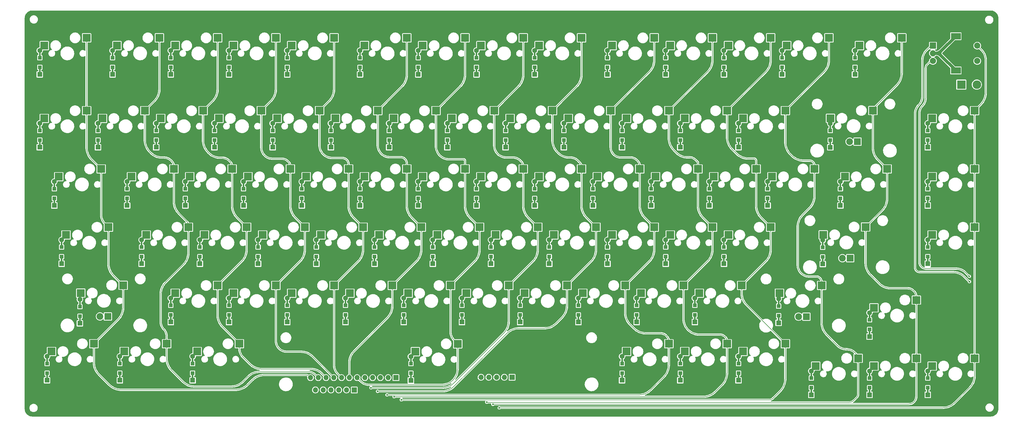
<source format=gbr>
G04 #@! TF.GenerationSoftware,KiCad,Pcbnew,7.0.1*
G04 #@! TF.CreationDate,2023-04-17T11:26:59-07:00*
G04 #@! TF.ProjectId,_autosave-keyboard,5f617574-6f73-4617-9665-2d6b6579626f,rev?*
G04 #@! TF.SameCoordinates,Original*
G04 #@! TF.FileFunction,Copper,L2,Bot*
G04 #@! TF.FilePolarity,Positive*
%FSLAX46Y46*%
G04 Gerber Fmt 4.6, Leading zero omitted, Abs format (unit mm)*
G04 Created by KiCad (PCBNEW 7.0.1) date 2023-04-17 11:26:59*
%MOMM*%
%LPD*%
G01*
G04 APERTURE LIST*
G04 #@! TA.AperFunction,SMDPad,CuDef*
%ADD10R,1.200000X1.200000*%
G04 #@! TD*
G04 #@! TA.AperFunction,SMDPad,CuDef*
%ADD11R,0.500000X2.500000*%
G04 #@! TD*
G04 #@! TA.AperFunction,ComponentPad*
%ADD12R,1.600000X1.600000*%
G04 #@! TD*
G04 #@! TA.AperFunction,SMDPad,CuDef*
%ADD13R,2.550000X2.500000*%
G04 #@! TD*
G04 #@! TA.AperFunction,ComponentPad*
%ADD14C,1.600000*%
G04 #@! TD*
G04 #@! TA.AperFunction,ComponentPad*
%ADD15R,1.700000X1.700000*%
G04 #@! TD*
G04 #@! TA.AperFunction,ComponentPad*
%ADD16O,1.700000X1.700000*%
G04 #@! TD*
G04 #@! TA.AperFunction,ComponentPad*
%ADD17C,2.200000*%
G04 #@! TD*
G04 #@! TA.AperFunction,ComponentPad*
%ADD18R,2.200000X2.200000*%
G04 #@! TD*
G04 #@! TA.AperFunction,ComponentPad*
%ADD19R,2.000000X2.000000*%
G04 #@! TD*
G04 #@! TA.AperFunction,ComponentPad*
%ADD20C,2.000000*%
G04 #@! TD*
G04 #@! TA.AperFunction,ComponentPad*
%ADD21R,3.200000X2.000000*%
G04 #@! TD*
G04 #@! TA.AperFunction,ComponentPad*
%ADD22R,2.800000X2.800000*%
G04 #@! TD*
G04 #@! TA.AperFunction,ComponentPad*
%ADD23O,2.800000X2.800000*%
G04 #@! TD*
G04 #@! TA.AperFunction,ViaPad*
%ADD24C,0.600000*%
G04 #@! TD*
G04 #@! TA.AperFunction,Conductor*
%ADD25C,0.200000*%
G04 #@! TD*
G04 #@! TA.AperFunction,Conductor*
%ADD26C,0.000000*%
G04 #@! TD*
G04 #@! TA.AperFunction,Conductor*
%ADD27C,1.000000*%
G04 #@! TD*
G04 APERTURE END LIST*
D10*
X207490000Y-243570000D03*
D11*
X207490000Y-244695000D03*
D12*
X207490000Y-245895000D03*
D13*
X222800000Y-233950000D03*
D14*
X207490000Y-238095000D03*
D11*
X207490000Y-239295000D03*
D10*
X207490000Y-240420000D03*
D13*
X208950000Y-236490000D03*
D10*
X188440000Y-162607500D03*
D11*
X188440000Y-163732500D03*
D12*
X188440000Y-164932500D03*
D13*
X203750000Y-152987500D03*
D14*
X188440000Y-157132500D03*
D11*
X188440000Y-158332500D03*
D10*
X188440000Y-159457500D03*
D13*
X189900000Y-155527500D03*
D10*
X226540000Y-243570000D03*
D11*
X226540000Y-244695000D03*
D12*
X226540000Y-245895000D03*
D13*
X241850000Y-233950000D03*
D14*
X226540000Y-238095000D03*
D11*
X226540000Y-239295000D03*
D10*
X226540000Y-240420000D03*
D13*
X228000000Y-236490000D03*
D10*
X336077500Y-262620000D03*
D11*
X336077500Y-263745000D03*
D12*
X336077500Y-264945000D03*
D13*
X351387500Y-253000000D03*
D14*
X336077500Y-257145000D03*
D11*
X336077500Y-258345000D03*
D10*
X336077500Y-259470000D03*
D13*
X337537500Y-255540000D03*
D10*
X350365000Y-162607500D03*
D11*
X350365000Y-163732500D03*
D12*
X350365000Y-164932500D03*
D13*
X365675000Y-152987500D03*
D14*
X350365000Y-157132500D03*
D11*
X350365000Y-158332500D03*
D10*
X350365000Y-159457500D03*
D13*
X351825000Y-155527500D03*
D10*
X307502500Y-205470000D03*
D11*
X307502500Y-206595000D03*
D12*
X307502500Y-207795000D03*
D13*
X322812500Y-195850000D03*
D14*
X307502500Y-199995000D03*
D11*
X307502500Y-201195000D03*
D10*
X307502500Y-202320000D03*
D13*
X308962500Y-198390000D03*
D10*
X436090000Y-224520000D03*
D11*
X436090000Y-225645000D03*
D12*
X436090000Y-226845000D03*
D13*
X451400000Y-214900000D03*
D14*
X436090000Y-219045000D03*
D11*
X436090000Y-220245000D03*
D10*
X436090000Y-221370000D03*
D13*
X437550000Y-217440000D03*
D10*
X374177500Y-186420000D03*
D11*
X374177500Y-187545000D03*
D12*
X374177500Y-188745000D03*
D13*
X389487500Y-176800000D03*
D14*
X374177500Y-180945000D03*
D11*
X374177500Y-182145000D03*
D10*
X374177500Y-183270000D03*
D13*
X375637500Y-179340000D03*
D10*
X340840000Y-243570000D03*
D11*
X340840000Y-244695000D03*
D12*
X340840000Y-245895000D03*
D13*
X356150000Y-233950000D03*
D14*
X340840000Y-238095000D03*
D11*
X340840000Y-239295000D03*
D10*
X340840000Y-240420000D03*
D13*
X342300000Y-236490000D03*
D15*
X262080000Y-264100000D03*
D16*
X259540000Y-264100000D03*
X257000000Y-264100000D03*
X254460000Y-264100000D03*
X251920000Y-264100000D03*
X249380000Y-264100000D03*
X246840000Y-264100000D03*
X244300000Y-264100000D03*
X241760000Y-264100000D03*
X239220000Y-264100000D03*
X236680000Y-264100000D03*
X234140000Y-264100000D03*
D10*
X359890000Y-243570000D03*
D11*
X359890000Y-244695000D03*
D12*
X359890000Y-245895000D03*
D13*
X375200000Y-233950000D03*
D14*
X359890000Y-238095000D03*
D11*
X359890000Y-239295000D03*
D10*
X359890000Y-240420000D03*
D13*
X361350000Y-236490000D03*
D10*
X174152500Y-205470000D03*
D11*
X174152500Y-206595000D03*
D12*
X174152500Y-207795000D03*
D13*
X189462500Y-195850000D03*
D14*
X174152500Y-199995000D03*
D11*
X174152500Y-201195000D03*
D10*
X174152500Y-202320000D03*
D13*
X175612500Y-198390000D03*
D10*
X407515000Y-205470000D03*
D11*
X407515000Y-206595000D03*
D12*
X407515000Y-207795000D03*
D13*
X422825000Y-195850000D03*
D14*
X407515000Y-199995000D03*
D11*
X407515000Y-201195000D03*
D10*
X407515000Y-202320000D03*
D13*
X408975000Y-198390000D03*
D10*
X152721250Y-224520000D03*
D11*
X152721250Y-225645000D03*
D12*
X152721250Y-226845000D03*
D13*
X168031250Y-214900000D03*
D14*
X152721250Y-219045000D03*
D11*
X152721250Y-220245000D03*
D10*
X152721250Y-221370000D03*
D13*
X154181250Y-217440000D03*
D10*
X321790000Y-243570000D03*
D11*
X321790000Y-244695000D03*
D12*
X321790000Y-245895000D03*
D13*
X337100000Y-233950000D03*
D14*
X321790000Y-238095000D03*
D11*
X321790000Y-239295000D03*
D10*
X321790000Y-240420000D03*
D13*
X323250000Y-236490000D03*
D10*
X331315000Y-224520000D03*
D11*
X331315000Y-225645000D03*
D12*
X331315000Y-226845000D03*
D13*
X346625000Y-214900000D03*
D14*
X331315000Y-219045000D03*
D11*
X331315000Y-220245000D03*
D10*
X331315000Y-221370000D03*
D13*
X332775000Y-217440000D03*
D10*
X264640000Y-243570000D03*
D11*
X264640000Y-244695000D03*
D12*
X264640000Y-245895000D03*
D13*
X279950000Y-233950000D03*
D14*
X264640000Y-238095000D03*
D11*
X264640000Y-239295000D03*
D10*
X264640000Y-240420000D03*
D13*
X266100000Y-236490000D03*
D10*
X245590000Y-243570000D03*
D11*
X245590000Y-244695000D03*
D12*
X245590000Y-245895000D03*
D13*
X260900000Y-233950000D03*
D14*
X245590000Y-238095000D03*
D11*
X245590000Y-239295000D03*
D10*
X245590000Y-240420000D03*
D13*
X247050000Y-236490000D03*
D10*
X331315000Y-162607500D03*
D11*
X331315000Y-163732500D03*
D12*
X331315000Y-164932500D03*
D13*
X346625000Y-152987500D03*
D14*
X331315000Y-157132500D03*
D11*
X331315000Y-158332500D03*
D10*
X331315000Y-159457500D03*
D13*
X332775000Y-155527500D03*
X401400300Y-233948200D03*
X387550300Y-236488200D03*
D17*
X393814900Y-244133600D03*
D18*
X396380300Y-244133600D03*
D10*
X397990000Y-267382500D03*
D11*
X397990000Y-268507500D03*
D12*
X397990000Y-269707500D03*
D13*
X413300000Y-257762500D03*
D14*
X397990000Y-261907500D03*
D11*
X397990000Y-263107500D03*
D10*
X397990000Y-264232500D03*
D13*
X399450000Y-260302500D03*
D10*
X183677500Y-186420000D03*
D11*
X183677500Y-187545000D03*
D12*
X183677500Y-188745000D03*
D13*
X198987500Y-176800000D03*
D14*
X183677500Y-180945000D03*
D11*
X183677500Y-182145000D03*
D10*
X183677500Y-183270000D03*
D13*
X185137500Y-179340000D03*
D10*
X317027500Y-186420000D03*
D11*
X317027500Y-187545000D03*
D12*
X317027500Y-188745000D03*
D13*
X332337500Y-176800000D03*
D14*
X317027500Y-180945000D03*
D11*
X317027500Y-182145000D03*
D10*
X317027500Y-183270000D03*
D13*
X318487500Y-179340000D03*
D10*
X283690000Y-243570000D03*
D11*
X283690000Y-244695000D03*
D12*
X283690000Y-245895000D03*
D13*
X299000000Y-233950000D03*
D14*
X283690000Y-238095000D03*
D11*
X283690000Y-239295000D03*
D10*
X283690000Y-240420000D03*
D13*
X285150000Y-236490000D03*
D10*
X326552500Y-205470000D03*
D11*
X326552500Y-206595000D03*
D12*
X326552500Y-207795000D03*
D13*
X341862500Y-195850000D03*
D14*
X326552500Y-199995000D03*
D11*
X326552500Y-201195000D03*
D10*
X326552500Y-202320000D03*
D13*
X328012500Y-198390000D03*
D10*
X259877500Y-186420000D03*
D11*
X259877500Y-187545000D03*
D12*
X259877500Y-188745000D03*
D13*
X275187500Y-176800000D03*
D14*
X259877500Y-180945000D03*
D11*
X259877500Y-182145000D03*
D10*
X259877500Y-183270000D03*
D13*
X261337500Y-179340000D03*
D10*
X369415000Y-162607500D03*
D11*
X369415000Y-163732500D03*
D12*
X369415000Y-164932500D03*
D13*
X384725000Y-152987500D03*
D14*
X369415000Y-157132500D03*
D11*
X369415000Y-158332500D03*
D10*
X369415000Y-159457500D03*
D13*
X370875000Y-155527500D03*
D10*
X374177500Y-262620000D03*
D11*
X374177500Y-263745000D03*
D12*
X374177500Y-264945000D03*
D13*
X389487500Y-253000000D03*
D14*
X374177500Y-257145000D03*
D11*
X374177500Y-258345000D03*
D10*
X374177500Y-259470000D03*
D13*
X375637500Y-255540000D03*
D10*
X202727500Y-186420000D03*
D11*
X202727500Y-187545000D03*
D12*
X202727500Y-188745000D03*
D13*
X218037500Y-176800000D03*
D14*
X202727500Y-180945000D03*
D11*
X202727500Y-182145000D03*
D10*
X202727500Y-183270000D03*
D13*
X204187500Y-179340000D03*
D10*
X193202500Y-205470000D03*
D11*
X193202500Y-206595000D03*
D12*
X193202500Y-207795000D03*
D13*
X208512500Y-195850000D03*
D14*
X193202500Y-199995000D03*
D11*
X193202500Y-201195000D03*
D10*
X193202500Y-202320000D03*
D13*
X194662500Y-198390000D03*
D10*
X364652500Y-205470000D03*
D11*
X364652500Y-206595000D03*
D12*
X364652500Y-207795000D03*
D13*
X379962500Y-195850000D03*
D14*
X364652500Y-199995000D03*
D11*
X364652500Y-201195000D03*
D10*
X364652500Y-202320000D03*
D13*
X366112500Y-198390000D03*
D10*
X417040000Y-267382500D03*
D11*
X417040000Y-268507500D03*
D12*
X417040000Y-269707500D03*
D13*
X432350000Y-257762500D03*
D14*
X417040000Y-261907500D03*
D11*
X417040000Y-263107500D03*
D10*
X417040000Y-264232500D03*
D13*
X418500000Y-260302500D03*
D10*
X302740000Y-243570000D03*
D11*
X302740000Y-244695000D03*
D12*
X302740000Y-245895000D03*
D13*
X318050000Y-233950000D03*
D14*
X302740000Y-238095000D03*
D11*
X302740000Y-239295000D03*
D10*
X302740000Y-240420000D03*
D13*
X304200000Y-236490000D03*
D10*
X436090000Y-267382500D03*
D11*
X436090000Y-268507500D03*
D12*
X436090000Y-269707500D03*
D13*
X451400000Y-257762500D03*
D14*
X436090000Y-261907500D03*
D11*
X436090000Y-263107500D03*
D10*
X436090000Y-264232500D03*
D13*
X437550000Y-260302500D03*
D10*
X226540000Y-162607500D03*
D11*
X226540000Y-163732500D03*
D12*
X226540000Y-164932500D03*
D13*
X241850000Y-152987500D03*
D14*
X226540000Y-157132500D03*
D11*
X226540000Y-158332500D03*
D10*
X226540000Y-159457500D03*
D13*
X228000000Y-155527500D03*
D10*
X145577500Y-186420000D03*
D11*
X145577500Y-187545000D03*
D12*
X145577500Y-188745000D03*
D13*
X160887500Y-176800000D03*
D14*
X145577500Y-180945000D03*
D11*
X145577500Y-182145000D03*
D10*
X145577500Y-183270000D03*
D13*
X147037500Y-179340000D03*
D10*
X212252500Y-205470000D03*
D11*
X212252500Y-206595000D03*
D12*
X212252500Y-207795000D03*
D13*
X227562500Y-195850000D03*
D14*
X212252500Y-199995000D03*
D11*
X212252500Y-201195000D03*
D10*
X212252500Y-202320000D03*
D13*
X213712500Y-198390000D03*
D10*
X164627500Y-186420000D03*
D11*
X164627500Y-187545000D03*
D12*
X164627500Y-188745000D03*
D13*
X179937500Y-176800000D03*
D14*
X164627500Y-180945000D03*
D11*
X164627500Y-182145000D03*
D10*
X164627500Y-183270000D03*
D13*
X166087500Y-179340000D03*
D10*
X350365000Y-224520000D03*
D11*
X350365000Y-225645000D03*
D12*
X350365000Y-226845000D03*
D13*
X365675000Y-214900000D03*
D14*
X350365000Y-219045000D03*
D11*
X350365000Y-220245000D03*
D10*
X350365000Y-221370000D03*
D13*
X351825000Y-217440000D03*
D10*
X274165000Y-224520000D03*
D11*
X274165000Y-225645000D03*
D12*
X274165000Y-226845000D03*
D13*
X289475000Y-214900000D03*
D14*
X274165000Y-219045000D03*
D11*
X274165000Y-220245000D03*
D10*
X274165000Y-221370000D03*
D13*
X275625000Y-217440000D03*
D10*
X250352500Y-162607500D03*
D11*
X250352500Y-163732500D03*
D12*
X250352500Y-164932500D03*
D13*
X265662500Y-152987500D03*
D14*
X250352500Y-157132500D03*
D11*
X250352500Y-158332500D03*
D10*
X250352500Y-159457500D03*
D13*
X251812500Y-155527500D03*
D10*
X250352500Y-205470000D03*
D11*
X250352500Y-206595000D03*
D12*
X250352500Y-207795000D03*
D13*
X265662500Y-195850000D03*
D14*
X250352500Y-199995000D03*
D11*
X250352500Y-201195000D03*
D10*
X250352500Y-202320000D03*
D13*
X251812500Y-198390000D03*
D10*
X240827500Y-186420000D03*
D11*
X240827500Y-187545000D03*
D12*
X240827500Y-188745000D03*
D13*
X256137500Y-176800000D03*
D14*
X240827500Y-180945000D03*
D11*
X240827500Y-182145000D03*
D10*
X240827500Y-183270000D03*
D13*
X242287500Y-179340000D03*
D10*
X178915000Y-224520000D03*
D11*
X178915000Y-225645000D03*
D12*
X178915000Y-226845000D03*
D13*
X194225000Y-214900000D03*
D14*
X178915000Y-219045000D03*
D11*
X178915000Y-220245000D03*
D10*
X178915000Y-221370000D03*
D13*
X180375000Y-217440000D03*
D10*
X171771250Y-262620000D03*
D11*
X171771250Y-263745000D03*
D12*
X171771250Y-264945000D03*
D13*
X187081250Y-253000000D03*
D14*
X171771250Y-257145000D03*
D11*
X171771250Y-258345000D03*
D10*
X171771250Y-259470000D03*
D13*
X173231250Y-255540000D03*
D10*
X388465000Y-162607500D03*
D11*
X388465000Y-163732500D03*
D12*
X388465000Y-164932500D03*
D13*
X403775000Y-152987500D03*
D14*
X388465000Y-157132500D03*
D11*
X388465000Y-158332500D03*
D10*
X388465000Y-159457500D03*
D13*
X389925000Y-155527500D03*
D19*
X437780000Y-155550000D03*
D20*
X437780000Y-160550000D03*
X437780000Y-158050000D03*
D21*
X445280000Y-152450000D03*
X445280000Y-163650000D03*
D20*
X452280000Y-160550000D03*
X452280000Y-155550000D03*
D10*
X169390000Y-162607500D03*
D11*
X169390000Y-163732500D03*
D12*
X169390000Y-164932500D03*
D13*
X184700000Y-152987500D03*
D14*
X169390000Y-157132500D03*
D11*
X169390000Y-158332500D03*
D10*
X169390000Y-159457500D03*
D13*
X170850000Y-155527500D03*
D10*
X217015000Y-224520000D03*
D11*
X217015000Y-225645000D03*
D12*
X217015000Y-226845000D03*
D13*
X232325000Y-214900000D03*
D14*
X217015000Y-219045000D03*
D11*
X217015000Y-220245000D03*
D10*
X217015000Y-221370000D03*
D13*
X218475000Y-217440000D03*
X172853750Y-233890000D03*
X159003750Y-236430000D03*
D17*
X165268350Y-244075400D03*
D18*
X167833750Y-244075400D03*
D10*
X269402500Y-162607500D03*
D11*
X269402500Y-163732500D03*
D12*
X269402500Y-164932500D03*
D13*
X284712500Y-152987500D03*
D14*
X269402500Y-157132500D03*
D11*
X269402500Y-158332500D03*
D10*
X269402500Y-159457500D03*
D13*
X270862500Y-155527500D03*
D10*
X412277500Y-162607500D03*
D11*
X412277500Y-163732500D03*
D12*
X412277500Y-164932500D03*
D13*
X427587500Y-152987500D03*
D14*
X412277500Y-157132500D03*
D11*
X412277500Y-158332500D03*
D10*
X412277500Y-159457500D03*
D13*
X413737500Y-155527500D03*
D10*
X207490000Y-162607500D03*
D11*
X207490000Y-163732500D03*
D12*
X207490000Y-164932500D03*
D13*
X222800000Y-152987500D03*
D14*
X207490000Y-157132500D03*
D11*
X207490000Y-158332500D03*
D10*
X207490000Y-159457500D03*
D13*
X208950000Y-155527500D03*
D10*
X150340000Y-205470000D03*
D11*
X150340000Y-206595000D03*
D12*
X150340000Y-207795000D03*
D13*
X165650000Y-195850000D03*
D14*
X150340000Y-199995000D03*
D11*
X150340000Y-201195000D03*
D10*
X150340000Y-202320000D03*
D13*
X151800000Y-198390000D03*
D10*
X355127500Y-262620000D03*
D11*
X355127500Y-263745000D03*
D12*
X355127500Y-264945000D03*
D13*
X370437500Y-253000000D03*
D14*
X355127500Y-257145000D03*
D11*
X355127500Y-258345000D03*
D10*
X355127500Y-259470000D03*
D13*
X356587500Y-255540000D03*
D10*
X312265000Y-224520000D03*
D11*
X312265000Y-225645000D03*
D12*
X312265000Y-226845000D03*
D13*
X327575000Y-214900000D03*
D14*
X312265000Y-219045000D03*
D11*
X312265000Y-220245000D03*
D10*
X312265000Y-221370000D03*
D13*
X313725000Y-217440000D03*
D10*
X436090000Y-205470000D03*
D11*
X436090000Y-206595000D03*
D12*
X436090000Y-207795000D03*
D13*
X451400000Y-195850000D03*
D14*
X436090000Y-199995000D03*
D11*
X436090000Y-201195000D03*
D10*
X436090000Y-202320000D03*
D13*
X437550000Y-198390000D03*
D10*
X345602500Y-205470000D03*
D11*
X345602500Y-206595000D03*
D12*
X345602500Y-207795000D03*
D13*
X360912500Y-195850000D03*
D14*
X345602500Y-199995000D03*
D11*
X345602500Y-201195000D03*
D10*
X345602500Y-202320000D03*
D13*
X347062500Y-198390000D03*
D10*
X278927500Y-186420000D03*
D11*
X278927500Y-187545000D03*
D12*
X278927500Y-188745000D03*
D13*
X294237500Y-176800000D03*
D14*
X278927500Y-180945000D03*
D11*
X278927500Y-182145000D03*
D10*
X278927500Y-183270000D03*
D13*
X280387500Y-179340000D03*
D10*
X266990000Y-262660000D03*
D11*
X266990000Y-263785000D03*
D12*
X266990000Y-264985000D03*
D13*
X282300000Y-253040000D03*
D14*
X266990000Y-257185000D03*
D11*
X266990000Y-258385000D03*
D10*
X266990000Y-259510000D03*
D13*
X268450000Y-255580000D03*
X418122500Y-176740000D03*
X404272500Y-179280000D03*
D17*
X410537100Y-186925400D03*
D18*
X413102500Y-186925400D03*
D10*
X293215000Y-224520000D03*
D11*
X293215000Y-225645000D03*
D12*
X293215000Y-226845000D03*
D13*
X308525000Y-214900000D03*
D14*
X293215000Y-219045000D03*
D11*
X293215000Y-220245000D03*
D10*
X293215000Y-221370000D03*
D13*
X294675000Y-217440000D03*
D10*
X336077500Y-186420000D03*
D11*
X336077500Y-187545000D03*
D12*
X336077500Y-188745000D03*
D13*
X351387500Y-176800000D03*
D14*
X336077500Y-180945000D03*
D11*
X336077500Y-182145000D03*
D10*
X336077500Y-183270000D03*
D13*
X337537500Y-179340000D03*
D10*
X369415000Y-224520000D03*
D11*
X369415000Y-225645000D03*
D12*
X369415000Y-226845000D03*
D13*
X384725000Y-214900000D03*
D14*
X369415000Y-219045000D03*
D11*
X369415000Y-220245000D03*
D10*
X369415000Y-221370000D03*
D13*
X370875000Y-217440000D03*
D10*
X355127500Y-186420000D03*
D11*
X355127500Y-187545000D03*
D12*
X355127500Y-188745000D03*
D13*
X370437500Y-176800000D03*
D14*
X355127500Y-180945000D03*
D11*
X355127500Y-182145000D03*
D10*
X355127500Y-183270000D03*
D13*
X356587500Y-179340000D03*
D22*
X447060000Y-168280000D03*
D23*
X452140000Y-168280000D03*
D10*
X288452500Y-205470000D03*
D11*
X288452500Y-206595000D03*
D12*
X288452500Y-207795000D03*
D13*
X303762500Y-195850000D03*
D14*
X288452500Y-199995000D03*
D11*
X288452500Y-201195000D03*
D10*
X288452500Y-202320000D03*
D13*
X289912500Y-198390000D03*
D10*
X147958750Y-262620000D03*
D11*
X147958750Y-263745000D03*
D12*
X147958750Y-264945000D03*
D13*
X163268750Y-253000000D03*
D14*
X147958750Y-257145000D03*
D11*
X147958750Y-258345000D03*
D10*
X147958750Y-259470000D03*
D13*
X149418750Y-255540000D03*
D10*
X417040000Y-248332500D03*
D11*
X417040000Y-249457500D03*
D12*
X417040000Y-250657500D03*
D13*
X432350000Y-238712500D03*
D14*
X417040000Y-242857500D03*
D11*
X417040000Y-244057500D03*
D10*
X417040000Y-245182500D03*
D13*
X418500000Y-241252500D03*
D10*
X195583750Y-262620000D03*
D11*
X195583750Y-263745000D03*
D12*
X195583750Y-264945000D03*
D13*
X210893750Y-253000000D03*
D14*
X195583750Y-257145000D03*
D11*
X195583750Y-258345000D03*
D10*
X195583750Y-259470000D03*
D13*
X197043750Y-255540000D03*
D10*
X255115000Y-224520000D03*
D11*
X255115000Y-225645000D03*
D12*
X255115000Y-226845000D03*
D13*
X270425000Y-214900000D03*
D14*
X255115000Y-219045000D03*
D11*
X255115000Y-220245000D03*
D10*
X255115000Y-221370000D03*
D13*
X256575000Y-217440000D03*
D10*
X297977500Y-186420000D03*
D11*
X297977500Y-187545000D03*
D12*
X297977500Y-188745000D03*
D13*
X313287500Y-176800000D03*
D14*
X297977500Y-180945000D03*
D11*
X297977500Y-182145000D03*
D10*
X297977500Y-183270000D03*
D13*
X299437500Y-179340000D03*
D10*
X269402500Y-205470000D03*
D11*
X269402500Y-206595000D03*
D12*
X269402500Y-207795000D03*
D13*
X284712500Y-195850000D03*
D14*
X269402500Y-199995000D03*
D11*
X269402500Y-201195000D03*
D10*
X269402500Y-202320000D03*
D13*
X270862500Y-198390000D03*
D15*
X248450000Y-268110000D03*
D16*
X245910000Y-268110000D03*
X243370000Y-268110000D03*
X240830000Y-268110000D03*
X238290000Y-268110000D03*
X235750000Y-268110000D03*
D15*
X300090000Y-263960000D03*
D16*
X297550000Y-263960000D03*
X295010000Y-263960000D03*
X292470000Y-263960000D03*
X289930000Y-263960000D03*
D10*
X145577500Y-162607500D03*
D11*
X145577500Y-163732500D03*
D12*
X145577500Y-164932500D03*
D13*
X160887500Y-152987500D03*
D14*
X145577500Y-157132500D03*
D11*
X145577500Y-158332500D03*
D10*
X145577500Y-159457500D03*
D13*
X147037500Y-155527500D03*
D10*
X436090000Y-186420000D03*
D11*
X436090000Y-187545000D03*
D12*
X436090000Y-188745000D03*
D13*
X451400000Y-176800000D03*
D14*
X436090000Y-180945000D03*
D11*
X436090000Y-182145000D03*
D10*
X436090000Y-183270000D03*
D13*
X437550000Y-179340000D03*
D10*
X188440000Y-243570000D03*
D11*
X188440000Y-244695000D03*
D12*
X188440000Y-245895000D03*
D13*
X203750000Y-233950000D03*
D14*
X188440000Y-238095000D03*
D11*
X188440000Y-239295000D03*
D10*
X188440000Y-240420000D03*
D13*
X189900000Y-236490000D03*
D10*
X231302500Y-205470000D03*
D11*
X231302500Y-206595000D03*
D12*
X231302500Y-207795000D03*
D13*
X246612500Y-195850000D03*
D14*
X231302500Y-199995000D03*
D11*
X231302500Y-201195000D03*
D10*
X231302500Y-202320000D03*
D13*
X232762500Y-198390000D03*
D10*
X221777500Y-186420000D03*
D11*
X221777500Y-187545000D03*
D12*
X221777500Y-188745000D03*
D13*
X237087500Y-176800000D03*
D14*
X221777500Y-180945000D03*
D11*
X221777500Y-182145000D03*
D10*
X221777500Y-183270000D03*
D13*
X223237500Y-179340000D03*
D10*
X288452500Y-162607500D03*
D11*
X288452500Y-163732500D03*
D12*
X288452500Y-164932500D03*
D13*
X303762500Y-152987500D03*
D14*
X288452500Y-157132500D03*
D11*
X288452500Y-158332500D03*
D10*
X288452500Y-159457500D03*
D13*
X289912500Y-155527500D03*
D10*
X307502500Y-162607500D03*
D11*
X307502500Y-163732500D03*
D12*
X307502500Y-164932500D03*
D13*
X322812500Y-152987500D03*
D14*
X307502500Y-157132500D03*
D11*
X307502500Y-158332500D03*
D10*
X307502500Y-159457500D03*
D13*
X308962500Y-155527500D03*
X415741250Y-214840000D03*
X401891250Y-217380000D03*
D17*
X408155850Y-225025400D03*
D18*
X410721250Y-225025400D03*
D10*
X197965000Y-224520000D03*
D11*
X197965000Y-225645000D03*
D12*
X197965000Y-226845000D03*
D13*
X213275000Y-214900000D03*
D14*
X197965000Y-219045000D03*
D11*
X197965000Y-220245000D03*
D10*
X197965000Y-221370000D03*
D13*
X199425000Y-217440000D03*
D10*
X236065000Y-224520000D03*
D11*
X236065000Y-225645000D03*
D12*
X236065000Y-226845000D03*
D13*
X251375000Y-214900000D03*
D14*
X236065000Y-219045000D03*
D11*
X236065000Y-220245000D03*
D10*
X236065000Y-221370000D03*
D13*
X237525000Y-217440000D03*
D10*
X383702500Y-205470000D03*
D11*
X383702500Y-206595000D03*
D12*
X383702500Y-207795000D03*
D13*
X399012500Y-195850000D03*
D14*
X383702500Y-199995000D03*
D11*
X383702500Y-201195000D03*
D10*
X383702500Y-202320000D03*
D13*
X385162500Y-198390000D03*
D12*
X387290000Y-246160000D03*
D11*
X387290000Y-244960000D03*
D10*
X387290000Y-243835000D03*
X387290000Y-240685000D03*
D11*
X387290000Y-239560000D03*
D14*
X387290000Y-238360000D03*
D12*
X404200000Y-188770000D03*
D11*
X404200000Y-187570000D03*
D10*
X404200000Y-186445000D03*
X404200000Y-183295000D03*
D11*
X404200000Y-182170000D03*
D14*
X404200000Y-180970000D03*
D12*
X158710000Y-246320000D03*
D11*
X158710000Y-245120000D03*
D10*
X158710000Y-243995000D03*
X158710000Y-240845000D03*
D11*
X158710000Y-239720000D03*
D14*
X158710000Y-238520000D03*
D12*
X401740000Y-226930000D03*
D11*
X401740000Y-225730000D03*
D10*
X401740000Y-224605000D03*
X401740000Y-221455000D03*
D11*
X401740000Y-220330000D03*
D14*
X401740000Y-219130000D03*
D24*
X449680000Y-230950000D03*
X263880000Y-271330000D03*
X261520000Y-270320000D03*
X259210000Y-269720000D03*
X291820000Y-272110000D03*
X449734664Y-232699520D03*
X253910000Y-267420000D03*
X295900000Y-273960000D03*
X256090000Y-268560000D03*
X293820000Y-272810000D03*
D25*
X248433821Y-255396236D02*
G75*
G03*
X246840000Y-259243963I3847679J-3847764D01*
G01*
X259306200Y-244523785D02*
G75*
G03*
X260900000Y-240676036I-3847800J3847785D01*
G01*
X401393750Y-233132557D02*
X401393750Y-233677519D01*
X292320558Y-255709440D02*
X289006852Y-259023146D01*
X322812500Y-195262187D02*
X322812500Y-195654062D01*
X189462500Y-195390625D02*
X189462500Y-196309375D01*
X289006852Y-259023146D02*
X285693145Y-262336851D01*
X208512500Y-195194687D02*
X208512500Y-195631562D01*
X189462500Y-196768750D02*
X189462500Y-198606250D01*
X412555000Y-270885000D02*
X412235000Y-271205000D01*
X341862500Y-195355625D02*
X341862500Y-196344375D01*
X303762500Y-195183437D02*
X303762500Y-195627812D01*
X285522542Y-262507455D02*
X282550042Y-265479956D01*
X322812500Y-195850000D02*
X322812500Y-196633750D01*
X412155000Y-271285000D02*
X411995000Y-271445000D01*
X194225000Y-214406875D02*
X194225000Y-214735625D01*
X194225000Y-214900000D02*
X194225000Y-215557500D01*
X413300000Y-257564375D02*
X413300000Y-257960625D01*
X413300000Y-258158750D02*
X413300000Y-258951250D01*
X399012500Y-194947390D02*
X399012500Y-195549129D01*
X351387500Y-253000000D02*
X351387500Y-253901250D01*
X432350000Y-238174375D02*
X432350000Y-239250625D01*
X342193144Y-272200000D02*
X337506856Y-272200000D01*
X346879432Y-272200000D02*
X342193144Y-272200000D01*
X370437500Y-252387812D02*
X370437500Y-252795937D01*
X418122500Y-176626875D02*
X418122500Y-176853125D01*
X401393750Y-233950000D02*
X401393750Y-235039924D01*
X351387500Y-252324062D02*
X351387500Y-252774687D01*
X303762500Y-195850000D02*
X303762500Y-196738750D01*
X208512500Y-195850000D02*
X208512500Y-196723750D01*
X227562500Y-195198437D02*
X227562500Y-195632812D01*
X227562500Y-195850000D02*
X227562500Y-196718750D01*
X399012500Y-195849999D02*
X399012500Y-197053478D01*
X432350000Y-239788750D02*
X432350000Y-241941250D01*
X386049999Y-270229999D02*
X385609999Y-270669999D01*
X341862500Y-196838750D02*
X341862500Y-198816250D01*
X370437500Y-253000000D02*
X370437500Y-253816250D01*
X337506856Y-272200000D02*
X332820568Y-272200000D01*
X418122500Y-176966250D02*
X418122500Y-177418750D01*
X246840000Y-259243963D02*
X246840000Y-264100000D01*
X248433792Y-255396207D02*
X259306207Y-244523792D01*
X260900000Y-233950000D02*
X260900000Y-240676036D01*
X235715000Y-263135000D02*
X236680000Y-264100000D01*
X365675000Y-214900000D02*
X365675000Y-222171036D01*
X303762500Y-165021036D02*
X303762500Y-152987500D01*
D26*
X438730000Y-158050000D02*
X437780000Y-158050000D01*
D25*
X303762500Y-195183437D02*
X303762500Y-194961250D01*
X294237500Y-176800000D02*
X302168707Y-168868792D01*
X437470000Y-155550000D02*
X437780000Y-155550000D01*
X431505000Y-235715000D02*
X431588976Y-235798976D01*
X214336207Y-259666207D02*
X212033517Y-257363517D01*
X232325000Y-214900000D02*
X229156292Y-211731292D01*
X293922426Y-272750000D02*
X429857624Y-272750000D01*
X160887500Y-176800000D02*
X160887500Y-188833536D01*
X162481292Y-192681292D02*
X165650000Y-195850000D01*
X413300000Y-257960625D02*
X413300000Y-258158750D01*
X286306292Y-211731292D02*
X289475000Y-214900000D01*
X168346207Y-266476207D02*
X164862542Y-262992542D01*
X346625000Y-214900000D02*
X343456292Y-211731292D01*
X401393750Y-233677519D02*
X401393750Y-233950000D01*
X260033971Y-191990000D02*
X263609704Y-191990000D01*
X184700000Y-169783536D02*
X184700000Y-152987500D01*
X455050000Y-160278685D02*
X455050000Y-170896036D01*
X205343792Y-247450042D02*
X210893750Y-253000000D01*
X198987500Y-176800000D02*
X202156207Y-173631292D01*
X418122500Y-188893536D02*
X418122500Y-177418750D01*
X372031292Y-189351292D02*
X373537294Y-190857294D01*
X291820000Y-272110000D02*
X291865000Y-272155000D01*
X327575000Y-214900000D02*
X327575000Y-222171036D01*
X246612500Y-195850000D02*
X246612500Y-194319866D01*
X265662500Y-195850000D02*
X265662500Y-194042795D01*
X284712500Y-195850000D02*
X284712500Y-207883536D01*
X341862500Y-195355625D02*
X341862500Y-194861250D01*
X222800000Y-233950000D02*
X230731207Y-226018792D01*
X308525000Y-214900000D02*
X305356292Y-211731292D01*
X364081207Y-226018792D02*
X356150000Y-233950000D01*
X283118707Y-168868792D02*
X275187500Y-176800000D01*
X338693792Y-246703792D02*
X339966207Y-247976207D01*
X215176206Y-264803792D02*
X213503792Y-266476207D01*
X303762500Y-195627812D02*
X303762500Y-195850000D01*
X356150000Y-244786253D02*
X356150000Y-233950000D01*
X385390000Y-270890000D02*
X385609999Y-270669999D01*
X453665000Y-156935000D02*
X452280000Y-155550000D01*
X222800000Y-169783536D02*
X222800000Y-152987500D01*
X237800000Y-262680000D02*
X239220000Y-264100000D01*
X303134058Y-193444058D02*
X302766250Y-193076250D01*
X322812500Y-195262187D02*
X322812500Y-195066250D01*
X453456207Y-174743792D02*
X451400000Y-176800000D01*
X332337500Y-188729802D02*
X332337500Y-176800000D01*
X244542633Y-192250000D02*
X241222966Y-192250000D01*
X226751250Y-193301250D02*
X226948200Y-193498200D01*
X306931207Y-226018792D02*
X299000000Y-233950000D01*
X445412233Y-228450000D02*
X435528025Y-228450000D01*
X189462500Y-206568536D02*
X189462500Y-198606250D01*
X185140000Y-245877328D02*
X185140000Y-236783963D01*
X399012500Y-195549129D02*
X399012500Y-195849999D01*
X360912500Y-193744016D02*
X360912500Y-195850000D01*
X389487500Y-264538536D02*
X389487500Y-253000000D01*
X322812500Y-196633750D02*
X322812500Y-207883536D01*
X295900000Y-273960000D02*
X295915000Y-273945000D01*
X292320558Y-255709440D02*
X298496207Y-249533792D01*
X287881207Y-226018792D02*
X279950000Y-233950000D01*
X360912500Y-195850000D02*
X360912500Y-207883536D01*
X401393750Y-233132557D02*
X401393750Y-232860076D01*
X322812500Y-165021036D02*
X322812500Y-152987500D01*
X163268750Y-253000000D02*
X171259957Y-245008792D01*
X370437500Y-262598536D02*
X370437500Y-253816250D01*
X275187500Y-176800000D02*
X275187500Y-188403823D01*
X431920000Y-228050674D02*
X431920000Y-177874127D01*
X432350000Y-241941250D02*
X432350000Y-257762500D01*
X346625000Y-222171036D02*
X346625000Y-214900000D01*
X377310000Y-192420000D02*
X379207105Y-192420000D01*
X444347095Y-229570000D02*
X433439325Y-229570000D01*
X432350000Y-239250625D02*
X432350000Y-239788750D01*
X422825000Y-195850000D02*
X419716292Y-192741292D01*
X210893750Y-254611875D02*
X210893750Y-253000000D01*
X325981207Y-226018792D02*
X318050000Y-233950000D01*
X413300000Y-269637954D02*
X413300000Y-258951250D01*
X337100000Y-233950000D02*
X337100000Y-242856036D01*
X318625000Y-192080000D02*
X319052597Y-192080000D01*
D27*
X440351751Y-158721751D02*
X445280000Y-163650000D01*
D25*
X293820000Y-272810000D02*
X293850000Y-272780000D01*
X421231207Y-209350042D02*
X415741250Y-214840000D01*
X205247658Y-192190000D02*
X204515000Y-192190000D01*
X451400000Y-176800000D02*
X451400000Y-257762500D01*
X270425000Y-214900000D02*
X270425000Y-222171036D01*
X253391700Y-266450000D02*
X277042111Y-266450000D01*
X351387500Y-253000000D02*
X351387500Y-252774687D01*
X368120102Y-250010000D02*
X361373746Y-250010000D01*
X289475000Y-222171036D02*
X289475000Y-214900000D01*
X370437500Y-185503536D02*
X370437500Y-176800000D01*
X349793707Y-263786292D02*
X345453792Y-268126207D01*
X308525000Y-214900000D02*
X308525000Y-222171036D01*
X412555000Y-270885000D02*
X412945000Y-270495000D01*
X297406207Y-249523792D02*
X281103792Y-265826207D01*
X222800000Y-233950000D02*
X222800000Y-251983862D01*
X253910000Y-267420000D02*
X277256036Y-267420000D01*
X263880000Y-271330000D02*
X384327746Y-271330000D01*
X444873792Y-272336207D02*
X449806207Y-267403792D01*
X172853750Y-233890000D02*
X172853750Y-241161036D01*
X233385283Y-262170000D02*
X217543963Y-262170000D01*
X436314228Y-161235771D02*
X435984999Y-161564999D01*
X208512500Y-195631562D02*
X208512500Y-195850000D01*
X441026036Y-273930000D02*
X295951213Y-273930000D01*
X318050000Y-233950000D02*
X318050000Y-240586036D01*
X213275000Y-214900000D02*
X210106292Y-211731292D01*
X264068707Y-168868792D02*
X256137500Y-176800000D01*
X251375000Y-222171036D02*
X251375000Y-214900000D01*
X345031207Y-226018792D02*
X337100000Y-233950000D01*
X417335042Y-230465042D02*
X420146207Y-233276207D01*
X249781207Y-226018792D02*
X241850000Y-233950000D01*
X208512500Y-195194687D02*
X208512500Y-194976250D01*
X368843707Y-266446292D02*
X366563792Y-268726207D01*
X200955682Y-190715682D02*
X200581292Y-190341292D01*
X187081250Y-250563921D02*
X187081250Y-253000000D01*
X277216036Y-268560000D02*
X256090000Y-268560000D01*
X432350000Y-270257624D02*
X432350000Y-257762500D01*
X285693145Y-262336851D02*
X285522542Y-262507455D01*
X284712500Y-193123973D02*
X284712500Y-195850000D01*
X213275000Y-214900000D02*
X213275000Y-222171036D01*
X434330000Y-172055872D02*
X434330000Y-160381112D01*
X413300000Y-257564375D02*
X413300000Y-257366250D01*
X186733792Y-232936207D02*
X192631207Y-227038792D01*
X360135000Y-192865000D02*
X360931250Y-193661250D01*
X211681207Y-226018792D02*
X203750000Y-233950000D01*
X435745000Y-156965000D02*
X436940796Y-155769203D01*
X172853750Y-233890000D02*
X169625042Y-230661292D01*
X324406292Y-211731292D02*
X327575000Y-214900000D01*
X284298526Y-192710000D02*
X279493676Y-192710000D01*
X391081292Y-191001292D02*
X391626207Y-191546207D01*
X351387500Y-252098750D02*
X351387500Y-252324062D01*
X224792719Y-192490000D02*
X221677905Y-192490000D01*
X384725000Y-214900000D02*
X384725000Y-222171036D01*
X233695000Y-263655000D02*
X234140000Y-264100000D01*
X237087500Y-176800000D02*
X237087500Y-188114533D01*
X425993707Y-168416292D02*
X418282482Y-176127517D01*
X186231800Y-192120000D02*
X185495000Y-192120000D01*
X362506292Y-211731292D02*
X365675000Y-214900000D01*
X338802511Y-192080000D02*
X335687697Y-192080000D01*
X340966250Y-192976250D02*
X341163348Y-193173348D01*
X265662500Y-195850000D02*
X265662500Y-207883536D01*
X314543792Y-246346206D02*
X316456207Y-244433792D01*
X376793792Y-240306292D02*
X389487500Y-253000000D01*
X260900000Y-233950000D02*
X268831207Y-226018792D01*
X234873792Y-257213792D02*
X241760000Y-264100000D01*
X227562500Y-196718750D02*
X227562500Y-207883536D01*
X411995000Y-271445000D02*
X411915000Y-271525000D01*
X194225000Y-214406875D02*
X194225000Y-214242500D01*
X370437500Y-252795937D02*
X370437500Y-253000000D01*
X350750220Y-250560220D02*
X350573750Y-250383750D01*
X351387500Y-185823536D02*
X351387500Y-176800000D01*
X187081250Y-257847286D02*
X187081250Y-253000000D01*
X179937500Y-186383536D02*
X179937500Y-176800000D01*
X279950000Y-249028299D02*
X279950000Y-233950000D01*
X179937500Y-176800000D02*
X183106207Y-173631292D01*
X208512500Y-207883536D02*
X208512500Y-196723750D01*
X213696206Y-263763792D02*
X212053792Y-265406207D01*
X168031250Y-216583798D02*
X168031250Y-226813536D01*
X160887500Y-176800000D02*
X160887500Y-152987500D01*
X227562500Y-195632812D02*
X227562500Y-195850000D01*
X227562500Y-194981250D02*
X227562500Y-195198437D01*
X341862500Y-196344375D02*
X341862500Y-196838750D01*
X381556292Y-211731292D02*
X384725000Y-214900000D01*
X410285405Y-272200000D02*
X346879432Y-272200000D01*
X246612500Y-195850000D02*
X246612500Y-207883536D01*
X365675000Y-160258536D02*
X365675000Y-152987500D01*
X191056292Y-210416292D02*
X193760077Y-213120077D01*
X418122500Y-176853125D02*
X418122500Y-176966250D01*
X383131207Y-226018792D02*
X375200000Y-233950000D01*
X427587500Y-164568536D02*
X427587500Y-152987500D01*
X409440000Y-254800000D02*
X409595578Y-254800000D01*
X397505978Y-193140000D02*
X395473963Y-193140000D01*
X379962500Y-195850000D02*
X379962500Y-207883536D01*
X406554989Y-253604989D02*
X402987542Y-250037542D01*
X189462500Y-196309375D02*
X189462500Y-196768750D01*
X303762500Y-207883536D02*
X303762500Y-196738750D01*
X294237500Y-176800000D02*
X294237500Y-188149386D01*
X370437500Y-176800000D02*
X383131207Y-164106292D01*
X259210000Y-269720000D02*
X341606036Y-269720000D01*
X218183963Y-261260000D02*
X234371816Y-261260000D01*
X198987500Y-176800000D02*
X198987500Y-186493536D01*
X435380000Y-163025599D02*
X435380000Y-172761644D01*
X181952753Y-190652753D02*
X181531292Y-190231292D01*
X437575000Y-160755000D02*
X437780000Y-160550000D01*
X189462500Y-195390625D02*
X189462500Y-194931250D01*
X282300000Y-261192111D02*
X282300000Y-253870850D01*
X250555000Y-265275000D02*
X249380000Y-264100000D01*
X265662500Y-165021036D02*
X265662500Y-152987500D01*
X322258305Y-193728305D02*
X321711250Y-193181250D01*
X321218707Y-168868792D02*
X313287500Y-176800000D01*
X194225000Y-214735625D02*
X194225000Y-214900000D01*
X386049999Y-270229999D02*
X387893707Y-268386292D01*
X379962500Y-193175394D02*
X379962500Y-195850000D01*
X188675042Y-261695042D02*
X192386207Y-265406207D01*
X218037500Y-176800000D02*
X218037500Y-188849594D01*
D27*
X440351751Y-157378248D02*
X445280000Y-152450000D01*
D25*
X449734664Y-232699520D02*
X449712092Y-232699520D01*
X232325000Y-214900000D02*
X232325000Y-222171036D01*
X188516250Y-193066250D02*
X188812845Y-193362845D01*
X207894665Y-193484665D02*
X207556250Y-193146250D01*
X345031207Y-164106292D02*
X332337500Y-176800000D01*
X397254421Y-231010000D02*
X399543673Y-231010000D01*
X395143792Y-210896207D02*
X397418707Y-208621292D01*
X353959928Y-190649928D02*
X352981292Y-189671292D01*
X194225000Y-223191036D02*
X194225000Y-215557500D01*
X351387500Y-176800000D02*
X364081207Y-164106292D01*
X243075000Y-262875000D02*
X244300000Y-264100000D01*
X203750000Y-169783536D02*
X203750000Y-152987500D01*
X399012500Y-204773536D02*
X399012500Y-197053478D01*
X237087500Y-176800000D02*
X240256207Y-173631292D01*
X219023963Y-263210000D02*
X232620674Y-263210000D01*
X375200000Y-233950000D02*
X375200000Y-236458536D01*
X389487500Y-176800000D02*
X389487500Y-187153536D01*
X384725000Y-160258536D02*
X384725000Y-152987500D01*
X256137500Y-176800000D02*
X256137500Y-188093528D01*
X165650000Y-210834951D02*
X165650000Y-195850000D01*
X163268750Y-253000000D02*
X163268750Y-259144786D01*
X369860324Y-250790324D02*
X369758750Y-250688750D01*
X248206292Y-211731292D02*
X251375000Y-214900000D01*
X448430000Y-229700000D02*
X449680000Y-230950000D01*
X341862500Y-207883536D02*
X341862500Y-198816250D01*
X433360000Y-177638355D02*
X433360000Y-226281974D01*
X241850000Y-233950000D02*
X241850000Y-259917588D01*
X418122500Y-176626875D02*
X418122500Y-176513750D01*
X358167415Y-192050000D02*
X357340000Y-192050000D01*
X322812500Y-195654062D02*
X322812500Y-195850000D01*
X300361089Y-192080000D02*
X298168113Y-192080000D01*
X209656036Y-268070000D02*
X172193963Y-268070000D01*
X299000000Y-245676036D02*
X299000000Y-233950000D01*
X218037500Y-176800000D02*
X221206207Y-173631292D01*
X343813963Y-249570000D02*
X348609183Y-249570000D01*
X422825000Y-195850000D02*
X422825000Y-205502286D01*
X415741250Y-226617286D02*
X415741250Y-214840000D01*
X389487500Y-176800000D02*
X402181207Y-164106292D01*
X291973639Y-272200000D02*
X332820568Y-272200000D01*
X393550000Y-227305578D02*
X393550000Y-214743963D01*
X403775000Y-160258536D02*
X403775000Y-152987500D01*
X437080086Y-160960000D02*
X436980000Y-160960000D01*
X370437500Y-252183750D02*
X370437500Y-252387812D01*
X226436137Y-255620000D02*
X231026036Y-255620000D01*
X432350000Y-238174375D02*
X432350000Y-237636250D01*
X281712500Y-252452500D02*
X281125000Y-251865000D01*
X302343963Y-247940000D02*
X310696036Y-247940000D01*
X267256292Y-211731292D02*
X270425000Y-214900000D01*
X196233963Y-267000000D02*
X208206036Y-267000000D01*
X281063792Y-266966207D02*
X282550042Y-265479956D01*
X284712500Y-165021036D02*
X284712500Y-152987500D01*
X429464989Y-234870000D02*
X423993963Y-234870000D01*
X313287500Y-186473536D02*
X313287500Y-176800000D01*
X241850000Y-169783536D02*
X241850000Y-152987500D01*
X413019808Y-256689808D02*
X412215000Y-255885000D01*
X401393750Y-246189786D02*
X401393750Y-235039924D01*
X203750000Y-243602286D02*
X203750000Y-233950000D01*
X362716036Y-270320000D02*
X261520000Y-270320000D01*
X314881292Y-190321292D02*
X315236393Y-190676393D01*
X412235000Y-271205000D02*
X412155000Y-271285000D01*
X351387500Y-253901250D02*
X351387500Y-259938536D01*
X346625000Y-160258536D02*
X346625000Y-152987500D01*
X399012500Y-194646521D02*
X399012500Y-194947390D01*
X449673559Y-232683559D02*
X448124760Y-231134760D01*
X451400000Y-263556036D02*
X451400000Y-257762500D01*
X455050005Y-160278685D02*
G75*
G03*
X453664999Y-156935001I-4728705J-15D01*
G01*
X294237506Y-188149386D02*
G75*
G03*
X295388750Y-190928750I3930594J-14D01*
G01*
X279950001Y-249028299D02*
G75*
G03*
X281125000Y-251865000I4011699J-1D01*
G01*
X209656036Y-268070010D02*
G75*
G03*
X213503792Y-266476207I-36J5441610D01*
G01*
X234873784Y-257213800D02*
G75*
G03*
X231026036Y-255620000I-3847784J-3847800D01*
G01*
X240256200Y-173631285D02*
G75*
G03*
X241850000Y-169783536I-3847800J3847785D01*
G01*
X275187491Y-188403823D02*
G75*
G03*
X276448750Y-191448750I4306209J23D01*
G01*
X401393760Y-246189786D02*
G75*
G03*
X402987542Y-250037542I5441540J-14D01*
G01*
X389487490Y-187153536D02*
G75*
G03*
X391081293Y-191001291I5441610J36D01*
G01*
X277216036Y-268560010D02*
G75*
G03*
X281063792Y-266966207I-36J5441610D01*
G01*
X393550009Y-227305578D02*
G75*
G03*
X394635000Y-229925000I3704391J-22D01*
G01*
X341606036Y-269720039D02*
G75*
G03*
X345453792Y-268126207I-36J5441539D01*
G01*
X238298760Y-191038740D02*
G75*
G03*
X241222966Y-192250000I2924240J2924240D01*
G01*
X379962490Y-207883536D02*
G75*
G03*
X381556293Y-211731291I5441610J36D01*
G01*
X453456200Y-174743785D02*
G75*
G03*
X455050000Y-170896036I-3847800J3847785D01*
G01*
X235715005Y-263134995D02*
G75*
G03*
X233385283Y-262170000I-2329705J-2329705D01*
G01*
X418122490Y-188893536D02*
G75*
G03*
X419716293Y-192741291I5441610J36D01*
G01*
X302766253Y-193076247D02*
G75*
G03*
X300361089Y-192080000I-2405153J-2405153D01*
G01*
X282300020Y-253870850D02*
G75*
G03*
X281712500Y-252452500I-2005920J-50D01*
G01*
X203750025Y-243602286D02*
G75*
G03*
X205343792Y-247450042I5441575J-14D01*
G01*
X412215006Y-255884994D02*
G75*
G03*
X409595578Y-254800000I-2619406J-2619406D01*
G01*
X222800016Y-251983862D02*
G75*
G03*
X223865000Y-254555000I3636084J-38D01*
G01*
X364081200Y-164106285D02*
G75*
G03*
X365675000Y-160258536I-3847800J3847785D01*
G01*
X207556262Y-193146238D02*
G75*
G03*
X205247658Y-192190000I-2308562J-2308562D01*
G01*
X194224984Y-214242500D02*
G75*
G03*
X193760077Y-213120077I-1587384J0D01*
G01*
X421231225Y-209350060D02*
G75*
G03*
X422825000Y-205502286I-3847825J3847760D01*
G01*
X268831200Y-226018785D02*
G75*
G03*
X270425000Y-222171036I-3847800J3847785D01*
G01*
X345031200Y-164106285D02*
G75*
G03*
X346625000Y-160258536I-3847800J3847785D01*
G01*
X369758749Y-250688751D02*
G75*
G03*
X368120102Y-250010000I-1638649J-1638649D01*
G01*
X368843700Y-266446285D02*
G75*
G03*
X370437500Y-262598536I-3847800J3847785D01*
G01*
X227562520Y-194981250D02*
G75*
G03*
X226948200Y-193498200I-2097420J-50D01*
G01*
X401393774Y-232860076D02*
G75*
G03*
X400851875Y-231551875I-1850074J-24D01*
G01*
X436980000Y-160959987D02*
G75*
G03*
X436314228Y-161235771I0J-941513D01*
G01*
X277256036Y-267420010D02*
G75*
G03*
X281103792Y-265826207I-36J5441610D01*
G01*
X293922426Y-272750011D02*
G75*
G03*
X293850000Y-272780000I-26J-102389D01*
G01*
X431619993Y-272019993D02*
G75*
G03*
X432350000Y-270257624I-1762393J1762393D01*
G01*
X284591242Y-192831258D02*
G75*
G03*
X284298526Y-192710000I-292742J-292742D01*
G01*
X435985000Y-161565000D02*
G75*
G03*
X435380000Y-163025599I1460600J-1460600D01*
G01*
X246006240Y-192856260D02*
G75*
G03*
X244542633Y-192250000I-1463640J-1463640D01*
G01*
X394634994Y-229925006D02*
G75*
G03*
X397254421Y-231010000I2619406J2619406D01*
G01*
X432350034Y-237636250D02*
G75*
G03*
X431588976Y-235798976I-2598334J-50D01*
G01*
X198987490Y-186493536D02*
G75*
G03*
X200581293Y-190341291I5441610J36D01*
G01*
X168346215Y-266476199D02*
G75*
G03*
X172193963Y-268070000I3847785J3847799D01*
G01*
D27*
X438730000Y-158050000D02*
G75*
G03*
X440351751Y-157378248I0J2293500D01*
G01*
D25*
X437080086Y-160959994D02*
G75*
G03*
X437575000Y-160755000I14J699894D01*
G01*
X208512490Y-207883536D02*
G75*
G03*
X210106293Y-211731291I5441610J36D01*
G01*
X432364993Y-229125007D02*
G75*
G03*
X433439325Y-229570000I1074307J1074307D01*
G01*
X264068700Y-168868785D02*
G75*
G03*
X265662500Y-165021036I-3847800J3847785D01*
G01*
X265662501Y-194042795D02*
G75*
G03*
X265061250Y-192591250I-2052801J-5D01*
G01*
X325981200Y-226018785D02*
G75*
G03*
X327575000Y-222171036I-3847800J3847785D01*
G01*
X360931250Y-193698750D02*
G75*
G03*
X360931250Y-193661250I-18750J18750D01*
G01*
X297406200Y-249523785D02*
G75*
G03*
X299000000Y-245676036I-3847800J3847785D01*
G01*
X265061249Y-192591251D02*
G75*
G03*
X263609704Y-191990000I-1451549J-1451549D01*
G01*
X221206200Y-173631285D02*
G75*
G03*
X222800000Y-169783536I-3847800J3847785D01*
G01*
X360134995Y-192865005D02*
G75*
G03*
X358167415Y-192050000I-1967595J-1967595D01*
G01*
X218037503Y-188849594D02*
G75*
G03*
X219103751Y-191423749I3640397J-6D01*
G01*
X413300044Y-257366250D02*
G75*
G03*
X413019807Y-256689809I-956644J-50D01*
G01*
X391626215Y-191546199D02*
G75*
G03*
X395473963Y-193140000I3847785J3847799D01*
G01*
X256137489Y-188093528D02*
G75*
G03*
X257278751Y-190848749I3896511J28D01*
G01*
X384327746Y-271330019D02*
G75*
G03*
X385390000Y-270890000I-46J1502319D01*
G01*
X345031200Y-226018785D02*
G75*
G03*
X346625000Y-222171036I-3847800J3847785D01*
G01*
X360912490Y-207883536D02*
G75*
G03*
X362506293Y-211731291I5441610J36D01*
G01*
X186733821Y-232936236D02*
G75*
G03*
X185140000Y-236783963I3847679J-3847764D01*
G01*
X332337499Y-188729802D02*
G75*
G03*
X333318750Y-191098750I3350201J2D01*
G01*
X189462523Y-194931250D02*
G75*
G03*
X188812845Y-193362845I-2218123J-50D01*
G01*
X187081260Y-257847286D02*
G75*
G03*
X188675042Y-261695042I5441540J-14D01*
G01*
X168031250Y-216583798D02*
G75*
G03*
X166840624Y-213709376I-4065050J-2D01*
G01*
X370437490Y-185503536D02*
G75*
G03*
X372031293Y-189351291I5441610J36D01*
G01*
X295951213Y-273930006D02*
G75*
G03*
X295915000Y-273945000I-13J-51194D01*
G01*
X379962502Y-193175394D02*
G75*
G03*
X379741250Y-192641250I-755402J-6D01*
G01*
X237087486Y-188114533D02*
G75*
G03*
X238298750Y-191038750I4135514J33D01*
G01*
X337099990Y-242856036D02*
G75*
G03*
X338693793Y-246703791I5441610J36D01*
G01*
X283118700Y-168868785D02*
G75*
G03*
X284712500Y-165021036I-3847800J3847785D01*
G01*
X223864989Y-254555011D02*
G75*
G03*
X226436137Y-255620000I2571111J2571111D01*
G01*
X295388746Y-190928754D02*
G75*
G03*
X298168113Y-192080000I2779354J2779354D01*
G01*
X303762544Y-194961250D02*
G75*
G03*
X303134057Y-193444059I-2145644J-50D01*
G01*
X322812490Y-207883536D02*
G75*
G03*
X324406293Y-211731291I5441610J36D01*
G01*
X412944984Y-270494984D02*
G75*
G03*
X413300000Y-269637954I-857084J857084D01*
G01*
X208512540Y-194976250D02*
G75*
G03*
X207894664Y-193484666I-2109440J-50D01*
G01*
X310696036Y-247940009D02*
G75*
G03*
X314543792Y-246346206I-36J5441609D01*
G01*
X418282461Y-176127496D02*
G75*
G03*
X418122500Y-176513750I386239J-386204D01*
G01*
X265662490Y-207883536D02*
G75*
G03*
X267256293Y-211731291I5441610J36D01*
G01*
X402181200Y-164106285D02*
G75*
G03*
X403775000Y-160258536I-3847800J3847785D01*
G01*
X351387538Y-252098750D02*
G75*
G03*
X350750220Y-250560220I-2175838J-50D01*
G01*
X276448757Y-191448743D02*
G75*
G03*
X279493676Y-192710000I3044943J3044943D01*
G01*
X433125008Y-174965008D02*
G75*
G03*
X434330000Y-172055872I-2909108J2909108D01*
G01*
X420146215Y-233276199D02*
G75*
G03*
X423993963Y-234870000I3847785J3847799D01*
G01*
X160887490Y-188833536D02*
G75*
G03*
X162481293Y-192681291I5441610J36D01*
G01*
X433994992Y-227815008D02*
G75*
G03*
X435528025Y-228450000I1533008J1533008D01*
G01*
X349793700Y-263786285D02*
G75*
G03*
X351387500Y-259938536I-3847800J3847785D01*
G01*
X187081226Y-250563921D02*
G75*
G03*
X186110625Y-248220625I-3313926J21D01*
G01*
X214336215Y-259666199D02*
G75*
G03*
X218183963Y-261260000I3847785J3847799D01*
G01*
X250555000Y-265275000D02*
G75*
G03*
X253391700Y-266450000I2836700J2836700D01*
G01*
X202156200Y-173631285D02*
G75*
G03*
X203750000Y-169783536I-3847800J3847785D01*
G01*
X322812547Y-195066250D02*
G75*
G03*
X322258305Y-193728305I-1892147J-50D01*
G01*
X431505003Y-235714997D02*
G75*
G03*
X429464989Y-234870000I-2040003J-2040003D01*
G01*
X398571256Y-193581244D02*
G75*
G03*
X397505978Y-193140000I-1065256J-1065256D01*
G01*
X210893780Y-254611875D02*
G75*
G03*
X212033518Y-257363516I3891420J-25D01*
G01*
X375199990Y-236458536D02*
G75*
G03*
X376793793Y-240306291I5441610J36D01*
G01*
X399012490Y-194646521D02*
G75*
G03*
X398571249Y-193581251I-1506490J21D01*
G01*
X341862490Y-207883536D02*
G75*
G03*
X343456293Y-211731291I5441610J36D01*
G01*
X364081200Y-226018785D02*
G75*
G03*
X365675000Y-222171036I-3847800J3847785D01*
G01*
X351387490Y-185823536D02*
G75*
G03*
X352981293Y-189671291I5441610J36D01*
G01*
X321218700Y-168868785D02*
G75*
G03*
X322812500Y-165021036I-3847800J3847785D01*
G01*
X171259939Y-245008774D02*
G75*
G03*
X172853750Y-241161036I-3847739J3847774D01*
G01*
X431920011Y-228050674D02*
G75*
G03*
X432365000Y-229125000I1519289J-26D01*
G01*
X321711251Y-193181249D02*
G75*
G03*
X319052597Y-192080000I-2658651J-2658651D01*
G01*
X237799995Y-262680005D02*
G75*
G03*
X234371816Y-261260000I-3428195J-3428195D01*
G01*
X208206036Y-267000010D02*
G75*
G03*
X212053792Y-265406207I-36J5441610D01*
G01*
X302168700Y-168868785D02*
G75*
G03*
X303762500Y-165021036I-3847800J3847785D01*
G01*
X219023963Y-263209988D02*
G75*
G03*
X215176206Y-264803792I37J-5441612D01*
G01*
X429857624Y-272750009D02*
G75*
G03*
X431619999Y-272019999I-24J2492409D01*
G01*
X165650020Y-210834951D02*
G75*
G03*
X166840625Y-213709375I4064980J-49D01*
G01*
X433360011Y-226281974D02*
G75*
G03*
X433995000Y-227815000I2167989J-26D01*
G01*
X360931245Y-193698745D02*
G75*
G03*
X360912500Y-193744016I45255J-45255D01*
G01*
X333318751Y-191098749D02*
G75*
G03*
X335687697Y-192080000I2368949J2368949D01*
G01*
X383131200Y-164106285D02*
G75*
G03*
X384725000Y-160258536I-3847800J3847785D01*
G01*
X179937490Y-186383536D02*
G75*
G03*
X181531293Y-190231291I5441610J36D01*
G01*
X425993700Y-168416285D02*
G75*
G03*
X427587500Y-164568536I-3847800J3847785D01*
G01*
X437470000Y-155549998D02*
G75*
G03*
X436940796Y-155769203I0J-748402D01*
G01*
X316456200Y-244433785D02*
G75*
G03*
X318050000Y-240586036I-3847800J3847785D01*
G01*
X226751244Y-193301256D02*
G75*
G03*
X224792719Y-192490000I-1958544J-1958544D01*
G01*
X211681200Y-226018785D02*
G75*
G03*
X213275000Y-222171036I-3847800J3847785D01*
G01*
X189462490Y-206568536D02*
G75*
G03*
X191056293Y-210416291I5441610J36D01*
G01*
X217543963Y-262169988D02*
G75*
G03*
X213696206Y-263763792I37J-5441612D01*
G01*
X219103748Y-191423752D02*
G75*
G03*
X221677905Y-192490000I2574152J2574152D01*
G01*
X181952752Y-190652754D02*
G75*
G03*
X185495000Y-192120000I3542248J3542254D01*
G01*
X356150020Y-244786253D02*
G75*
G03*
X357680000Y-248480000I5223680J-47D01*
G01*
X185139974Y-245877328D02*
G75*
G03*
X186110625Y-248220625I3313926J28D01*
G01*
X357680016Y-248479984D02*
G75*
G03*
X361373746Y-250010000I3693784J3693784D01*
G01*
X415741260Y-226617286D02*
G75*
G03*
X417335042Y-230465042I5441540J-14D01*
G01*
X183106200Y-173631285D02*
G75*
G03*
X184700000Y-169783536I-3847800J3847785D01*
G01*
X192631200Y-227038785D02*
G75*
G03*
X194225000Y-223191036I-3847800J3847785D01*
G01*
X434370034Y-175200034D02*
G75*
G03*
X433360000Y-177638355I2438266J-2438366D01*
G01*
X387893700Y-268386285D02*
G75*
G03*
X389487500Y-264538536I-3847800J3847785D01*
G01*
X303762490Y-207883536D02*
G75*
G03*
X305356293Y-211731291I5441610J36D01*
G01*
X353959937Y-190649919D02*
G75*
G03*
X357340000Y-192050000I3380063J3380019D01*
G01*
X168031225Y-226813536D02*
G75*
G03*
X169625042Y-230661292I5441575J36D01*
G01*
D27*
X440351750Y-158721752D02*
G75*
G03*
X438730000Y-158050000I-1621750J-1621748D01*
G01*
D25*
X340966247Y-192976253D02*
G75*
G03*
X338802511Y-192080000I-2163747J-2163747D01*
G01*
X257278758Y-190848742D02*
G75*
G03*
X260033971Y-191990000I2755242J2755242D01*
G01*
X302343963Y-247939960D02*
G75*
G03*
X298496208Y-249533793I37J-5441540D01*
G01*
X383131200Y-226018785D02*
G75*
G03*
X384725000Y-222171036I-3847800J3847785D01*
G01*
D27*
X440351752Y-157378249D02*
G75*
G03*
X440351752Y-158721750I671748J-671751D01*
G01*
D25*
X188516250Y-193066250D02*
G75*
G03*
X186231800Y-192120000I-2284450J-2284450D01*
G01*
X246612513Y-194319866D02*
G75*
G03*
X246006250Y-192856250I-2069913J-34D01*
G01*
X400851893Y-231551857D02*
G75*
G03*
X399543673Y-231010000I-1308193J-1308243D01*
G01*
X227562490Y-207883536D02*
G75*
G03*
X229156293Y-211731291I5441610J36D01*
G01*
X370437535Y-252183750D02*
G75*
G03*
X369860323Y-250790325I-1970635J-50D01*
G01*
X200955689Y-190715675D02*
G75*
G03*
X204515000Y-192190000I3559311J3559275D01*
G01*
X249781200Y-226018785D02*
G75*
G03*
X251375000Y-222171036I-3847800J3847785D01*
G01*
X397418700Y-208621285D02*
G75*
G03*
X399012500Y-204773536I-3847800J3847785D01*
G01*
X284712490Y-207883536D02*
G75*
G03*
X286306293Y-211731291I5441610J36D01*
G01*
X449673558Y-232683560D02*
G75*
G03*
X449712092Y-232699520I38542J38560D01*
G01*
X291864988Y-272155012D02*
G75*
G03*
X291973639Y-272200000I108612J108612D01*
G01*
X406554993Y-253604985D02*
G75*
G03*
X409440000Y-254800000I2885007J2884985D01*
G01*
X287881200Y-226018785D02*
G75*
G03*
X289475000Y-222171036I-3847800J3847785D01*
G01*
X163268760Y-259144786D02*
G75*
G03*
X164862542Y-262992542I5441540J-14D01*
G01*
X284712511Y-193123973D02*
G75*
G03*
X284591250Y-192831250I-414011J-27D01*
G01*
X410285405Y-272200002D02*
G75*
G03*
X411915000Y-271525000I-5J2304602D01*
G01*
X449806200Y-267403785D02*
G75*
G03*
X451400000Y-263556036I-3847800J3847785D01*
G01*
X379741248Y-192641252D02*
G75*
G03*
X379207105Y-192420000I-534148J-534148D01*
G01*
X230731200Y-226018785D02*
G75*
G03*
X232325000Y-222171036I-3847800J3847785D01*
G01*
X233695007Y-263654993D02*
G75*
G03*
X232620674Y-263210000I-1074307J-1074307D01*
G01*
X315236396Y-190676390D02*
G75*
G03*
X318625000Y-192080000I3388604J3388590D01*
G01*
X280759997Y-264909997D02*
G75*
G03*
X282300000Y-261192111I-3717897J3717897D01*
G01*
X313287490Y-186473536D02*
G75*
G03*
X314881293Y-190321291I5441610J36D01*
G01*
X441026036Y-273930010D02*
G75*
G03*
X444873792Y-272336207I-36J5441610D01*
G01*
X339966215Y-247976199D02*
G75*
G03*
X343813963Y-249570000I3847785J3847799D01*
G01*
X362716036Y-270320039D02*
G75*
G03*
X366563792Y-268726207I-36J5441539D01*
G01*
X306931200Y-226018785D02*
G75*
G03*
X308525000Y-222171036I-3847800J3847785D01*
G01*
X434369987Y-175199987D02*
G75*
G03*
X435380000Y-172761644I-2438387J2438387D01*
G01*
X277042111Y-266450004D02*
G75*
G03*
X280760000Y-264910000I-11J5257904D01*
G01*
X350573755Y-250383745D02*
G75*
G03*
X348609183Y-249570000I-1964555J-1964555D01*
G01*
X395143821Y-210896236D02*
G75*
G03*
X393550000Y-214743963I3847679J-3847764D01*
G01*
X241850005Y-259917588D02*
G75*
G03*
X243075000Y-262875000I4182395J-12D01*
G01*
X246612490Y-207883536D02*
G75*
G03*
X248206293Y-211731291I5441610J36D01*
G01*
X435744996Y-156964996D02*
G75*
G03*
X434330000Y-160381112I3416104J-3416104D01*
G01*
X373537296Y-190857292D02*
G75*
G03*
X377310000Y-192420000I3772704J3772692D01*
G01*
X192386215Y-265406199D02*
G75*
G03*
X196233963Y-267000000I3847785J3847799D01*
G01*
X448124757Y-231134763D02*
G75*
G03*
X444347095Y-229570000I-3777657J-3777637D01*
G01*
X341862521Y-194861250D02*
G75*
G03*
X341163347Y-193173349I-2387121J-50D01*
G01*
X448429990Y-229700010D02*
G75*
G03*
X445412233Y-228450000I-3017790J-3017790D01*
G01*
X433124992Y-174964992D02*
G75*
G03*
X431920000Y-177874127I2909108J-2909108D01*
G01*
G04 #@! TA.AperFunction,NonConductor*
G36*
X456698801Y-144053230D02*
G01*
X456728105Y-144055002D01*
X456988684Y-144070764D01*
X457003765Y-144072595D01*
X457285682Y-144124258D01*
X457300429Y-144127893D01*
X457574071Y-144213163D01*
X457588283Y-144218554D01*
X457849624Y-144336174D01*
X457863090Y-144343240D01*
X458108367Y-144491516D01*
X458120866Y-144500143D01*
X458346485Y-144676904D01*
X458357865Y-144686987D01*
X458560512Y-144889634D01*
X458570596Y-144901015D01*
X458747353Y-145126630D01*
X458755985Y-145139135D01*
X458896633Y-145371795D01*
X458904255Y-145384403D01*
X458911325Y-145397875D01*
X459028943Y-145659211D01*
X459034339Y-145673437D01*
X459078793Y-145816096D01*
X459119602Y-145947054D01*
X459123243Y-145961828D01*
X459174902Y-146243722D01*
X459176736Y-146258826D01*
X459194270Y-146548698D01*
X459194500Y-146556306D01*
X459194500Y-274303694D01*
X459194270Y-274311302D01*
X459176736Y-274601173D01*
X459174902Y-274616277D01*
X459123243Y-274898171D01*
X459119602Y-274912945D01*
X459034339Y-275186562D01*
X459028943Y-275200788D01*
X458911325Y-275462124D01*
X458904255Y-275475596D01*
X458755990Y-275720857D01*
X458747347Y-275733377D01*
X458627967Y-275885754D01*
X458570602Y-275958977D01*
X458560512Y-275970365D01*
X458357865Y-276173012D01*
X458346477Y-276183102D01*
X458120880Y-276359846D01*
X458108357Y-276368490D01*
X457863096Y-276516755D01*
X457849624Y-276523825D01*
X457588288Y-276641443D01*
X457574062Y-276646839D01*
X457300445Y-276732102D01*
X457285671Y-276735743D01*
X457003777Y-276787402D01*
X456988673Y-276789236D01*
X456698802Y-276806770D01*
X456691194Y-276807000D01*
X143136306Y-276807000D01*
X143128698Y-276806770D01*
X142838826Y-276789236D01*
X142823722Y-276787402D01*
X142541828Y-276735743D01*
X142527058Y-276732103D01*
X142253437Y-276646839D01*
X142239211Y-276641443D01*
X141977875Y-276523825D01*
X141964403Y-276516755D01*
X141719135Y-276368485D01*
X141706630Y-276359853D01*
X141481015Y-276183096D01*
X141469634Y-276173012D01*
X141266987Y-275970365D01*
X141256904Y-275958985D01*
X141080143Y-275733366D01*
X141071516Y-275720867D01*
X140923240Y-275475590D01*
X140916174Y-275462124D01*
X140865936Y-275350500D01*
X140798554Y-275200783D01*
X140793163Y-275186571D01*
X140707893Y-274912929D01*
X140704258Y-274898182D01*
X140652595Y-274616265D01*
X140650764Y-274601184D01*
X140634583Y-274333663D01*
X140633230Y-274311301D01*
X140633000Y-274303694D01*
X140633000Y-273999999D01*
X142184341Y-273999999D01*
X142204937Y-274235409D01*
X142266096Y-274463662D01*
X142365965Y-274677829D01*
X142501507Y-274871404D01*
X142668595Y-275038492D01*
X142668598Y-275038494D01*
X142668599Y-275038495D01*
X142862171Y-275174035D01*
X143076337Y-275273903D01*
X143304592Y-275335063D01*
X143481034Y-275350500D01*
X143598960Y-275350500D01*
X143598966Y-275350500D01*
X143775408Y-275335063D01*
X144003663Y-275273903D01*
X144217829Y-275174035D01*
X144411401Y-275038495D01*
X144578495Y-274871401D01*
X144714035Y-274677830D01*
X144813903Y-274463663D01*
X144875063Y-274235408D01*
X144895659Y-274000000D01*
X144892159Y-273960000D01*
X295344750Y-273960000D01*
X295363669Y-274103709D01*
X295419137Y-274237623D01*
X295452038Y-274280500D01*
X295507379Y-274352621D01*
X295600670Y-274424206D01*
X295622376Y-274440862D01*
X295756290Y-274496330D01*
X295773008Y-274498531D01*
X295900000Y-274515250D01*
X296043709Y-274496330D01*
X296084416Y-274479469D01*
X296177623Y-274440862D01*
X296177623Y-274440861D01*
X296177625Y-274440861D01*
X296292621Y-274352621D01*
X296310136Y-274329794D01*
X296354370Y-274293494D01*
X296410098Y-274280500D01*
X440970525Y-274280500D01*
X440973837Y-274280500D01*
X440973887Y-274280509D01*
X441026038Y-274280509D01*
X441026038Y-274280510D01*
X441253608Y-274280509D01*
X441707345Y-274244796D01*
X442156882Y-274173594D01*
X442599446Y-274067342D01*
X443032310Y-273926695D01*
X443169183Y-273870000D01*
X454954341Y-273870000D01*
X454974937Y-274105409D01*
X455036096Y-274333662D01*
X455135965Y-274547829D01*
X455271507Y-274741404D01*
X455438595Y-274908492D01*
X455438598Y-274908494D01*
X455438599Y-274908495D01*
X455632171Y-275044035D01*
X455846337Y-275143903D01*
X456074592Y-275205063D01*
X456251034Y-275220500D01*
X456368960Y-275220500D01*
X456368966Y-275220500D01*
X456545408Y-275205063D01*
X456773663Y-275143903D01*
X456987829Y-275044035D01*
X457181401Y-274908495D01*
X457348495Y-274741401D01*
X457484035Y-274547830D01*
X457583903Y-274333663D01*
X457645063Y-274105408D01*
X457665659Y-273870000D01*
X457645063Y-273634592D01*
X457583903Y-273406337D01*
X457484035Y-273192171D01*
X457348495Y-272998599D01*
X457348494Y-272998598D01*
X457348492Y-272998595D01*
X457181404Y-272831507D01*
X456987829Y-272695965D01*
X456773662Y-272596096D01*
X456545409Y-272534937D01*
X456520201Y-272532731D01*
X456368966Y-272519500D01*
X456251034Y-272519500D01*
X456118702Y-272531077D01*
X456074590Y-272534937D01*
X455846337Y-272596096D01*
X455632170Y-272695965D01*
X455438595Y-272831507D01*
X455271507Y-272998595D01*
X455135965Y-273192169D01*
X455036096Y-273406336D01*
X454974937Y-273634590D01*
X454954341Y-273870000D01*
X443169183Y-273870000D01*
X443452804Y-273752519D01*
X443858337Y-273545889D01*
X444246408Y-273308079D01*
X444614624Y-273040554D01*
X444960716Y-272744964D01*
X445062552Y-272643126D01*
X445062558Y-272643123D01*
X445080276Y-272625405D01*
X450074582Y-267631099D01*
X450074584Y-267631095D01*
X450082392Y-267623288D01*
X450082468Y-267623196D01*
X450214957Y-267490709D01*
X450510546Y-267144618D01*
X450778070Y-266776402D01*
X451015880Y-266388332D01*
X451222510Y-265982800D01*
X451396685Y-265562306D01*
X451537332Y-265129443D01*
X451643584Y-264686880D01*
X451714786Y-264237344D01*
X451750499Y-263783608D01*
X451750500Y-263556038D01*
X451750500Y-263500525D01*
X451750500Y-259389000D01*
X451767381Y-259326000D01*
X451813500Y-259279881D01*
X451876500Y-259263000D01*
X452699673Y-259263000D01*
X452699674Y-259263000D01*
X452772740Y-259248466D01*
X452855601Y-259193101D01*
X452910966Y-259110240D01*
X452925500Y-259037174D01*
X452925500Y-256487826D01*
X452910966Y-256414760D01*
X452855601Y-256331899D01*
X452772740Y-256276534D01*
X452699674Y-256262000D01*
X452699673Y-256262000D01*
X451876500Y-256262000D01*
X451813500Y-256245119D01*
X451767381Y-256199000D01*
X451750500Y-256136000D01*
X451750500Y-216526500D01*
X451767381Y-216463500D01*
X451813500Y-216417381D01*
X451876500Y-216400500D01*
X452699673Y-216400500D01*
X452699674Y-216400500D01*
X452772740Y-216385966D01*
X452855601Y-216330601D01*
X452910966Y-216247740D01*
X452925500Y-216174674D01*
X452925500Y-213625326D01*
X452910966Y-213552260D01*
X452855601Y-213469399D01*
X452772740Y-213414034D01*
X452699674Y-213399500D01*
X452699673Y-213399500D01*
X451876500Y-213399500D01*
X451813500Y-213382619D01*
X451767381Y-213336500D01*
X451750500Y-213273500D01*
X451750500Y-197476500D01*
X451767381Y-197413500D01*
X451813500Y-197367381D01*
X451876500Y-197350500D01*
X452699673Y-197350500D01*
X452699674Y-197350500D01*
X452772740Y-197335966D01*
X452855601Y-197280601D01*
X452910966Y-197197740D01*
X452925500Y-197124674D01*
X452925500Y-194575326D01*
X452910966Y-194502260D01*
X452855601Y-194419399D01*
X452772740Y-194364034D01*
X452699674Y-194349500D01*
X452699673Y-194349500D01*
X451876500Y-194349500D01*
X451813500Y-194332619D01*
X451767381Y-194286500D01*
X451750500Y-194223500D01*
X451750500Y-178426500D01*
X451767381Y-178363500D01*
X451813500Y-178317381D01*
X451876500Y-178300500D01*
X452699673Y-178300500D01*
X452699674Y-178300500D01*
X452772740Y-178285966D01*
X452855601Y-178230601D01*
X452910966Y-178147740D01*
X452925500Y-178074674D01*
X452925500Y-175822371D01*
X452935091Y-175774153D01*
X452962405Y-175733276D01*
X453346069Y-175349612D01*
X453724583Y-174971098D01*
X453724585Y-174971094D01*
X453732393Y-174963287D01*
X453732469Y-174963195D01*
X453864957Y-174830709D01*
X454160546Y-174484618D01*
X454428070Y-174116402D01*
X454665880Y-173728332D01*
X454872510Y-173322800D01*
X455046685Y-172902306D01*
X455187332Y-172469443D01*
X455293584Y-172026880D01*
X455364786Y-171577344D01*
X455400499Y-171123608D01*
X455400500Y-170896038D01*
X455400500Y-170840525D01*
X455400500Y-160330879D01*
X455400504Y-160330853D01*
X455400504Y-160278684D01*
X455400505Y-160278684D01*
X455400504Y-160079122D01*
X455369188Y-159681229D01*
X455306751Y-159287020D01*
X455213576Y-158898924D01*
X455206115Y-158875963D01*
X455090241Y-158519339D01*
X455079164Y-158492597D01*
X454937501Y-158150594D01*
X454756303Y-157794973D01*
X454547761Y-157454664D01*
X454313162Y-157131767D01*
X454303659Y-157120640D01*
X454053950Y-156828268D01*
X453964572Y-156738890D01*
X453729400Y-156503718D01*
X453441003Y-156215321D01*
X453413002Y-156172748D01*
X453404153Y-156122562D01*
X453415905Y-156072979D01*
X453459575Y-155979330D01*
X453516207Y-155767977D01*
X453535277Y-155550000D01*
X453516207Y-155332023D01*
X453459575Y-155120670D01*
X453367102Y-154922362D01*
X453341764Y-154886176D01*
X453241595Y-154743119D01*
X453086880Y-154588404D01*
X452907639Y-154462898D01*
X452709329Y-154370424D01*
X452497977Y-154313793D01*
X452280000Y-154294723D01*
X452062023Y-154313793D01*
X451850670Y-154370425D01*
X451850667Y-154370426D01*
X451850668Y-154370426D01*
X451652360Y-154462898D01*
X451473119Y-154588404D01*
X451318404Y-154743119D01*
X451192898Y-154922360D01*
X451106656Y-155107305D01*
X451100425Y-155120670D01*
X451043793Y-155332023D01*
X451043793Y-155332024D01*
X451024723Y-155549999D01*
X451043793Y-155767977D01*
X451100424Y-155979329D01*
X451192898Y-156177639D01*
X451318404Y-156356880D01*
X451473119Y-156511595D01*
X451473122Y-156511597D01*
X451473123Y-156511598D01*
X451652361Y-156637102D01*
X451850670Y-156729575D01*
X452062023Y-156786207D01*
X452280000Y-156805277D01*
X452497977Y-156786207D01*
X452709330Y-156729575D01*
X452802982Y-156685903D01*
X452852562Y-156674152D01*
X452902747Y-156683001D01*
X452945323Y-156711004D01*
X453363444Y-157129125D01*
X453363446Y-157129128D01*
X453377904Y-157143586D01*
X453377905Y-157143587D01*
X453415201Y-157180883D01*
X453418971Y-157184821D01*
X453563876Y-157342956D01*
X453671488Y-157460393D01*
X453678553Y-157468814D01*
X453904363Y-157763095D01*
X453910668Y-157772099D01*
X453955416Y-157842339D01*
X454098458Y-158066871D01*
X454109977Y-158084951D01*
X454115473Y-158094471D01*
X454286757Y-158423504D01*
X454291403Y-158433466D01*
X454433360Y-158776180D01*
X454437119Y-158786509D01*
X454548664Y-159140279D01*
X454551509Y-159150897D01*
X454631796Y-159513049D01*
X454633705Y-159523873D01*
X454682126Y-159891648D01*
X454683084Y-159902599D01*
X454699380Y-160275823D01*
X454699500Y-160281319D01*
X454699500Y-170893555D01*
X454699403Y-170898503D01*
X454683998Y-171290521D01*
X454683222Y-171300384D01*
X454637397Y-171687536D01*
X454635849Y-171697307D01*
X454559792Y-172079663D01*
X454557482Y-172089283D01*
X454451663Y-172464485D01*
X454448606Y-172473894D01*
X454313672Y-172839647D01*
X454309886Y-172848787D01*
X454146670Y-173202827D01*
X454142178Y-173211642D01*
X453951697Y-173551769D01*
X453946528Y-173560205D01*
X453729938Y-173884354D01*
X453724123Y-173892358D01*
X453482772Y-174198511D01*
X453476347Y-174206034D01*
X453209829Y-174494352D01*
X453206399Y-174497918D01*
X452441720Y-175262597D01*
X452400846Y-175289909D01*
X452352628Y-175299500D01*
X450100326Y-175299500D01*
X450027260Y-175314034D01*
X449944399Y-175369399D01*
X449889034Y-175452260D01*
X449874500Y-175525326D01*
X449874500Y-178074674D01*
X449889034Y-178147740D01*
X449944399Y-178230601D01*
X450027260Y-178285966D01*
X450100326Y-178300500D01*
X450923500Y-178300500D01*
X450986500Y-178317381D01*
X451032619Y-178363500D01*
X451049500Y-178426500D01*
X451049500Y-180892379D01*
X451031862Y-180956673D01*
X450983885Y-181002967D01*
X450919003Y-181018299D01*
X450855380Y-180998377D01*
X450769160Y-180942967D01*
X450696984Y-180896582D01*
X450501712Y-180818406D01*
X450295171Y-180778600D01*
X450137532Y-180778600D01*
X450137527Y-180778600D01*
X449980612Y-180793583D01*
X449778789Y-180852843D01*
X449591830Y-180949228D01*
X449502785Y-181019254D01*
X449430879Y-181075802D01*
X449426489Y-181079254D01*
X449288744Y-181238219D01*
X449183574Y-181420380D01*
X449114777Y-181619156D01*
X449084842Y-181827353D01*
X449094851Y-182037458D01*
X449144441Y-182241869D01*
X449231820Y-182433205D01*
X449348644Y-182597260D01*
X449353831Y-182604544D01*
X449506063Y-182749697D01*
X449619783Y-182822780D01*
X449683015Y-182863417D01*
X449878287Y-182941593D01*
X450084829Y-182981400D01*
X450242468Y-182981400D01*
X450242473Y-182981400D01*
X450354554Y-182970697D01*
X450399389Y-182966416D01*
X450601211Y-182907156D01*
X450788170Y-182810771D01*
X450845613Y-182765597D01*
X450910031Y-182739363D01*
X450978555Y-182751305D01*
X451030301Y-182797786D01*
X451049500Y-182864641D01*
X451049500Y-194223500D01*
X451032619Y-194286500D01*
X450986500Y-194332619D01*
X450923500Y-194349500D01*
X450100326Y-194349500D01*
X450027260Y-194364034D01*
X449944399Y-194419399D01*
X449889034Y-194502260D01*
X449874500Y-194575326D01*
X449874500Y-197124674D01*
X449889034Y-197197740D01*
X449944399Y-197280601D01*
X450027260Y-197335966D01*
X450100326Y-197350500D01*
X450923500Y-197350500D01*
X450986500Y-197367381D01*
X451032619Y-197413500D01*
X451049500Y-197476500D01*
X451049500Y-199942379D01*
X451031862Y-200006673D01*
X450983885Y-200052967D01*
X450919003Y-200068299D01*
X450855380Y-200048377D01*
X450772322Y-199994999D01*
X450696984Y-199946582D01*
X450501712Y-199868406D01*
X450295171Y-199828600D01*
X450137532Y-199828600D01*
X450137527Y-199828600D01*
X449980612Y-199843583D01*
X449778789Y-199902843D01*
X449591830Y-199999228D01*
X449455589Y-200106369D01*
X449430879Y-200125802D01*
X449426489Y-200129254D01*
X449288744Y-200288219D01*
X449183574Y-200470380D01*
X449114777Y-200669156D01*
X449084842Y-200877353D01*
X449094851Y-201087458D01*
X449144441Y-201291869D01*
X449231820Y-201483205D01*
X449353830Y-201654543D01*
X449353831Y-201654544D01*
X449506063Y-201799697D01*
X449619783Y-201872780D01*
X449683015Y-201913417D01*
X449878287Y-201991593D01*
X450084829Y-202031400D01*
X450242468Y-202031400D01*
X450242473Y-202031400D01*
X450354554Y-202020697D01*
X450399389Y-202016416D01*
X450601211Y-201957156D01*
X450788170Y-201860771D01*
X450845613Y-201815597D01*
X450910031Y-201789363D01*
X450978555Y-201801305D01*
X451030301Y-201847786D01*
X451049500Y-201914641D01*
X451049500Y-213273500D01*
X451032619Y-213336500D01*
X450986500Y-213382619D01*
X450923500Y-213399500D01*
X450100326Y-213399500D01*
X450027260Y-213414034D01*
X449944399Y-213469399D01*
X449889034Y-213552260D01*
X449874500Y-213625326D01*
X449874500Y-216174674D01*
X449889034Y-216247740D01*
X449944399Y-216330601D01*
X450027260Y-216385966D01*
X450100326Y-216400500D01*
X450923500Y-216400500D01*
X450986500Y-216417381D01*
X451032619Y-216463500D01*
X451049500Y-216526500D01*
X451049500Y-218992379D01*
X451031862Y-219056673D01*
X450983885Y-219102967D01*
X450919003Y-219118299D01*
X450855380Y-219098377D01*
X450769160Y-219042967D01*
X450696984Y-218996582D01*
X450501712Y-218918406D01*
X450295171Y-218878600D01*
X450137532Y-218878600D01*
X450137527Y-218878600D01*
X449980612Y-218893583D01*
X449778789Y-218952843D01*
X449591830Y-219049228D01*
X449488485Y-219130500D01*
X449430879Y-219175802D01*
X449426489Y-219179254D01*
X449288744Y-219338219D01*
X449183574Y-219520380D01*
X449114777Y-219719156D01*
X449084842Y-219927353D01*
X449094851Y-220137458D01*
X449144441Y-220341869D01*
X449231820Y-220533205D01*
X449353830Y-220704543D01*
X449353831Y-220704544D01*
X449506063Y-220849697D01*
X449619783Y-220922780D01*
X449683015Y-220963417D01*
X449878287Y-221041593D01*
X450084829Y-221081400D01*
X450242468Y-221081400D01*
X450242473Y-221081400D01*
X450354554Y-221070697D01*
X450399389Y-221066416D01*
X450601211Y-221007156D01*
X450788170Y-220910771D01*
X450845613Y-220865597D01*
X450910031Y-220839363D01*
X450978555Y-220851305D01*
X451030301Y-220897786D01*
X451049500Y-220964641D01*
X451049500Y-256136000D01*
X451032619Y-256199000D01*
X450986500Y-256245119D01*
X450923500Y-256262000D01*
X450100326Y-256262000D01*
X450027260Y-256276534D01*
X449944399Y-256331899D01*
X449889034Y-256414760D01*
X449874500Y-256487826D01*
X449874500Y-259037174D01*
X449889034Y-259110240D01*
X449944399Y-259193101D01*
X450027260Y-259248466D01*
X450100326Y-259263000D01*
X450923500Y-259263000D01*
X450986500Y-259279881D01*
X451032619Y-259326000D01*
X451049500Y-259389000D01*
X451049500Y-261854879D01*
X451031862Y-261919173D01*
X450983885Y-261965467D01*
X450919003Y-261980799D01*
X450855380Y-261960877D01*
X450772323Y-261907500D01*
X450696984Y-261859082D01*
X450501712Y-261780906D01*
X450295171Y-261741100D01*
X450137532Y-261741100D01*
X450137527Y-261741100D01*
X449980612Y-261756083D01*
X449778789Y-261815343D01*
X449591830Y-261911728D01*
X449463496Y-262012651D01*
X449430879Y-262038302D01*
X449426489Y-262041754D01*
X449288744Y-262200719D01*
X449183574Y-262382880D01*
X449114777Y-262581656D01*
X449084842Y-262789853D01*
X449094851Y-262999958D01*
X449144441Y-263204369D01*
X449231820Y-263395705D01*
X449349240Y-263560597D01*
X449353831Y-263567044D01*
X449506063Y-263712197D01*
X449614152Y-263781661D01*
X449683015Y-263825917D01*
X449878287Y-263904093D01*
X450084829Y-263943900D01*
X450242468Y-263943900D01*
X450242473Y-263943900D01*
X450354554Y-263933197D01*
X450399389Y-263928916D01*
X450601211Y-263869656D01*
X450788170Y-263773271D01*
X450834519Y-263736821D01*
X450900166Y-263710460D01*
X450969675Y-263723631D01*
X451021129Y-263772183D01*
X451038309Y-263840811D01*
X451033998Y-263950520D01*
X451033222Y-263960384D01*
X450987397Y-264347536D01*
X450985849Y-264357307D01*
X450909792Y-264739663D01*
X450907482Y-264749283D01*
X450801663Y-265124485D01*
X450798606Y-265133894D01*
X450663672Y-265499647D01*
X450659886Y-265508787D01*
X450496670Y-265862827D01*
X450492178Y-265871642D01*
X450301697Y-266211769D01*
X450296528Y-266220205D01*
X450079938Y-266544354D01*
X450074123Y-266552358D01*
X449832772Y-266858511D01*
X449826347Y-266866034D01*
X449559853Y-267154326D01*
X449556423Y-267157892D01*
X444627718Y-272086597D01*
X444624152Y-272090027D01*
X444336040Y-272356355D01*
X444328517Y-272362780D01*
X444022363Y-272604131D01*
X444014359Y-272609946D01*
X443690216Y-272826532D01*
X443681780Y-272831701D01*
X443341640Y-273022189D01*
X443332826Y-273026681D01*
X442978791Y-273189895D01*
X442969650Y-273193681D01*
X442603897Y-273328615D01*
X442594488Y-273331672D01*
X442219285Y-273437491D01*
X442209665Y-273439801D01*
X441827309Y-273515859D01*
X441817537Y-273517407D01*
X441430384Y-273563232D01*
X441420522Y-273564008D01*
X441066608Y-273577915D01*
X441028755Y-273579403D01*
X441023810Y-273579500D01*
X296351189Y-273579500D01*
X296310687Y-273572813D01*
X296274485Y-273553462D01*
X296177626Y-273479138D01*
X296043709Y-273423669D01*
X295900000Y-273404750D01*
X295756290Y-273423669D01*
X295622376Y-273479137D01*
X295507379Y-273567379D01*
X295419137Y-273682376D01*
X295363669Y-273816290D01*
X295344750Y-273960000D01*
X144892159Y-273960000D01*
X144875063Y-273764592D01*
X144813903Y-273536337D01*
X144714035Y-273322171D01*
X144578495Y-273128599D01*
X144578494Y-273128598D01*
X144578492Y-273128595D01*
X144411404Y-272961507D01*
X144217829Y-272825965D01*
X144003662Y-272726096D01*
X143775409Y-272664937D01*
X143750202Y-272662731D01*
X143598966Y-272649500D01*
X143481034Y-272649500D01*
X143348702Y-272661077D01*
X143304590Y-272664937D01*
X143076337Y-272726096D01*
X142862170Y-272825965D01*
X142668595Y-272961507D01*
X142501507Y-273128595D01*
X142365965Y-273322169D01*
X142266096Y-273536336D01*
X142204937Y-273764590D01*
X142184341Y-273999999D01*
X140633000Y-273999999D01*
X140633000Y-269720000D01*
X258654750Y-269720000D01*
X258654974Y-269721698D01*
X258673669Y-269863709D01*
X258729137Y-269997623D01*
X258729139Y-269997625D01*
X258817379Y-270112621D01*
X258868549Y-270151885D01*
X258932376Y-270200862D01*
X259066290Y-270256330D01*
X259076150Y-270257628D01*
X259210000Y-270275250D01*
X259353709Y-270256330D01*
X259484600Y-270202114D01*
X259487623Y-270200862D01*
X259487623Y-270200861D01*
X259487625Y-270200861D01*
X259602621Y-270112621D01*
X259602622Y-270112619D01*
X259615780Y-270102523D01*
X259616700Y-270103722D01*
X259641353Y-270083492D01*
X259697078Y-270070500D01*
X260853922Y-270070500D01*
X260921622Y-270090233D01*
X260968117Y-270143250D01*
X260978844Y-270212946D01*
X260965183Y-270316713D01*
X260964750Y-270320000D01*
X260966951Y-270336717D01*
X260983669Y-270463709D01*
X261039137Y-270597623D01*
X261067683Y-270634824D01*
X261127379Y-270712621D01*
X261186518Y-270758000D01*
X261242376Y-270800862D01*
X261376290Y-270856330D01*
X261387198Y-270857766D01*
X261520000Y-270875250D01*
X261663709Y-270856330D01*
X261797625Y-270800861D01*
X261912621Y-270712621D01*
X261912622Y-270712619D01*
X261925780Y-270702523D01*
X261926700Y-270703722D01*
X261951353Y-270683492D01*
X262007078Y-270670500D01*
X263463998Y-270670500D01*
X263524120Y-270685769D01*
X263569670Y-270727875D01*
X263589610Y-270786614D01*
X263579105Y-270847748D01*
X263540703Y-270896461D01*
X263487379Y-270937378D01*
X263487379Y-270937379D01*
X263399137Y-271052376D01*
X263343669Y-271186290D01*
X263324750Y-271329999D01*
X263343669Y-271473709D01*
X263399137Y-271607623D01*
X263399139Y-271607625D01*
X263487379Y-271722621D01*
X263562497Y-271780261D01*
X263602376Y-271810862D01*
X263736290Y-271866330D01*
X263753008Y-271868531D01*
X263880000Y-271885250D01*
X264023709Y-271866330D01*
X264103394Y-271833324D01*
X264157623Y-271810862D01*
X264157623Y-271810861D01*
X264157625Y-271810861D01*
X264272621Y-271722621D01*
X264272622Y-271722619D01*
X264285780Y-271712523D01*
X264286700Y-271713722D01*
X264311353Y-271693492D01*
X264367078Y-271680500D01*
X291213475Y-271680500D01*
X291272871Y-271695378D01*
X291318240Y-271736498D01*
X291338868Y-271794149D01*
X291329884Y-271854717D01*
X291283669Y-271966290D01*
X291264750Y-272110000D01*
X291283669Y-272253709D01*
X291339137Y-272387623D01*
X291339139Y-272387625D01*
X291427379Y-272502621D01*
X291515492Y-272570233D01*
X291542376Y-272590862D01*
X291676290Y-272646330D01*
X291695209Y-272648820D01*
X291820000Y-272665250D01*
X291963709Y-272646330D01*
X291971437Y-272643129D01*
X292097623Y-272590862D01*
X292097623Y-272590861D01*
X292097625Y-272590861D01*
X292116290Y-272576538D01*
X292152494Y-272557187D01*
X292192996Y-272550500D01*
X293155239Y-272550500D01*
X293222939Y-272570233D01*
X293269434Y-272623250D01*
X293280160Y-272692945D01*
X293273312Y-272744968D01*
X293264750Y-272810000D01*
X293283669Y-272953709D01*
X293339137Y-273087623D01*
X293349025Y-273100509D01*
X293427379Y-273202621D01*
X293520670Y-273274206D01*
X293542376Y-273290862D01*
X293676290Y-273346330D01*
X293693008Y-273348531D01*
X293820000Y-273365250D01*
X293963709Y-273346330D01*
X294002342Y-273330328D01*
X294097623Y-273290862D01*
X294097623Y-273290861D01*
X294097625Y-273290861D01*
X294212621Y-273202621D01*
X294253156Y-273149794D01*
X294297390Y-273113494D01*
X294353118Y-273100500D01*
X429802111Y-273100500D01*
X429802114Y-273100501D01*
X429805428Y-273100500D01*
X429805468Y-273100508D01*
X429857627Y-273100508D01*
X429857627Y-273100509D01*
X429997289Y-273100508D01*
X430275267Y-273073127D01*
X430549222Y-273018632D01*
X430816517Y-272937547D01*
X431074577Y-272830654D01*
X431320918Y-272698981D01*
X431553166Y-272543797D01*
X431769085Y-272366596D01*
X431816472Y-272319207D01*
X431816480Y-272319201D01*
X431828585Y-272307095D01*
X431828587Y-272307095D01*
X431867841Y-272267841D01*
X431907095Y-272228587D01*
X431907096Y-272228585D01*
X431921533Y-272214148D01*
X431921564Y-272214103D01*
X431966590Y-272169079D01*
X432143790Y-271953160D01*
X432298973Y-271720913D01*
X432430646Y-271474573D01*
X432537539Y-271216514D01*
X432618624Y-270949220D01*
X432673119Y-270675265D01*
X432687213Y-270532174D01*
X435039500Y-270532174D01*
X435054034Y-270605240D01*
X435109399Y-270688101D01*
X435192260Y-270743466D01*
X435265326Y-270758000D01*
X436914673Y-270758000D01*
X436914674Y-270758000D01*
X436987740Y-270743466D01*
X437070601Y-270688101D01*
X437125966Y-270605240D01*
X437140500Y-270532174D01*
X437140500Y-268882826D01*
X437125966Y-268809760D01*
X437070601Y-268726899D01*
X436987740Y-268671534D01*
X436914674Y-268657000D01*
X436914673Y-268657000D01*
X436716500Y-268657000D01*
X436653500Y-268640119D01*
X436607381Y-268594000D01*
X436590500Y-268531000D01*
X436590500Y-268359000D01*
X436607381Y-268296000D01*
X436653500Y-268249881D01*
X436702753Y-268236683D01*
X436702502Y-268235421D01*
X436714672Y-268233000D01*
X436714674Y-268233000D01*
X436787740Y-268218466D01*
X436870601Y-268163101D01*
X436925966Y-268080240D01*
X436940500Y-268007174D01*
X436940500Y-266757826D01*
X436925966Y-266684760D01*
X436870601Y-266601899D01*
X436787740Y-266546534D01*
X436714674Y-266532000D01*
X435465326Y-266532000D01*
X435392260Y-266546534D01*
X435309399Y-266601899D01*
X435254034Y-266684760D01*
X435239500Y-266757826D01*
X435239500Y-268007174D01*
X435254034Y-268080240D01*
X435309399Y-268163101D01*
X435392260Y-268218466D01*
X435465326Y-268233000D01*
X435465328Y-268233000D01*
X435477498Y-268235421D01*
X435477246Y-268236683D01*
X435526500Y-268249881D01*
X435572619Y-268296000D01*
X435589500Y-268359000D01*
X435589500Y-268531000D01*
X435572619Y-268594000D01*
X435526500Y-268640119D01*
X435463500Y-268657000D01*
X435265326Y-268657000D01*
X435192260Y-268671534D01*
X435109399Y-268726899D01*
X435054034Y-268809760D01*
X435039500Y-268882826D01*
X435039500Y-270532174D01*
X432687213Y-270532174D01*
X432700499Y-270397288D01*
X432700500Y-270257627D01*
X432700501Y-270202114D01*
X432700500Y-270202111D01*
X432700500Y-261907500D01*
X435034416Y-261907500D01*
X435054699Y-262113429D01*
X435054699Y-262113431D01*
X435054700Y-262113434D01*
X435114768Y-262311454D01*
X435114769Y-262311456D01*
X435212314Y-262493949D01*
X435343589Y-262653910D01*
X435503550Y-262785185D01*
X435522896Y-262795526D01*
X435571574Y-262841871D01*
X435589500Y-262906648D01*
X435589500Y-263256000D01*
X435572619Y-263319000D01*
X435526500Y-263365119D01*
X435477246Y-263378316D01*
X435477498Y-263379579D01*
X435465327Y-263382000D01*
X435465326Y-263382000D01*
X435392260Y-263396534D01*
X435309399Y-263451899D01*
X435254034Y-263534760D01*
X435239500Y-263607826D01*
X435239500Y-264857174D01*
X435254034Y-264930240D01*
X435309399Y-265013101D01*
X435392260Y-265068466D01*
X435465326Y-265083000D01*
X436714673Y-265083000D01*
X436714674Y-265083000D01*
X436787740Y-265068466D01*
X436870601Y-265013101D01*
X436925966Y-264930240D01*
X436940500Y-264857174D01*
X436940500Y-263607826D01*
X436925966Y-263534760D01*
X436870601Y-263451899D01*
X436787740Y-263396534D01*
X436714674Y-263382000D01*
X436714673Y-263382000D01*
X436702502Y-263379579D01*
X436702753Y-263378316D01*
X436653500Y-263365119D01*
X436607381Y-263319000D01*
X436590500Y-263256000D01*
X436590500Y-262906648D01*
X436608426Y-262841871D01*
X436657104Y-262795526D01*
X436667717Y-262789853D01*
X438924842Y-262789853D01*
X438934851Y-262999958D01*
X438984441Y-263204369D01*
X439071820Y-263395705D01*
X439189240Y-263560597D01*
X439193831Y-263567044D01*
X439346063Y-263712197D01*
X439454152Y-263781661D01*
X439523015Y-263825917D01*
X439718287Y-263904093D01*
X439924829Y-263943900D01*
X440082468Y-263943900D01*
X440082473Y-263943900D01*
X440194554Y-263933197D01*
X440239389Y-263928916D01*
X440441211Y-263869656D01*
X440628170Y-263773271D01*
X440793510Y-263643247D01*
X440931255Y-263484281D01*
X441036426Y-263302119D01*
X441105222Y-263103346D01*
X441131919Y-262917668D01*
X442861833Y-262917668D01*
X442891787Y-263215422D01*
X442891911Y-263216645D01*
X442961570Y-263508949D01*
X443069569Y-263789360D01*
X443069570Y-263789362D01*
X443213980Y-264052877D01*
X443392221Y-264294788D01*
X443392223Y-264294790D01*
X443601121Y-264510789D01*
X443836946Y-264697018D01*
X444095487Y-264850152D01*
X444246394Y-264914142D01*
X444372135Y-264967461D01*
X444456611Y-264990601D01*
X444661946Y-265046848D01*
X444959755Y-265086900D01*
X445185027Y-265086900D01*
X445185033Y-265086900D01*
X445409819Y-265071852D01*
X445704287Y-265011999D01*
X445988151Y-264913431D01*
X446256343Y-264777907D01*
X446504080Y-264607846D01*
X446726939Y-264406282D01*
X446920943Y-264176812D01*
X447082631Y-263923532D01*
X447209118Y-263650960D01*
X447298146Y-263363962D01*
X447348126Y-263067658D01*
X447358167Y-262767336D01*
X447328089Y-262468355D01*
X447258430Y-262176051D01*
X447150431Y-261895640D01*
X447006021Y-261632125D01*
X446974471Y-261589305D01*
X446827778Y-261390211D01*
X446820427Y-261382610D01*
X446618879Y-261174211D01*
X446383054Y-260987982D01*
X446124513Y-260834848D01*
X446124510Y-260834847D01*
X446124509Y-260834846D01*
X445847864Y-260717538D01*
X445558058Y-260638153D01*
X445558057Y-260638152D01*
X445558054Y-260638152D01*
X445260245Y-260598100D01*
X445034967Y-260598100D01*
X444912356Y-260606308D01*
X444810176Y-260613148D01*
X444515712Y-260673001D01*
X444231851Y-260771567D01*
X443963658Y-260907092D01*
X443715919Y-261077154D01*
X443493059Y-261278719D01*
X443299055Y-261508189D01*
X443137369Y-261761466D01*
X443010883Y-262034036D01*
X442921853Y-262321038D01*
X442871874Y-262617339D01*
X442868983Y-262703806D01*
X442862213Y-262906317D01*
X442861833Y-262917668D01*
X441131919Y-262917668D01*
X441135157Y-262895145D01*
X441125148Y-262685041D01*
X441075558Y-262480629D01*
X441008079Y-262332869D01*
X440988177Y-262289290D01*
X440952356Y-262238987D01*
X440929167Y-262172537D01*
X440945236Y-262104016D01*
X440995549Y-262054803D01*
X441064403Y-262040252D01*
X441234506Y-262053000D01*
X441365489Y-262053000D01*
X441365494Y-262053000D01*
X441561630Y-262038302D01*
X441817416Y-261979920D01*
X442061643Y-261884068D01*
X442288857Y-261752886D01*
X442493981Y-261589305D01*
X442672433Y-261396979D01*
X442820228Y-261180204D01*
X442934063Y-260943823D01*
X443011396Y-260693115D01*
X443050500Y-260433682D01*
X443050500Y-260171318D01*
X443011396Y-259911885D01*
X442934063Y-259661177D01*
X442820228Y-259424796D01*
X442740659Y-259308090D01*
X442672436Y-259208025D01*
X442672434Y-259208023D01*
X442672433Y-259208021D01*
X442493981Y-259015695D01*
X442288857Y-258852114D01*
X442061643Y-258720932D01*
X441817417Y-258625080D01*
X441561631Y-258566698D01*
X441528940Y-258564248D01*
X441365494Y-258552000D01*
X441234506Y-258552000D01*
X441094408Y-258562498D01*
X441038368Y-258566698D01*
X440782582Y-258625080D01*
X440538356Y-258720932D01*
X440311146Y-258852112D01*
X440311143Y-258852114D01*
X440106019Y-259015695D01*
X439984190Y-259146996D01*
X439927563Y-259208025D01*
X439779772Y-259424795D01*
X439665936Y-259661176D01*
X439597506Y-259883025D01*
X439588604Y-259911885D01*
X439549500Y-260171318D01*
X439549500Y-260433682D01*
X439588604Y-260693115D01*
X439588605Y-260693118D01*
X439665936Y-260943823D01*
X439779772Y-261180204D01*
X439927566Y-261396978D01*
X439941810Y-261412329D01*
X440051529Y-261530579D01*
X440082847Y-261592224D01*
X440076919Y-261661114D01*
X440035529Y-261716503D01*
X439971142Y-261741709D01*
X439820612Y-261756083D01*
X439618789Y-261815343D01*
X439431830Y-261911728D01*
X439303496Y-262012651D01*
X439270879Y-262038302D01*
X439266489Y-262041754D01*
X439128744Y-262200719D01*
X439023574Y-262382880D01*
X438954777Y-262581656D01*
X438924842Y-262789853D01*
X436667717Y-262789853D01*
X436676450Y-262785185D01*
X436836410Y-262653910D01*
X436967685Y-262493950D01*
X437065232Y-262311454D01*
X437125300Y-262113434D01*
X437144681Y-261916650D01*
X437165310Y-261858998D01*
X437210679Y-261817878D01*
X437270075Y-261803000D01*
X438849673Y-261803000D01*
X438849674Y-261803000D01*
X438922740Y-261788466D01*
X439005601Y-261733101D01*
X439060966Y-261650240D01*
X439075500Y-261577174D01*
X439075500Y-259027826D01*
X439060966Y-258954760D01*
X439005601Y-258871899D01*
X438922740Y-258816534D01*
X438849674Y-258802000D01*
X436250326Y-258802000D01*
X436177260Y-258816534D01*
X436094399Y-258871899D01*
X436039034Y-258954760D01*
X436030476Y-258997786D01*
X436024500Y-259027827D01*
X436024500Y-260744169D01*
X436009622Y-260803565D01*
X435968501Y-260848935D01*
X435910849Y-260869562D01*
X435884070Y-260872199D01*
X435884067Y-260872199D01*
X435884066Y-260872200D01*
X435761423Y-260909403D01*
X435686043Y-260932269D01*
X435503550Y-261029814D01*
X435343589Y-261161089D01*
X435212314Y-261321050D01*
X435114769Y-261503543D01*
X435114768Y-261503545D01*
X435114768Y-261503546D01*
X435070270Y-261650240D01*
X435054699Y-261701570D01*
X435034416Y-261907500D01*
X432700500Y-261907500D01*
X432700500Y-259389000D01*
X432717381Y-259326000D01*
X432763500Y-259279881D01*
X432826500Y-259263000D01*
X433649673Y-259263000D01*
X433649674Y-259263000D01*
X433722740Y-259248466D01*
X433805601Y-259193101D01*
X433860966Y-259110240D01*
X433875500Y-259037174D01*
X433875500Y-257893682D01*
X445899500Y-257893682D01*
X445938604Y-258153115D01*
X445938605Y-258153118D01*
X446015936Y-258403823D01*
X446129772Y-258640204D01*
X446277563Y-258856974D01*
X446277565Y-258856976D01*
X446277567Y-258856979D01*
X446456019Y-259049305D01*
X446661143Y-259212886D01*
X446888357Y-259344068D01*
X447132584Y-259439920D01*
X447388370Y-259498302D01*
X447584506Y-259513000D01*
X447715489Y-259513000D01*
X447715494Y-259513000D01*
X447911630Y-259498302D01*
X448167416Y-259439920D01*
X448411643Y-259344068D01*
X448638857Y-259212886D01*
X448843981Y-259049305D01*
X449022433Y-258856979D01*
X449170228Y-258640204D01*
X449284063Y-258403823D01*
X449361396Y-258153115D01*
X449400500Y-257893682D01*
X449400500Y-257631318D01*
X449361396Y-257371885D01*
X449303750Y-257185000D01*
X449284063Y-257121176D01*
X449215626Y-256979066D01*
X449170228Y-256884796D01*
X449026836Y-256674479D01*
X449022436Y-256668025D01*
X449022434Y-256668023D01*
X449022433Y-256668021D01*
X448843981Y-256475695D01*
X448638857Y-256312114D01*
X448411643Y-256180932D01*
X448319053Y-256144593D01*
X448167417Y-256085080D01*
X447911631Y-256026698D01*
X447870369Y-256023606D01*
X447715494Y-256012000D01*
X447584506Y-256012000D01*
X447455479Y-256021669D01*
X447388368Y-256026698D01*
X447132582Y-256085080D01*
X446888356Y-256180932D01*
X446669455Y-256307315D01*
X446661143Y-256312114D01*
X446456019Y-256475695D01*
X446342027Y-256598550D01*
X446277563Y-256668025D01*
X446129772Y-256884795D01*
X446015936Y-257121176D01*
X445938605Y-257371881D01*
X445938604Y-257371885D01*
X445899500Y-257631318D01*
X445899500Y-257893682D01*
X433875500Y-257893682D01*
X433875500Y-256487826D01*
X433860966Y-256414760D01*
X433805601Y-256331899D01*
X433722740Y-256276534D01*
X433649674Y-256262000D01*
X433649673Y-256262000D01*
X432826500Y-256262000D01*
X432763500Y-256245119D01*
X432717381Y-256199000D01*
X432700500Y-256136000D01*
X432700500Y-240339000D01*
X432717381Y-240276000D01*
X432763500Y-240229881D01*
X432826500Y-240213000D01*
X433649673Y-240213000D01*
X433649674Y-240213000D01*
X433722740Y-240198466D01*
X433805601Y-240143101D01*
X433860966Y-240060240D01*
X433875500Y-239987174D01*
X433875500Y-237437826D01*
X433860966Y-237364760D01*
X433805601Y-237281899D01*
X433722740Y-237226534D01*
X433649674Y-237212000D01*
X433649673Y-237212000D01*
X432777313Y-237212000D01*
X432721585Y-237199006D01*
X432677351Y-237162705D01*
X432653734Y-237110584D01*
X432645924Y-237071323D01*
X432615598Y-236918878D01*
X432531489Y-236641624D01*
X432420609Y-236373949D01*
X432420607Y-236373944D01*
X432284030Y-236118435D01*
X432284027Y-236118430D01*
X432123057Y-235877530D01*
X431939250Y-235653567D01*
X431871511Y-235585829D01*
X431789749Y-235504067D01*
X431789736Y-235504048D01*
X431719853Y-235434165D01*
X431640449Y-235354761D01*
X431408826Y-235164673D01*
X431394707Y-235153086D01*
X431130382Y-234976470D01*
X430850019Y-234826613D01*
X430556316Y-234704958D01*
X430252099Y-234612676D01*
X429940306Y-234550657D01*
X429623940Y-234519499D01*
X429623938Y-234519499D01*
X429464988Y-234519500D01*
X423996445Y-234519500D01*
X423991497Y-234519403D01*
X423599475Y-234503997D01*
X423589613Y-234503221D01*
X423202464Y-234457397D01*
X423192692Y-234455849D01*
X422810335Y-234379791D01*
X422800715Y-234377481D01*
X422425513Y-234271663D01*
X422416104Y-234268606D01*
X422050352Y-234133671D01*
X422041212Y-234129885D01*
X422028266Y-234123917D01*
X421931659Y-234079380D01*
X421687178Y-233966672D01*
X421678363Y-233962180D01*
X421338223Y-233771692D01*
X421329787Y-233766523D01*
X421005645Y-233549938D01*
X420997641Y-233544123D01*
X420702052Y-233311100D01*
X420691485Y-233302769D01*
X420683965Y-233296347D01*
X420618519Y-233235850D01*
X420395639Y-233029823D01*
X420392078Y-233026397D01*
X417584661Y-230218979D01*
X417581231Y-230215413D01*
X417544135Y-230175283D01*
X417314890Y-229927286D01*
X417308469Y-229919767D01*
X417067119Y-229613613D01*
X417061304Y-229605610D01*
X416844722Y-229281471D01*
X416839552Y-229273035D01*
X416649061Y-228932887D01*
X416644570Y-228924072D01*
X416481361Y-228570042D01*
X416477575Y-228560902D01*
X416398648Y-228346962D01*
X416342636Y-228195135D01*
X416339583Y-228185735D01*
X416339109Y-228184056D01*
X416300505Y-228047173D01*
X419084173Y-228047173D01*
X419110518Y-228309059D01*
X419114332Y-228346962D01*
X419127501Y-228402223D01*
X419184181Y-228640062D01*
X419233776Y-228768832D01*
X419292473Y-228921234D01*
X419366201Y-229055771D01*
X419437276Y-229185467D01*
X419616002Y-229428036D01*
X419616004Y-229428038D01*
X419825470Y-229644624D01*
X420061935Y-229831358D01*
X420321180Y-229984909D01*
X420508878Y-230064500D01*
X420598578Y-230102536D01*
X420889176Y-230182140D01*
X421075607Y-230207212D01*
X421187797Y-230222300D01*
X421413689Y-230222300D01*
X421413694Y-230222300D01*
X421639084Y-230207212D01*
X421934353Y-230147196D01*
X422218987Y-230048360D01*
X422487909Y-229912468D01*
X422736319Y-229741944D01*
X422959783Y-229539832D01*
X423100965Y-229372841D01*
X423154317Y-229309737D01*
X423269600Y-229129148D01*
X423316443Y-229055770D01*
X423443273Y-228782458D01*
X423532543Y-228494679D01*
X423582659Y-228197570D01*
X423592727Y-227896431D01*
X423562568Y-227596638D01*
X423492719Y-227303539D01*
X423384427Y-227022366D01*
X423239625Y-226758135D01*
X423200110Y-226704505D01*
X423060897Y-226515563D01*
X422971770Y-226423407D01*
X422851430Y-226298976D01*
X422690281Y-226171718D01*
X422614968Y-226112244D01*
X422603935Y-226105709D01*
X422355720Y-225958691D01*
X422355717Y-225958690D01*
X422355716Y-225958689D01*
X422078321Y-225841063D01*
X421787723Y-225761459D01*
X421517717Y-225725148D01*
X421489103Y-225721300D01*
X421263206Y-225721300D01*
X421150511Y-225728843D01*
X421037811Y-225736388D01*
X420742546Y-225796403D01*
X420457912Y-225895239D01*
X420188995Y-226031129D01*
X419940580Y-226201656D01*
X419717115Y-226403769D01*
X419522582Y-226633862D01*
X419360457Y-226887828D01*
X419233628Y-227161138D01*
X419144356Y-227448921D01*
X419094241Y-227746027D01*
X419090718Y-227851416D01*
X419084962Y-228023587D01*
X419084173Y-228047173D01*
X416300505Y-228047173D01*
X416233766Y-227810531D01*
X416231458Y-227800918D01*
X416222260Y-227754674D01*
X416155401Y-227418548D01*
X416153857Y-227408802D01*
X416108033Y-227021626D01*
X416107259Y-227011789D01*
X416091847Y-226619496D01*
X416091750Y-226614550D01*
X416091750Y-216466500D01*
X416108631Y-216403500D01*
X416154750Y-216357381D01*
X416217750Y-216340500D01*
X417040923Y-216340500D01*
X417040924Y-216340500D01*
X417113990Y-216325966D01*
X417196851Y-216270601D01*
X417252216Y-216187740D01*
X417266750Y-216114674D01*
X417266750Y-213862372D01*
X417276341Y-213814154D01*
X417303655Y-213773277D01*
X418212077Y-212864855D01*
X419562950Y-212864855D01*
X419602611Y-213127994D01*
X419617271Y-213175520D01*
X419681048Y-213382282D01*
X419796510Y-213622039D01*
X419946414Y-213841909D01*
X420127417Y-214036983D01*
X420335468Y-214202900D01*
X420335470Y-214202901D01*
X420565929Y-214335956D01*
X420813645Y-214433177D01*
X421073083Y-214492393D01*
X421272008Y-214507300D01*
X421404887Y-214507300D01*
X421404892Y-214507300D01*
X421603817Y-214492393D01*
X421863255Y-214433177D01*
X422110971Y-214335956D01*
X422341430Y-214202901D01*
X422549483Y-214036983D01*
X422730485Y-213841910D01*
X422880390Y-213622040D01*
X422995851Y-213382282D01*
X423074289Y-213127994D01*
X423113950Y-212864855D01*
X423113950Y-212598745D01*
X423074289Y-212335606D01*
X422995851Y-212081318D01*
X422880390Y-211841561D01*
X422730485Y-211621690D01*
X422549483Y-211426617D01*
X422530955Y-211411841D01*
X422341431Y-211260699D01*
X422110971Y-211127644D01*
X421863255Y-211030423D01*
X421603817Y-210971207D01*
X421404892Y-210956300D01*
X421272008Y-210956300D01*
X421106237Y-210968722D01*
X421073082Y-210971207D01*
X420813644Y-211030423D01*
X420565928Y-211127644D01*
X420335468Y-211260699D01*
X420127417Y-211426616D01*
X419946414Y-211621690D01*
X419796510Y-211841559D01*
X419681048Y-212081317D01*
X419608287Y-212317204D01*
X419602611Y-212335606D01*
X419562950Y-212598745D01*
X419562950Y-212864855D01*
X418212077Y-212864855D01*
X421442127Y-209634804D01*
X421442238Y-209634729D01*
X421479067Y-209597898D01*
X421479068Y-209597899D01*
X421639983Y-209436981D01*
X421935571Y-209090886D01*
X422203093Y-208722668D01*
X422440901Y-208334594D01*
X422647529Y-207929060D01*
X422821701Y-207508563D01*
X422921861Y-207200298D01*
X422937321Y-207152712D01*
X422962345Y-207075697D01*
X423068594Y-206633132D01*
X423139792Y-206183594D01*
X423175501Y-205729856D01*
X423175500Y-205502285D01*
X423175500Y-205446771D01*
X423175500Y-197476500D01*
X423192381Y-197413500D01*
X423238500Y-197367381D01*
X423301500Y-197350500D01*
X424124673Y-197350500D01*
X424124674Y-197350500D01*
X424197740Y-197335966D01*
X424280601Y-197280601D01*
X424335966Y-197197740D01*
X424350500Y-197124674D01*
X424350500Y-194575326D01*
X424335966Y-194502260D01*
X424280601Y-194419399D01*
X424197740Y-194364034D01*
X424124674Y-194349500D01*
X424124673Y-194349500D01*
X421872372Y-194349500D01*
X421824154Y-194339909D01*
X421783277Y-194312595D01*
X419965913Y-192495231D01*
X419962483Y-192491665D01*
X419953665Y-192482126D01*
X419696140Y-192203535D01*
X419689719Y-192196017D01*
X419685337Y-192190459D01*
X419484787Y-191936062D01*
X419448367Y-191889863D01*
X419442552Y-191881859D01*
X419318760Y-191696591D01*
X419225964Y-191557712D01*
X419220798Y-191549280D01*
X419030310Y-191209140D01*
X419025818Y-191200326D01*
X419014580Y-191175949D01*
X418862593Y-190846266D01*
X418858824Y-190837166D01*
X418723880Y-190471384D01*
X418720831Y-190462000D01*
X418615007Y-190086784D01*
X418612698Y-190077165D01*
X418609992Y-190063563D01*
X418586840Y-189947173D01*
X421465423Y-189947173D01*
X421489639Y-190187895D01*
X421495582Y-190246962D01*
X421523195Y-190362832D01*
X421565431Y-190540062D01*
X421568401Y-190547773D01*
X421673723Y-190821234D01*
X421779348Y-191013976D01*
X421818526Y-191085467D01*
X421997252Y-191328036D01*
X421997254Y-191328038D01*
X422206720Y-191544624D01*
X422388246Y-191687973D01*
X422441052Y-191729674D01*
X422443185Y-191731358D01*
X422702430Y-191884909D01*
X422966532Y-191996898D01*
X422979828Y-192002536D01*
X423270426Y-192082140D01*
X423456857Y-192107212D01*
X423569047Y-192122300D01*
X423794939Y-192122300D01*
X423794944Y-192122300D01*
X424020334Y-192107212D01*
X424315603Y-192047196D01*
X424600237Y-191948360D01*
X424869159Y-191812468D01*
X425117569Y-191641944D01*
X425341033Y-191439832D01*
X425526224Y-191220788D01*
X425535567Y-191209737D01*
X425645073Y-191038198D01*
X425697693Y-190955770D01*
X425824523Y-190682458D01*
X425913793Y-190394679D01*
X425963909Y-190097570D01*
X425973977Y-189796431D01*
X425943818Y-189496638D01*
X425873969Y-189203539D01*
X425765677Y-188922366D01*
X425620875Y-188658135D01*
X425619182Y-188655837D01*
X425442147Y-188415563D01*
X425428332Y-188401278D01*
X425232680Y-188198976D01*
X425059209Y-188061988D01*
X424996218Y-188012244D01*
X424914584Y-187963892D01*
X424736970Y-187858691D01*
X424736967Y-187858690D01*
X424736966Y-187858689D01*
X424459571Y-187741063D01*
X424168973Y-187661459D01*
X423893240Y-187624378D01*
X423870353Y-187621300D01*
X423644456Y-187621300D01*
X423531760Y-187628844D01*
X423419061Y-187636388D01*
X423123796Y-187696403D01*
X422839162Y-187795239D01*
X422570245Y-187931129D01*
X422321830Y-188101656D01*
X422098365Y-188303769D01*
X421903832Y-188533862D01*
X421741707Y-188787828D01*
X421614878Y-189061138D01*
X421525606Y-189348921D01*
X421475491Y-189646027D01*
X421473214Y-189714128D01*
X421468928Y-189842349D01*
X421465423Y-189947173D01*
X418586840Y-189947173D01*
X418536637Y-189694795D01*
X418535092Y-189685037D01*
X418530085Y-189642739D01*
X418489266Y-189297876D01*
X418488491Y-189288021D01*
X418486133Y-189228021D01*
X418473096Y-188896256D01*
X418473000Y-188891310D01*
X418473000Y-178366500D01*
X418489881Y-178303500D01*
X418536000Y-178257381D01*
X418599000Y-178240500D01*
X419422173Y-178240500D01*
X419422174Y-178240500D01*
X419495240Y-178225966D01*
X419578101Y-178170601D01*
X419633466Y-178087740D01*
X419648000Y-178014674D01*
X419648000Y-177867826D01*
X431569499Y-177867826D01*
X431569500Y-177867831D01*
X431569500Y-228089589D01*
X431569509Y-228089714D01*
X431569509Y-228134650D01*
X431569509Y-228173223D01*
X431601499Y-228416237D01*
X431609738Y-228446987D01*
X431664934Y-228652996D01*
X431758732Y-228879448D01*
X431881287Y-229091721D01*
X432026885Y-229281471D01*
X432030500Y-229286181D01*
X432054058Y-229309739D01*
X432063443Y-229319123D01*
X432063450Y-229319133D01*
X432080247Y-229335930D01*
X432080275Y-229335972D01*
X432203805Y-229459502D01*
X432203809Y-229459505D01*
X432203812Y-229459508D01*
X432398272Y-229608722D01*
X432610546Y-229731277D01*
X432719507Y-229776409D01*
X432836997Y-229825074D01*
X432836998Y-229825074D01*
X432837000Y-229825075D01*
X433073760Y-229888512D01*
X433316775Y-229920502D01*
X433439331Y-229920500D01*
X444291582Y-229920500D01*
X444344617Y-229920500D01*
X444349563Y-229920597D01*
X444375524Y-229921616D01*
X444733818Y-229935693D01*
X444743657Y-229936468D01*
X445123099Y-229981377D01*
X445132854Y-229982922D01*
X445507586Y-230057462D01*
X445517205Y-230059772D01*
X445650798Y-230097449D01*
X445884922Y-230163479D01*
X445894314Y-230166530D01*
X446252793Y-230298779D01*
X446261902Y-230302552D01*
X446502934Y-230413670D01*
X446608884Y-230462514D01*
X446617700Y-230467006D01*
X446951047Y-230653691D01*
X446959482Y-230658860D01*
X447277154Y-230871122D01*
X447285158Y-230876937D01*
X447585198Y-231113470D01*
X447592716Y-231119891D01*
X447875192Y-231381010D01*
X447878740Y-231384422D01*
X449146983Y-232652665D01*
X449170894Y-232686032D01*
X449182810Y-232725314D01*
X449198333Y-232843229D01*
X449253801Y-232977143D01*
X449253803Y-232977145D01*
X449342043Y-233092141D01*
X449435334Y-233163726D01*
X449457040Y-233180382D01*
X449590954Y-233235850D01*
X449607672Y-233238051D01*
X449734664Y-233254770D01*
X449878373Y-233235850D01*
X450003429Y-233184051D01*
X450012287Y-233180382D01*
X450012287Y-233180381D01*
X450012289Y-233180381D01*
X450127285Y-233092141D01*
X450215525Y-232977145D01*
X450239120Y-232920182D01*
X450270994Y-232843229D01*
X450277275Y-232795521D01*
X450289914Y-232699520D01*
X450270994Y-232555811D01*
X450270994Y-232555810D01*
X450215526Y-232421896D01*
X450173120Y-232366632D01*
X450127285Y-232306899D01*
X450035141Y-232236194D01*
X450012287Y-232218657D01*
X449878373Y-232163189D01*
X449734661Y-232144269D01*
X449703735Y-232148341D01*
X449646789Y-232142732D01*
X449598196Y-232112514D01*
X448344948Y-230859266D01*
X448344913Y-230859236D01*
X448214437Y-230728761D01*
X448147424Y-230671526D01*
X447874268Y-230438228D01*
X447512354Y-230175280D01*
X447130925Y-229941539D01*
X446732332Y-229738446D01*
X446689470Y-229720692D01*
X446508782Y-229645848D01*
X446319034Y-229567251D01*
X446234641Y-229539830D01*
X445893583Y-229429013D01*
X445612039Y-229361420D01*
X445458586Y-229324580D01*
X445216144Y-229286181D01*
X445016744Y-229254599D01*
X444942414Y-229248749D01*
X444570770Y-229219500D01*
X444570765Y-229219500D01*
X433515282Y-229219500D01*
X433515276Y-229219499D01*
X433444271Y-229219499D01*
X433434387Y-229219111D01*
X433266360Y-229205890D01*
X433246831Y-229202797D01*
X433087772Y-229164612D01*
X433068968Y-229158502D01*
X432917848Y-229095908D01*
X432900230Y-229086932D01*
X432760750Y-229001459D01*
X432744760Y-228989842D01*
X432620419Y-228883644D01*
X432606441Y-228869666D01*
X432500160Y-228745226D01*
X432488546Y-228729240D01*
X432474237Y-228705889D01*
X432403075Y-228589761D01*
X432394105Y-228572155D01*
X432331505Y-228421023D01*
X432325398Y-228402228D01*
X432287213Y-228243166D01*
X432284120Y-228223637D01*
X432270887Y-228055465D01*
X432270500Y-228045591D01*
X432270500Y-228023586D01*
X432270501Y-227995166D01*
X432270500Y-227995163D01*
X432270500Y-177876871D01*
X432270620Y-177871376D01*
X432284580Y-177551598D01*
X432285538Y-177540648D01*
X432298614Y-177441323D01*
X432326957Y-177226022D01*
X432328865Y-177215203D01*
X432397551Y-176905372D01*
X432400383Y-176894802D01*
X432495816Y-176592123D01*
X432499566Y-176581820D01*
X432621016Y-176288610D01*
X432625658Y-176278658D01*
X432772184Y-175997183D01*
X432777668Y-175987682D01*
X432948186Y-175720022D01*
X432954474Y-175711041D01*
X433147679Y-175459251D01*
X433154721Y-175450859D01*
X433370628Y-175215237D01*
X433374413Y-175211285D01*
X433510679Y-175075018D01*
X433510678Y-175075018D01*
X433510685Y-175075012D01*
X433761283Y-174776361D01*
X433957627Y-174495952D01*
X433984893Y-174457012D01*
X433984893Y-174457010D01*
X433984897Y-174457006D01*
X434179826Y-174119376D01*
X434344588Y-173766042D01*
X434477926Y-173399692D01*
X434578828Y-173023115D01*
X434646525Y-172639177D01*
X434680501Y-172250800D01*
X434680500Y-172055870D01*
X434680500Y-172000356D01*
X434680500Y-160383858D01*
X434680620Y-160378362D01*
X434693684Y-160079122D01*
X434697309Y-159996092D01*
X434698267Y-159985145D01*
X434747852Y-159608502D01*
X434749760Y-159597686D01*
X434751819Y-159588402D01*
X434831981Y-159226807D01*
X434834825Y-159216197D01*
X434949057Y-158853893D01*
X434952808Y-158843586D01*
X435098196Y-158492588D01*
X435102838Y-158482635D01*
X435103690Y-158481000D01*
X435278243Y-158145684D01*
X435283739Y-158136166D01*
X435293945Y-158120146D01*
X435487852Y-157815771D01*
X435494145Y-157806783D01*
X435725426Y-157505371D01*
X435732468Y-157496979D01*
X435990898Y-157214951D01*
X435994655Y-157211026D01*
X436032095Y-157173587D01*
X436032095Y-157173586D01*
X436451758Y-156753922D01*
X436500349Y-156723706D01*
X436557296Y-156718097D01*
X436610850Y-156738252D01*
X436682260Y-156785966D01*
X436755326Y-156800500D01*
X436984669Y-156800500D01*
X437045755Y-156816298D01*
X437091523Y-156859730D01*
X437110496Y-156919906D01*
X437097917Y-156981735D01*
X437056940Y-157029713D01*
X436973119Y-157088404D01*
X436818404Y-157243119D01*
X436692898Y-157422360D01*
X436606656Y-157607306D01*
X436600425Y-157620670D01*
X436543793Y-157832023D01*
X436536363Y-157916947D01*
X436524723Y-158049999D01*
X436543793Y-158267977D01*
X436600424Y-158479329D01*
X436692898Y-158677639D01*
X436818404Y-158856880D01*
X436973119Y-159011595D01*
X436973122Y-159011597D01*
X436973123Y-159011598D01*
X437152361Y-159137102D01*
X437220552Y-159168900D01*
X437256805Y-159185805D01*
X437309822Y-159232300D01*
X437329555Y-159300000D01*
X437309823Y-159367699D01*
X437256805Y-159414195D01*
X437152361Y-159462898D01*
X436973119Y-159588404D01*
X436818404Y-159743119D01*
X436692898Y-159922360D01*
X436618376Y-160082174D01*
X436600425Y-160120670D01*
X436543793Y-160332023D01*
X436539258Y-160383858D01*
X436524723Y-160550000D01*
X436528490Y-160593057D01*
X436523027Y-160642275D01*
X436499019Y-160685587D01*
X436460174Y-160716303D01*
X436302811Y-160796487D01*
X436138281Y-160916032D01*
X436074987Y-160979330D01*
X436074984Y-160979333D01*
X435712582Y-161341734D01*
X435712582Y-161341733D01*
X435712576Y-161341739D01*
X435712578Y-161341738D01*
X435641217Y-161413100D01*
X435472015Y-161625273D01*
X435327640Y-161855044D01*
X435209897Y-162099541D01*
X435120271Y-162355678D01*
X435059884Y-162620248D01*
X435047730Y-162728115D01*
X435032326Y-162864839D01*
X435029500Y-162889917D01*
X435029500Y-172758549D01*
X435029348Y-172764734D01*
X435014882Y-173059099D01*
X435013670Y-173071403D01*
X434970878Y-173359870D01*
X434968466Y-173371998D01*
X434897600Y-173654899D01*
X434894010Y-173666731D01*
X434795764Y-173941304D01*
X434791032Y-173952728D01*
X434666343Y-174216357D01*
X434660514Y-174227262D01*
X434510585Y-174477400D01*
X434503716Y-174487680D01*
X434329997Y-174721913D01*
X434322153Y-174731471D01*
X434123960Y-174950143D01*
X434119695Y-174954622D01*
X434068959Y-175005357D01*
X434068782Y-175005600D01*
X434004913Y-175069467D01*
X433791686Y-175323571D01*
X433601407Y-175595307D01*
X433435544Y-175882576D01*
X433295347Y-176183217D01*
X433181885Y-176494937D01*
X433096025Y-176815352D01*
X433038417Y-177142031D01*
X433009501Y-177472485D01*
X433009500Y-177579864D01*
X433009500Y-177638350D01*
X433009499Y-177714306D01*
X433009500Y-177714313D01*
X433009500Y-226320733D01*
X433009510Y-226320862D01*
X433009510Y-226423406D01*
X433041178Y-226704505D01*
X433104120Y-226980283D01*
X433197549Y-227247292D01*
X433320280Y-227502150D01*
X433470775Y-227741663D01*
X433470779Y-227741668D01*
X433647148Y-227962829D01*
X433707903Y-228023585D01*
X433707904Y-228023586D01*
X433710247Y-228025929D01*
X433710277Y-228025974D01*
X433847157Y-228162854D01*
X433847161Y-228162857D01*
X433847164Y-228162860D01*
X434068325Y-228339230D01*
X434307844Y-228489728D01*
X434562707Y-228612462D01*
X434829709Y-228705888D01*
X434829712Y-228705889D01*
X435105491Y-228768832D01*
X435157182Y-228774655D01*
X435386591Y-228800501D01*
X435528029Y-228800500D01*
X445356717Y-228800500D01*
X445409481Y-228800500D01*
X445414977Y-228800619D01*
X445748166Y-228815169D01*
X445759071Y-228816123D01*
X446087007Y-228859299D01*
X446097827Y-228861208D01*
X446420735Y-228932796D01*
X446431319Y-228935632D01*
X446746768Y-229035095D01*
X446757086Y-229038850D01*
X446873165Y-229086932D01*
X447062653Y-229165421D01*
X447072616Y-229170067D01*
X447091157Y-229179719D01*
X447358966Y-229319133D01*
X447365980Y-229322784D01*
X447375498Y-229328279D01*
X447654443Y-229505988D01*
X447663435Y-229512285D01*
X447925828Y-229713627D01*
X447934248Y-229720692D01*
X448180374Y-229946225D01*
X448184345Y-229950027D01*
X449087742Y-230853424D01*
X449117958Y-230902011D01*
X449121086Y-230933751D01*
X449122585Y-230933554D01*
X449143669Y-231093709D01*
X449199137Y-231227623D01*
X449199139Y-231227625D01*
X449287379Y-231342621D01*
X449375160Y-231409978D01*
X449402376Y-231430862D01*
X449536290Y-231486330D01*
X449553008Y-231488531D01*
X449680000Y-231505250D01*
X449823709Y-231486330D01*
X449957625Y-231430861D01*
X450072621Y-231342621D01*
X450160861Y-231227625D01*
X450165417Y-231216627D01*
X450216330Y-231093709D01*
X450220436Y-231062523D01*
X450235250Y-230950000D01*
X450216330Y-230806291D01*
X450216330Y-230806290D01*
X450160862Y-230672376D01*
X450137893Y-230642443D01*
X450072621Y-230557379D01*
X450001034Y-230502448D01*
X449957623Y-230469137D01*
X449823709Y-230413669D01*
X449689930Y-230396057D01*
X449679999Y-230394750D01*
X449663554Y-230392585D01*
X449663751Y-230391086D01*
X449632011Y-230387958D01*
X449583425Y-230357743D01*
X448657307Y-229431625D01*
X448657306Y-229431624D01*
X448649993Y-229424311D01*
X448649863Y-229424201D01*
X448535252Y-229309589D01*
X448226325Y-229050368D01*
X448060111Y-228933984D01*
X447895983Y-228819060D01*
X447546738Y-228617421D01*
X447536103Y-228612462D01*
X447283518Y-228494679D01*
X447181247Y-228446989D01*
X447181242Y-228446987D01*
X446802301Y-228309061D01*
X446802294Y-228309059D01*
X446412761Y-228204682D01*
X446224896Y-228171555D01*
X446015605Y-228134650D01*
X445613877Y-228099500D01*
X445470721Y-228099500D01*
X437076047Y-228099500D01*
X437014481Y-228083434D01*
X436968614Y-228039334D01*
X436950144Y-227978446D01*
X436963781Y-227916296D01*
X437006044Y-227868735D01*
X437070601Y-227825601D01*
X437125966Y-227742740D01*
X437140500Y-227669674D01*
X437140500Y-226020326D01*
X437125966Y-225947260D01*
X437070601Y-225864399D01*
X436987740Y-225809034D01*
X436914674Y-225794500D01*
X436914673Y-225794500D01*
X436716500Y-225794500D01*
X436653500Y-225777619D01*
X436607381Y-225731500D01*
X436590500Y-225668500D01*
X436590500Y-225496500D01*
X436607381Y-225433500D01*
X436653500Y-225387381D01*
X436702753Y-225374183D01*
X436702502Y-225372921D01*
X436714672Y-225370500D01*
X436714674Y-225370500D01*
X436787740Y-225355966D01*
X436870601Y-225300601D01*
X436925966Y-225217740D01*
X436940500Y-225144674D01*
X436940500Y-223895326D01*
X436925966Y-223822260D01*
X436870601Y-223739399D01*
X436787740Y-223684034D01*
X436714674Y-223669500D01*
X435465326Y-223669500D01*
X435392260Y-223684034D01*
X435309399Y-223739399D01*
X435254034Y-223822260D01*
X435239500Y-223895326D01*
X435239500Y-225144674D01*
X435254034Y-225217740D01*
X435309399Y-225300601D01*
X435392260Y-225355966D01*
X435465326Y-225370500D01*
X435465328Y-225370500D01*
X435477498Y-225372921D01*
X435477246Y-225374183D01*
X435526500Y-225387381D01*
X435572619Y-225433500D01*
X435589500Y-225496500D01*
X435589500Y-225668500D01*
X435572619Y-225731500D01*
X435526500Y-225777619D01*
X435463500Y-225794500D01*
X435265326Y-225794500D01*
X435192260Y-225809034D01*
X435109399Y-225864399D01*
X435054034Y-225947260D01*
X435039500Y-226020326D01*
X435039500Y-227669674D01*
X435054034Y-227742740D01*
X435101560Y-227813869D01*
X435122266Y-227872341D01*
X435112561Y-227933607D01*
X435074800Y-227982819D01*
X435018132Y-228008049D01*
X434956293Y-228003182D01*
X434840303Y-227963809D01*
X434825076Y-227957502D01*
X434626663Y-227859657D01*
X434612390Y-227851416D01*
X434428445Y-227728509D01*
X434415369Y-227718476D01*
X434249107Y-227572669D01*
X434237459Y-227561022D01*
X434091518Y-227394608D01*
X434081508Y-227381561D01*
X433958591Y-227197602D01*
X433950352Y-227183330D01*
X433870615Y-227021639D01*
X433852508Y-226984920D01*
X433846202Y-226969696D01*
X433775091Y-226760205D01*
X433770825Y-226744285D01*
X433727665Y-226527298D01*
X433725517Y-226510979D01*
X433710769Y-226285928D01*
X433710500Y-226277691D01*
X433710501Y-226226464D01*
X433710500Y-226226461D01*
X433710500Y-219044999D01*
X435034416Y-219044999D01*
X435054699Y-219250929D01*
X435054699Y-219250931D01*
X435054700Y-219250934D01*
X435114768Y-219448954D01*
X435114769Y-219448956D01*
X435212314Y-219631449D01*
X435343589Y-219791410D01*
X435503550Y-219922685D01*
X435522896Y-219933026D01*
X435571574Y-219979371D01*
X435589500Y-220044148D01*
X435589500Y-220393500D01*
X435572619Y-220456500D01*
X435526500Y-220502619D01*
X435477246Y-220515816D01*
X435477498Y-220517079D01*
X435465327Y-220519500D01*
X435465326Y-220519500D01*
X435392260Y-220534034D01*
X435309399Y-220589399D01*
X435254034Y-220672260D01*
X435239500Y-220745326D01*
X435239500Y-221994674D01*
X435254034Y-222067740D01*
X435309399Y-222150601D01*
X435392260Y-222205966D01*
X435465326Y-222220500D01*
X436714673Y-222220500D01*
X436714674Y-222220500D01*
X436787740Y-222205966D01*
X436870601Y-222150601D01*
X436925966Y-222067740D01*
X436940500Y-221994674D01*
X436940500Y-220745326D01*
X436925966Y-220672260D01*
X436870601Y-220589399D01*
X436787740Y-220534034D01*
X436714674Y-220519500D01*
X436714673Y-220519500D01*
X436702502Y-220517079D01*
X436702753Y-220515816D01*
X436653500Y-220502619D01*
X436607381Y-220456500D01*
X436590500Y-220393500D01*
X436590500Y-220044148D01*
X436608426Y-219979371D01*
X436657104Y-219933026D01*
X436667717Y-219927353D01*
X438924842Y-219927353D01*
X438934851Y-220137458D01*
X438984441Y-220341869D01*
X439071820Y-220533205D01*
X439193830Y-220704543D01*
X439193831Y-220704544D01*
X439346063Y-220849697D01*
X439459783Y-220922780D01*
X439523015Y-220963417D01*
X439718287Y-221041593D01*
X439924829Y-221081400D01*
X440082468Y-221081400D01*
X440082473Y-221081400D01*
X440194554Y-221070697D01*
X440239389Y-221066416D01*
X440441211Y-221007156D01*
X440628170Y-220910771D01*
X440793510Y-220780747D01*
X440931255Y-220621781D01*
X441036426Y-220439619D01*
X441105222Y-220240846D01*
X441128714Y-220077458D01*
X441131919Y-220055168D01*
X442861833Y-220055168D01*
X442885874Y-220294145D01*
X442891911Y-220354145D01*
X442961570Y-220646449D01*
X443069569Y-220926860D01*
X443069570Y-220926862D01*
X443213980Y-221190377D01*
X443392221Y-221432288D01*
X443392223Y-221432290D01*
X443601121Y-221648289D01*
X443836946Y-221834518D01*
X444095487Y-221987652D01*
X444273016Y-222062931D01*
X444372135Y-222104961D01*
X444493182Y-222138118D01*
X444661946Y-222184348D01*
X444959755Y-222224400D01*
X445185027Y-222224400D01*
X445185033Y-222224400D01*
X445409819Y-222209352D01*
X445704287Y-222149499D01*
X445988151Y-222050931D01*
X446256343Y-221915407D01*
X446504080Y-221745346D01*
X446726939Y-221543782D01*
X446920943Y-221314312D01*
X447082631Y-221061032D01*
X447209118Y-220788460D01*
X447298146Y-220501462D01*
X447348126Y-220205158D01*
X447358167Y-219904836D01*
X447328089Y-219605855D01*
X447258430Y-219313551D01*
X447150431Y-219033140D01*
X447006021Y-218769625D01*
X446974471Y-218726805D01*
X446827778Y-218527711D01*
X446769750Y-218467711D01*
X446618879Y-218311711D01*
X446383054Y-218125482D01*
X446124513Y-217972348D01*
X446124510Y-217972347D01*
X446124509Y-217972346D01*
X445847864Y-217855038D01*
X445558058Y-217775653D01*
X445558057Y-217775652D01*
X445558054Y-217775652D01*
X445260245Y-217735600D01*
X445034967Y-217735600D01*
X444912356Y-217743807D01*
X444810176Y-217750648D01*
X444515712Y-217810501D01*
X444231851Y-217909067D01*
X443963658Y-218044592D01*
X443715919Y-218214654D01*
X443493059Y-218416219D01*
X443299055Y-218645689D01*
X443137369Y-218898966D01*
X443010883Y-219171536D01*
X442921853Y-219458538D01*
X442871874Y-219754839D01*
X442868865Y-219844831D01*
X442861885Y-220053627D01*
X442861833Y-220055168D01*
X441131919Y-220055168D01*
X441135157Y-220032646D01*
X441125148Y-219822541D01*
X441100066Y-219719154D01*
X441075558Y-219618129D01*
X441003517Y-219460380D01*
X440988177Y-219426790D01*
X440952356Y-219376487D01*
X440929167Y-219310037D01*
X440945236Y-219241516D01*
X440995549Y-219192303D01*
X441064403Y-219177752D01*
X441234506Y-219190500D01*
X441365489Y-219190500D01*
X441365494Y-219190500D01*
X441561630Y-219175802D01*
X441817416Y-219117420D01*
X442061643Y-219021568D01*
X442288857Y-218890386D01*
X442493981Y-218726805D01*
X442672433Y-218534479D01*
X442820228Y-218317704D01*
X442934063Y-218081323D01*
X443011396Y-217830615D01*
X443050500Y-217571182D01*
X443050500Y-217308818D01*
X443011396Y-217049385D01*
X442934063Y-216798677D01*
X442820228Y-216562296D01*
X442720809Y-216416476D01*
X442672436Y-216345525D01*
X442672434Y-216345523D01*
X442672433Y-216345521D01*
X442493981Y-216153195D01*
X442288857Y-215989614D01*
X442061643Y-215858432D01*
X442061642Y-215858431D01*
X441817417Y-215762580D01*
X441561631Y-215704198D01*
X441528940Y-215701748D01*
X441365494Y-215689500D01*
X441234506Y-215689500D01*
X441094408Y-215699998D01*
X441038368Y-215704198D01*
X440782582Y-215762580D01*
X440538356Y-215858432D01*
X440380797Y-215949399D01*
X440311143Y-215989614D01*
X440106019Y-216153195D01*
X439983239Y-216285521D01*
X439927563Y-216345525D01*
X439779772Y-216562295D01*
X439665936Y-216798676D01*
X439588605Y-217049381D01*
X439588604Y-217049385D01*
X439549500Y-217308818D01*
X439549500Y-217571182D01*
X439588604Y-217830615D01*
X439588605Y-217830618D01*
X439665936Y-218081323D01*
X439779772Y-218317704D01*
X439927563Y-218534474D01*
X439927567Y-218534479D01*
X440051529Y-218668079D01*
X440082847Y-218729724D01*
X440076919Y-218798614D01*
X440035529Y-218854003D01*
X439971142Y-218879209D01*
X439820612Y-218893583D01*
X439618789Y-218952843D01*
X439431830Y-219049228D01*
X439328485Y-219130500D01*
X439270879Y-219175802D01*
X439266489Y-219179254D01*
X439128744Y-219338219D01*
X439023574Y-219520380D01*
X438954777Y-219719156D01*
X438924842Y-219927353D01*
X436667717Y-219927353D01*
X436676450Y-219922685D01*
X436836410Y-219791410D01*
X436967685Y-219631450D01*
X437065232Y-219448954D01*
X437125300Y-219250934D01*
X437144681Y-219054150D01*
X437165310Y-218996498D01*
X437210679Y-218955378D01*
X437270075Y-218940500D01*
X438849673Y-218940500D01*
X438849674Y-218940500D01*
X438922740Y-218925966D01*
X439005601Y-218870601D01*
X439060966Y-218787740D01*
X439075500Y-218714674D01*
X439075500Y-216165326D01*
X439060966Y-216092260D01*
X439005601Y-216009399D01*
X438922740Y-215954034D01*
X438849674Y-215939500D01*
X436250326Y-215939500D01*
X436177260Y-215954034D01*
X436094399Y-216009399D01*
X436039034Y-216092260D01*
X436032163Y-216126805D01*
X436024500Y-216165327D01*
X436024500Y-217881669D01*
X436009622Y-217941065D01*
X435968501Y-217986435D01*
X435910849Y-218007062D01*
X435884070Y-218009699D01*
X435884067Y-218009699D01*
X435884066Y-218009700D01*
X435686046Y-218069768D01*
X435686043Y-218069769D01*
X435503550Y-218167314D01*
X435343589Y-218298589D01*
X435212314Y-218458550D01*
X435114769Y-218641043D01*
X435114768Y-218641045D01*
X435114768Y-218641046D01*
X435054731Y-218838966D01*
X435054699Y-218839070D01*
X435034416Y-219044999D01*
X433710500Y-219044999D01*
X433710500Y-215031182D01*
X445899500Y-215031182D01*
X445938604Y-215290615D01*
X445938605Y-215290618D01*
X446015936Y-215541323D01*
X446129772Y-215777704D01*
X446277563Y-215994474D01*
X446277565Y-215994476D01*
X446277567Y-215994479D01*
X446456019Y-216186805D01*
X446661143Y-216350386D01*
X446888357Y-216481568D01*
X447132584Y-216577420D01*
X447388370Y-216635802D01*
X447584506Y-216650500D01*
X447715489Y-216650500D01*
X447715494Y-216650500D01*
X447911630Y-216635802D01*
X448167416Y-216577420D01*
X448411643Y-216481568D01*
X448638857Y-216350386D01*
X448843981Y-216186805D01*
X449022433Y-215994479D01*
X449170228Y-215777704D01*
X449284063Y-215541323D01*
X449361396Y-215290615D01*
X449400500Y-215031182D01*
X449400500Y-214768818D01*
X449361396Y-214509385D01*
X449284063Y-214258677D01*
X449170228Y-214022296D01*
X449066518Y-213870181D01*
X449022436Y-213805525D01*
X449022434Y-213805523D01*
X449022433Y-213805521D01*
X448843981Y-213613195D01*
X448638857Y-213449614D01*
X448411643Y-213318432D01*
X448347381Y-213293211D01*
X448167417Y-213222580D01*
X447911631Y-213164198D01*
X447878940Y-213161748D01*
X447715494Y-213149500D01*
X447584506Y-213149500D01*
X447444408Y-213159998D01*
X447388368Y-213164198D01*
X447132582Y-213222580D01*
X446888356Y-213318432D01*
X446730797Y-213409399D01*
X446661143Y-213449614D01*
X446456019Y-213613195D01*
X446333239Y-213745521D01*
X446277563Y-213805525D01*
X446129772Y-214022295D01*
X446015936Y-214258676D01*
X445943845Y-214492393D01*
X445938604Y-214509385D01*
X445899500Y-214768818D01*
X445899500Y-215031182D01*
X433710500Y-215031182D01*
X433710500Y-208619674D01*
X435039500Y-208619674D01*
X435054034Y-208692740D01*
X435109399Y-208775601D01*
X435192260Y-208830966D01*
X435265326Y-208845500D01*
X436914673Y-208845500D01*
X436914674Y-208845500D01*
X436987740Y-208830966D01*
X437070601Y-208775601D01*
X437125966Y-208692740D01*
X437140500Y-208619674D01*
X437140500Y-206970326D01*
X437125966Y-206897260D01*
X437070601Y-206814399D01*
X436987740Y-206759034D01*
X436914674Y-206744500D01*
X436914673Y-206744500D01*
X436716500Y-206744500D01*
X436653500Y-206727619D01*
X436607381Y-206681500D01*
X436590500Y-206618500D01*
X436590500Y-206446500D01*
X436607381Y-206383500D01*
X436653500Y-206337381D01*
X436702753Y-206324183D01*
X436702502Y-206322921D01*
X436714672Y-206320500D01*
X436714674Y-206320500D01*
X436787740Y-206305966D01*
X436870601Y-206250601D01*
X436925966Y-206167740D01*
X436940500Y-206094674D01*
X436940500Y-204845326D01*
X436925966Y-204772260D01*
X436870601Y-204689399D01*
X436787740Y-204634034D01*
X436714674Y-204619500D01*
X435465326Y-204619500D01*
X435392260Y-204634034D01*
X435309399Y-204689399D01*
X435254034Y-204772260D01*
X435239500Y-204845326D01*
X435239500Y-206094674D01*
X435254034Y-206167740D01*
X435309399Y-206250601D01*
X435392260Y-206305966D01*
X435465326Y-206320500D01*
X435465328Y-206320500D01*
X435477498Y-206322921D01*
X435477246Y-206324183D01*
X435526500Y-206337381D01*
X435572619Y-206383500D01*
X435589500Y-206446500D01*
X435589500Y-206618500D01*
X435572619Y-206681500D01*
X435526500Y-206727619D01*
X435463500Y-206744500D01*
X435265326Y-206744500D01*
X435192260Y-206759034D01*
X435109399Y-206814399D01*
X435054034Y-206897260D01*
X435039500Y-206970326D01*
X435039500Y-208619674D01*
X433710500Y-208619674D01*
X433710500Y-199995000D01*
X435034416Y-199995000D01*
X435054699Y-200200929D01*
X435054699Y-200200931D01*
X435054700Y-200200934D01*
X435114768Y-200398954D01*
X435114769Y-200398956D01*
X435212314Y-200581449D01*
X435343589Y-200741410D01*
X435503550Y-200872685D01*
X435522896Y-200883026D01*
X435571574Y-200929371D01*
X435589500Y-200994148D01*
X435589500Y-201343500D01*
X435572619Y-201406500D01*
X435526500Y-201452619D01*
X435477246Y-201465816D01*
X435477498Y-201467079D01*
X435465327Y-201469500D01*
X435465326Y-201469500D01*
X435392260Y-201484034D01*
X435309399Y-201539399D01*
X435254034Y-201622260D01*
X435239500Y-201695326D01*
X435239500Y-202944674D01*
X435254034Y-203017740D01*
X435309399Y-203100601D01*
X435392260Y-203155966D01*
X435465326Y-203170500D01*
X436714673Y-203170500D01*
X436714674Y-203170500D01*
X436787740Y-203155966D01*
X436870601Y-203100601D01*
X436925966Y-203017740D01*
X436940500Y-202944674D01*
X436940500Y-201695326D01*
X436925966Y-201622260D01*
X436870601Y-201539399D01*
X436787740Y-201484034D01*
X436714674Y-201469500D01*
X436714673Y-201469500D01*
X436702502Y-201467079D01*
X436702753Y-201465816D01*
X436653500Y-201452619D01*
X436607381Y-201406500D01*
X436590500Y-201343500D01*
X436590500Y-200994148D01*
X436608426Y-200929371D01*
X436657104Y-200883026D01*
X436667717Y-200877353D01*
X438924842Y-200877353D01*
X438934851Y-201087458D01*
X438984441Y-201291869D01*
X439071820Y-201483205D01*
X439193830Y-201654543D01*
X439193831Y-201654544D01*
X439346063Y-201799697D01*
X439459783Y-201872780D01*
X439523015Y-201913417D01*
X439718287Y-201991593D01*
X439924829Y-202031400D01*
X440082468Y-202031400D01*
X440082473Y-202031400D01*
X440194554Y-202020697D01*
X440239389Y-202016416D01*
X440441211Y-201957156D01*
X440628170Y-201860771D01*
X440793510Y-201730747D01*
X440931255Y-201571781D01*
X441036426Y-201389619D01*
X441105222Y-201190846D01*
X441131919Y-201005168D01*
X442861833Y-201005168D01*
X442880512Y-201190846D01*
X442891911Y-201304145D01*
X442961570Y-201596449D01*
X443069569Y-201876860D01*
X443069570Y-201876862D01*
X443213980Y-202140377D01*
X443392221Y-202382288D01*
X443392223Y-202382290D01*
X443601121Y-202598289D01*
X443836946Y-202784518D01*
X444095487Y-202937652D01*
X444273016Y-203012930D01*
X444372135Y-203054961D01*
X444493182Y-203088118D01*
X444661946Y-203134348D01*
X444959755Y-203174400D01*
X445185027Y-203174400D01*
X445185033Y-203174400D01*
X445409819Y-203159352D01*
X445704287Y-203099499D01*
X445988151Y-203000931D01*
X446256343Y-202865407D01*
X446504080Y-202695346D01*
X446726939Y-202493782D01*
X446920943Y-202264312D01*
X447082631Y-202011032D01*
X447209118Y-201738460D01*
X447298146Y-201451462D01*
X447348126Y-201155158D01*
X447358167Y-200854836D01*
X447328089Y-200555855D01*
X447258430Y-200263551D01*
X447150431Y-199983140D01*
X447006021Y-199719625D01*
X446974471Y-199676805D01*
X446827778Y-199477711D01*
X446820427Y-199470110D01*
X446618879Y-199261711D01*
X446383054Y-199075482D01*
X446124513Y-198922348D01*
X446124510Y-198922347D01*
X446124509Y-198922346D01*
X445847864Y-198805038D01*
X445558058Y-198725653D01*
X445558057Y-198725652D01*
X445558054Y-198725652D01*
X445260245Y-198685600D01*
X445034967Y-198685600D01*
X444912356Y-198693807D01*
X444810176Y-198700648D01*
X444515712Y-198760501D01*
X444231851Y-198859067D01*
X443963658Y-198994592D01*
X443715919Y-199164654D01*
X443493059Y-199366219D01*
X443299055Y-199595689D01*
X443137369Y-199848966D01*
X443010883Y-200121536D01*
X442921853Y-200408538D01*
X442871874Y-200704839D01*
X442861833Y-201005168D01*
X441131919Y-201005168D01*
X441135157Y-200982645D01*
X441125148Y-200772541D01*
X441075558Y-200568129D01*
X441021638Y-200450062D01*
X440988177Y-200376790D01*
X440952356Y-200326487D01*
X440929167Y-200260037D01*
X440945236Y-200191516D01*
X440995549Y-200142303D01*
X441064403Y-200127752D01*
X441234506Y-200140500D01*
X441365489Y-200140500D01*
X441365494Y-200140500D01*
X441561630Y-200125802D01*
X441817416Y-200067420D01*
X442061643Y-199971568D01*
X442288857Y-199840386D01*
X442493981Y-199676805D01*
X442672433Y-199484479D01*
X442820228Y-199267704D01*
X442934063Y-199031323D01*
X443011396Y-198780615D01*
X443050500Y-198521182D01*
X443050500Y-198258818D01*
X443011396Y-197999385D01*
X442934063Y-197748677D01*
X442820228Y-197512296D01*
X442672433Y-197295521D01*
X442493981Y-197103195D01*
X442288857Y-196939614D01*
X442061643Y-196808432D01*
X442061642Y-196808431D01*
X441817417Y-196712580D01*
X441561631Y-196654198D01*
X441528940Y-196651748D01*
X441365494Y-196639500D01*
X441234506Y-196639500D01*
X441094408Y-196649998D01*
X441038368Y-196654198D01*
X440782582Y-196712580D01*
X440538356Y-196808432D01*
X440372769Y-196904034D01*
X440311143Y-196939614D01*
X440106019Y-197103195D01*
X439967525Y-197252455D01*
X439927563Y-197295525D01*
X439779772Y-197512295D01*
X439665936Y-197748676D01*
X439588605Y-197999381D01*
X439588604Y-197999385D01*
X439549500Y-198258818D01*
X439549500Y-198521182D01*
X439588604Y-198780615D01*
X439588605Y-198780618D01*
X439665936Y-199031323D01*
X439779772Y-199267704D01*
X439927563Y-199484474D01*
X439927567Y-199484479D01*
X440051529Y-199618079D01*
X440082847Y-199679724D01*
X440076919Y-199748614D01*
X440035529Y-199804003D01*
X439971142Y-199829209D01*
X439820612Y-199843583D01*
X439618789Y-199902843D01*
X439431830Y-199999228D01*
X439295589Y-200106369D01*
X439270879Y-200125802D01*
X439266489Y-200129254D01*
X439128744Y-200288219D01*
X439023574Y-200470380D01*
X438954777Y-200669156D01*
X438924842Y-200877353D01*
X436667717Y-200877353D01*
X436676450Y-200872685D01*
X436836410Y-200741410D01*
X436967685Y-200581450D01*
X437065232Y-200398954D01*
X437125300Y-200200934D01*
X437144681Y-200004150D01*
X437165310Y-199946498D01*
X437210679Y-199905378D01*
X437270075Y-199890500D01*
X438849673Y-199890500D01*
X438849674Y-199890500D01*
X438922740Y-199875966D01*
X439005601Y-199820601D01*
X439060966Y-199737740D01*
X439075500Y-199664674D01*
X439075500Y-197115326D01*
X439060966Y-197042260D01*
X439005601Y-196959399D01*
X438922740Y-196904034D01*
X438849674Y-196889500D01*
X436250326Y-196889500D01*
X436177259Y-196904034D01*
X436177260Y-196904034D01*
X436094399Y-196959399D01*
X436039034Y-197042260D01*
X436024500Y-197115327D01*
X436024500Y-198831669D01*
X436009622Y-198891065D01*
X435968501Y-198936435D01*
X435910849Y-198957062D01*
X435884070Y-198959699D01*
X435884067Y-198959699D01*
X435884066Y-198959700D01*
X435769038Y-198994593D01*
X435686043Y-199019769D01*
X435503550Y-199117314D01*
X435343589Y-199248589D01*
X435212314Y-199408550D01*
X435114769Y-199591043D01*
X435114768Y-199591045D01*
X435114768Y-199591046D01*
X435070270Y-199737740D01*
X435054699Y-199789070D01*
X435034416Y-199995000D01*
X433710500Y-199995000D01*
X433710500Y-195981182D01*
X445899500Y-195981182D01*
X445938604Y-196240615D01*
X445938605Y-196240618D01*
X446015936Y-196491323D01*
X446129772Y-196727704D01*
X446277563Y-196944474D01*
X446277565Y-196944476D01*
X446277567Y-196944479D01*
X446456019Y-197136805D01*
X446661143Y-197300386D01*
X446888357Y-197431568D01*
X447132584Y-197527420D01*
X447388370Y-197585802D01*
X447584506Y-197600500D01*
X447715489Y-197600500D01*
X447715494Y-197600500D01*
X447911630Y-197585802D01*
X448167416Y-197527420D01*
X448411643Y-197431568D01*
X448638857Y-197300386D01*
X448843981Y-197136805D01*
X449022433Y-196944479D01*
X449170228Y-196727704D01*
X449284063Y-196491323D01*
X449361396Y-196240615D01*
X449400500Y-195981182D01*
X449400500Y-195718818D01*
X449361396Y-195459385D01*
X449284063Y-195208677D01*
X449170228Y-194972296D01*
X449041357Y-194783277D01*
X449022436Y-194755525D01*
X449022434Y-194755523D01*
X449022433Y-194755521D01*
X448843981Y-194563195D01*
X448638857Y-194399614D01*
X448411643Y-194268432D01*
X448380247Y-194256110D01*
X448167417Y-194172580D01*
X447911631Y-194114198D01*
X447878940Y-194111748D01*
X447715494Y-194099500D01*
X447584506Y-194099500D01*
X447444408Y-194109998D01*
X447388368Y-194114198D01*
X447132582Y-194172580D01*
X446888356Y-194268432D01*
X446722769Y-194364034D01*
X446661143Y-194399614D01*
X446456019Y-194563195D01*
X446317525Y-194712455D01*
X446277563Y-194755525D01*
X446129772Y-194972295D01*
X446015936Y-195208676D01*
X445938605Y-195459381D01*
X445938604Y-195459385D01*
X445899500Y-195718818D01*
X445899500Y-195981182D01*
X433710500Y-195981182D01*
X433710500Y-189569674D01*
X435039500Y-189569674D01*
X435054034Y-189642740D01*
X435109399Y-189725601D01*
X435192260Y-189780966D01*
X435265326Y-189795500D01*
X436914673Y-189795500D01*
X436914674Y-189795500D01*
X436987740Y-189780966D01*
X437070601Y-189725601D01*
X437125966Y-189642740D01*
X437140500Y-189569674D01*
X437140500Y-187920326D01*
X437125966Y-187847260D01*
X437070601Y-187764399D01*
X436987740Y-187709034D01*
X436914674Y-187694500D01*
X436914673Y-187694500D01*
X436716500Y-187694500D01*
X436653500Y-187677619D01*
X436607381Y-187631500D01*
X436590500Y-187568500D01*
X436590500Y-187396500D01*
X436607381Y-187333500D01*
X436653500Y-187287381D01*
X436702753Y-187274183D01*
X436702502Y-187272921D01*
X436714672Y-187270500D01*
X436714674Y-187270500D01*
X436787740Y-187255966D01*
X436870601Y-187200601D01*
X436925966Y-187117740D01*
X436940500Y-187044674D01*
X436940500Y-185795326D01*
X436925966Y-185722260D01*
X436870601Y-185639399D01*
X436787740Y-185584034D01*
X436714674Y-185569500D01*
X435465326Y-185569500D01*
X435392260Y-185584034D01*
X435309399Y-185639399D01*
X435254034Y-185722260D01*
X435239500Y-185795326D01*
X435239500Y-187044674D01*
X435254034Y-187117740D01*
X435309399Y-187200601D01*
X435392260Y-187255966D01*
X435465326Y-187270500D01*
X435465328Y-187270500D01*
X435477498Y-187272921D01*
X435477246Y-187274183D01*
X435526500Y-187287381D01*
X435572619Y-187333500D01*
X435589500Y-187396500D01*
X435589500Y-187568500D01*
X435572619Y-187631500D01*
X435526500Y-187677619D01*
X435463500Y-187694500D01*
X435265326Y-187694500D01*
X435192260Y-187709034D01*
X435109399Y-187764399D01*
X435054034Y-187847260D01*
X435039500Y-187920326D01*
X435039500Y-189569674D01*
X433710500Y-189569674D01*
X433710500Y-180944999D01*
X435034416Y-180944999D01*
X435054699Y-181150929D01*
X435054699Y-181150931D01*
X435054700Y-181150934D01*
X435114768Y-181348954D01*
X435114769Y-181348956D01*
X435212314Y-181531449D01*
X435343589Y-181691410D01*
X435503550Y-181822685D01*
X435522896Y-181833026D01*
X435571574Y-181879371D01*
X435589500Y-181944148D01*
X435589500Y-182293500D01*
X435572619Y-182356500D01*
X435526500Y-182402619D01*
X435477246Y-182415816D01*
X435477498Y-182417079D01*
X435465327Y-182419500D01*
X435465326Y-182419500D01*
X435392260Y-182434034D01*
X435309399Y-182489399D01*
X435254034Y-182572260D01*
X435239500Y-182645326D01*
X435239500Y-183894674D01*
X435254034Y-183967740D01*
X435309399Y-184050601D01*
X435392260Y-184105966D01*
X435465326Y-184120500D01*
X436714673Y-184120500D01*
X436714674Y-184120500D01*
X436787740Y-184105966D01*
X436870601Y-184050601D01*
X436925966Y-183967740D01*
X436940500Y-183894674D01*
X436940500Y-182645326D01*
X436925966Y-182572260D01*
X436870601Y-182489399D01*
X436787740Y-182434034D01*
X436714674Y-182419500D01*
X436714673Y-182419500D01*
X436702502Y-182417079D01*
X436702753Y-182415816D01*
X436653500Y-182402619D01*
X436607381Y-182356500D01*
X436590500Y-182293500D01*
X436590500Y-181944148D01*
X436608426Y-181879371D01*
X436657104Y-181833026D01*
X436667717Y-181827353D01*
X438924842Y-181827353D01*
X438934851Y-182037458D01*
X438984441Y-182241869D01*
X439071820Y-182433205D01*
X439188644Y-182597260D01*
X439193831Y-182604544D01*
X439346063Y-182749697D01*
X439459783Y-182822780D01*
X439523015Y-182863417D01*
X439718287Y-182941593D01*
X439924829Y-182981400D01*
X440082468Y-182981400D01*
X440082473Y-182981400D01*
X440194554Y-182970697D01*
X440239389Y-182966416D01*
X440441211Y-182907156D01*
X440628170Y-182810771D01*
X440793510Y-182680747D01*
X440931255Y-182521781D01*
X441036426Y-182339619D01*
X441105222Y-182140846D01*
X441131919Y-181955168D01*
X442861833Y-181955168D01*
X442885874Y-182194145D01*
X442891911Y-182254145D01*
X442961570Y-182546449D01*
X443069569Y-182826860D01*
X443069570Y-182826862D01*
X443213980Y-183090377D01*
X443392221Y-183332288D01*
X443392223Y-183332290D01*
X443601121Y-183548289D01*
X443836946Y-183734518D01*
X444095487Y-183887652D01*
X444273016Y-183962931D01*
X444372135Y-184004961D01*
X444493182Y-184038118D01*
X444661946Y-184084348D01*
X444959755Y-184124400D01*
X445185027Y-184124400D01*
X445185033Y-184124400D01*
X445409819Y-184109352D01*
X445704287Y-184049499D01*
X445988151Y-183950931D01*
X446256343Y-183815407D01*
X446504080Y-183645346D01*
X446726939Y-183443782D01*
X446920943Y-183214312D01*
X447082631Y-182961032D01*
X447209118Y-182688460D01*
X447298146Y-182401462D01*
X447348126Y-182105158D01*
X447358167Y-181804836D01*
X447328089Y-181505855D01*
X447258430Y-181213551D01*
X447150431Y-180933140D01*
X447006021Y-180669625D01*
X446974471Y-180626805D01*
X446827778Y-180427711D01*
X446769750Y-180367711D01*
X446618879Y-180211711D01*
X446383054Y-180025482D01*
X446124513Y-179872348D01*
X446124510Y-179872347D01*
X446124509Y-179872346D01*
X445847864Y-179755038D01*
X445558058Y-179675653D01*
X445558057Y-179675652D01*
X445558054Y-179675652D01*
X445260245Y-179635600D01*
X445034967Y-179635600D01*
X444912356Y-179643807D01*
X444810176Y-179650648D01*
X444515712Y-179710501D01*
X444231851Y-179809067D01*
X443963658Y-179944592D01*
X443715919Y-180114654D01*
X443493059Y-180316219D01*
X443299055Y-180545689D01*
X443137369Y-180798966D01*
X443010883Y-181071536D01*
X442921853Y-181358538D01*
X442871874Y-181654839D01*
X442868865Y-181744831D01*
X442863891Y-181893627D01*
X442861833Y-181955168D01*
X441131919Y-181955168D01*
X441135157Y-181932645D01*
X441125148Y-181722541D01*
X441075558Y-181518129D01*
X441003517Y-181360380D01*
X440988177Y-181326790D01*
X440952356Y-181276487D01*
X440929167Y-181210037D01*
X440945236Y-181141516D01*
X440995549Y-181092303D01*
X441064403Y-181077752D01*
X441234506Y-181090500D01*
X441365489Y-181090500D01*
X441365494Y-181090500D01*
X441561630Y-181075802D01*
X441817416Y-181017420D01*
X442061643Y-180921568D01*
X442288857Y-180790386D01*
X442493981Y-180626805D01*
X442672433Y-180434479D01*
X442820228Y-180217704D01*
X442934063Y-179981323D01*
X443011396Y-179730615D01*
X443050500Y-179471182D01*
X443050500Y-179208818D01*
X443011396Y-178949385D01*
X442934063Y-178698677D01*
X442820228Y-178462296D01*
X442721426Y-178317381D01*
X442672436Y-178245525D01*
X442672434Y-178245523D01*
X442672433Y-178245521D01*
X442493981Y-178053195D01*
X442288857Y-177889614D01*
X442061643Y-177758432D01*
X441949212Y-177714306D01*
X441817417Y-177662580D01*
X441561631Y-177604198D01*
X441528940Y-177601748D01*
X441365494Y-177589500D01*
X441234506Y-177589500D01*
X441094408Y-177599998D01*
X441038368Y-177604198D01*
X440782582Y-177662580D01*
X440538356Y-177758432D01*
X440311146Y-177889612D01*
X440311143Y-177889614D01*
X440106019Y-178053195D01*
X439983239Y-178185521D01*
X439927563Y-178245525D01*
X439779772Y-178462295D01*
X439665936Y-178698676D01*
X439588605Y-178949381D01*
X439588604Y-178949385D01*
X439549500Y-179208818D01*
X439549500Y-179471182D01*
X439588604Y-179730615D01*
X439588605Y-179730618D01*
X439665936Y-179981323D01*
X439779772Y-180217704D01*
X439927563Y-180434474D01*
X439927567Y-180434479D01*
X440051529Y-180568079D01*
X440082847Y-180629724D01*
X440076919Y-180698614D01*
X440035529Y-180754003D01*
X439971142Y-180779209D01*
X439820612Y-180793583D01*
X439618789Y-180852843D01*
X439431830Y-180949228D01*
X439342785Y-181019254D01*
X439270879Y-181075802D01*
X439266489Y-181079254D01*
X439128744Y-181238219D01*
X439023574Y-181420380D01*
X438954777Y-181619156D01*
X438924842Y-181827353D01*
X436667717Y-181827353D01*
X436676450Y-181822685D01*
X436836410Y-181691410D01*
X436967685Y-181531450D01*
X437065232Y-181348954D01*
X437125300Y-181150934D01*
X437144681Y-180954150D01*
X437165310Y-180896498D01*
X437210679Y-180855378D01*
X437270075Y-180840500D01*
X438849673Y-180840500D01*
X438849674Y-180840500D01*
X438922740Y-180825966D01*
X439005601Y-180770601D01*
X439060966Y-180687740D01*
X439075500Y-180614674D01*
X439075500Y-178065326D01*
X439060966Y-177992260D01*
X439005601Y-177909399D01*
X438922740Y-177854034D01*
X438849674Y-177839500D01*
X436250326Y-177839500D01*
X436177260Y-177854034D01*
X436094399Y-177909399D01*
X436039034Y-177992260D01*
X436032163Y-178026805D01*
X436024500Y-178065327D01*
X436024500Y-179781669D01*
X436009622Y-179841065D01*
X435968501Y-179886435D01*
X435910849Y-179907062D01*
X435884070Y-179909699D01*
X435884067Y-179909699D01*
X435884066Y-179909700D01*
X435686046Y-179969768D01*
X435686043Y-179969769D01*
X435503550Y-180067314D01*
X435343589Y-180198589D01*
X435212314Y-180358550D01*
X435114769Y-180541043D01*
X435114768Y-180541045D01*
X435114768Y-180541046D01*
X435054731Y-180738966D01*
X435054699Y-180739070D01*
X435034416Y-180944999D01*
X433710500Y-180944999D01*
X433710500Y-177641441D01*
X433710652Y-177635257D01*
X433725117Y-177340903D01*
X433726329Y-177328597D01*
X433731933Y-177290822D01*
X433769126Y-177040106D01*
X433771533Y-177028011D01*
X433795789Y-176931182D01*
X445899500Y-176931182D01*
X445938604Y-177190615D01*
X445938605Y-177190618D01*
X446015936Y-177441323D01*
X446129772Y-177677704D01*
X446277563Y-177894474D01*
X446277565Y-177894476D01*
X446277567Y-177894479D01*
X446456019Y-178086805D01*
X446661143Y-178250386D01*
X446888357Y-178381568D01*
X447132584Y-178477420D01*
X447388370Y-178535802D01*
X447584506Y-178550500D01*
X447715489Y-178550500D01*
X447715494Y-178550500D01*
X447911630Y-178535802D01*
X448167416Y-178477420D01*
X448411643Y-178381568D01*
X448638857Y-178250386D01*
X448843981Y-178086805D01*
X449022433Y-177894479D01*
X449170228Y-177677704D01*
X449284063Y-177441323D01*
X449361396Y-177190615D01*
X449400500Y-176931182D01*
X449400500Y-176668818D01*
X449361396Y-176409385D01*
X449290042Y-176178059D01*
X449284063Y-176158676D01*
X449201712Y-175987674D01*
X449170228Y-175922296D01*
X449029163Y-175715392D01*
X449022436Y-175705525D01*
X449022434Y-175705523D01*
X449022433Y-175705521D01*
X448843981Y-175513195D01*
X448638857Y-175349614D01*
X448411643Y-175218432D01*
X448371291Y-175202595D01*
X448167417Y-175122580D01*
X447911631Y-175064198D01*
X447878940Y-175061748D01*
X447715494Y-175049500D01*
X447584506Y-175049500D01*
X447444408Y-175059998D01*
X447388368Y-175064198D01*
X447132582Y-175122580D01*
X446888356Y-175218432D01*
X446661146Y-175349612D01*
X446661143Y-175349614D01*
X446456019Y-175513195D01*
X446333239Y-175645521D01*
X446277563Y-175705525D01*
X446129772Y-175922295D01*
X446015936Y-176158676D01*
X445943845Y-176392393D01*
X445938604Y-176409385D01*
X445899500Y-176668818D01*
X445899500Y-176931182D01*
X433795789Y-176931182D01*
X433842400Y-176745109D01*
X433845987Y-176733287D01*
X433869056Y-176668818D01*
X433944245Y-176458689D01*
X433948964Y-176447295D01*
X434073674Y-176183631D01*
X434079487Y-176172757D01*
X434229421Y-175922619D01*
X434236289Y-175912341D01*
X434258365Y-175882576D01*
X434410033Y-175678083D01*
X434417855Y-175668553D01*
X434616466Y-175449428D01*
X434620689Y-175444992D01*
X434657091Y-175408593D01*
X434657091Y-175408591D01*
X434671502Y-175394182D01*
X434671575Y-175394079D01*
X434735109Y-175330547D01*
X434948336Y-175076433D01*
X435138605Y-174804703D01*
X435304467Y-174517425D01*
X435444660Y-174216783D01*
X435558118Y-173905068D01*
X435643977Y-173584650D01*
X435701583Y-173257968D01*
X435716629Y-173086011D01*
X435730498Y-172927515D01*
X435730498Y-172902306D01*
X435730498Y-172834803D01*
X435730500Y-172834799D01*
X435730500Y-172758549D01*
X435730501Y-172706135D01*
X435730500Y-172706132D01*
X435730500Y-169704674D01*
X445409500Y-169704674D01*
X445424034Y-169777740D01*
X445479399Y-169860601D01*
X445562260Y-169915966D01*
X445635326Y-169930500D01*
X448484673Y-169930500D01*
X448484674Y-169930500D01*
X448557740Y-169915966D01*
X448640601Y-169860601D01*
X448695966Y-169777740D01*
X448710500Y-169704674D01*
X448710500Y-168280000D01*
X450484396Y-168280000D01*
X450488412Y-168331034D01*
X450504779Y-168538994D01*
X450529892Y-168643599D01*
X450565427Y-168791610D01*
X450664846Y-169031628D01*
X450800588Y-169253140D01*
X450800589Y-169253142D01*
X450800591Y-169253144D01*
X450969310Y-169450689D01*
X451166855Y-169619408D01*
X451166860Y-169619412D01*
X451388372Y-169755154D01*
X451628390Y-169854573D01*
X451881006Y-169915221D01*
X452140000Y-169935604D01*
X452398994Y-169915221D01*
X452651610Y-169854573D01*
X452891628Y-169755154D01*
X453113140Y-169619412D01*
X453310689Y-169450689D01*
X453479412Y-169253140D01*
X453615154Y-169031628D01*
X453714573Y-168791610D01*
X453775221Y-168538994D01*
X453795604Y-168280000D01*
X453775221Y-168021006D01*
X453714573Y-167768390D01*
X453615154Y-167528372D01*
X453479412Y-167306860D01*
X453416078Y-167232705D01*
X453310689Y-167109310D01*
X453113144Y-166940591D01*
X453113142Y-166940589D01*
X453113140Y-166940588D01*
X452891628Y-166804846D01*
X452837101Y-166782260D01*
X452651611Y-166705427D01*
X452398994Y-166644779D01*
X452140000Y-166624396D01*
X451881005Y-166644779D01*
X451628388Y-166705427D01*
X451388373Y-166804845D01*
X451166855Y-166940591D01*
X450969310Y-167109310D01*
X450800591Y-167306855D01*
X450664845Y-167528373D01*
X450565427Y-167768388D01*
X450504779Y-168021005D01*
X450493175Y-168168444D01*
X450484396Y-168280000D01*
X448710500Y-168280000D01*
X448710500Y-166855326D01*
X448695966Y-166782260D01*
X448640601Y-166699399D01*
X448557740Y-166644034D01*
X448484674Y-166629500D01*
X445635326Y-166629500D01*
X445562260Y-166644034D01*
X445479399Y-166699399D01*
X445424034Y-166782260D01*
X445409500Y-166855326D01*
X445409500Y-169704674D01*
X435730500Y-169704674D01*
X435730500Y-163029721D01*
X435730770Y-163021481D01*
X435732442Y-162995962D01*
X435744633Y-162809968D01*
X435746781Y-162793647D01*
X435787333Y-162589782D01*
X435791592Y-162573887D01*
X435858403Y-162377067D01*
X435864697Y-162361871D01*
X435956636Y-162175438D01*
X435964860Y-162161195D01*
X436080339Y-161988368D01*
X436090351Y-161975319D01*
X436230164Y-161815893D01*
X436235749Y-161809930D01*
X436272094Y-161773586D01*
X436272093Y-161773586D01*
X436504535Y-161541144D01*
X436504542Y-161541140D01*
X436522821Y-161522860D01*
X436522824Y-161522859D01*
X436557708Y-161487973D01*
X436566857Y-161479681D01*
X436642046Y-161417972D01*
X436662575Y-161404252D01*
X436712583Y-161377521D01*
X436763735Y-161362914D01*
X436816361Y-161370719D01*
X436861073Y-161399549D01*
X436973119Y-161511595D01*
X436973122Y-161511597D01*
X436973123Y-161511598D01*
X437152361Y-161637102D01*
X437350670Y-161729575D01*
X437562023Y-161786207D01*
X437780000Y-161805277D01*
X437997977Y-161786207D01*
X438209330Y-161729575D01*
X438407639Y-161637102D01*
X438586877Y-161511598D01*
X438741598Y-161356877D01*
X438867102Y-161177639D01*
X438959575Y-160979330D01*
X439016207Y-160767977D01*
X439035277Y-160550000D01*
X439016207Y-160332023D01*
X438959575Y-160120670D01*
X438867102Y-159922362D01*
X438866861Y-159922018D01*
X438741595Y-159743119D01*
X438586880Y-159588404D01*
X438407639Y-159462898D01*
X438303195Y-159414195D01*
X438250178Y-159367700D01*
X438230445Y-159300000D01*
X438250178Y-159232300D01*
X438303195Y-159185805D01*
X438407639Y-159137102D01*
X438586877Y-159011598D01*
X438661278Y-158937197D01*
X438749394Y-158849082D01*
X438751114Y-158850802D01*
X438786868Y-158820464D01*
X438849605Y-158808339D01*
X438923171Y-158813161D01*
X438939486Y-158815309D01*
X439121266Y-158851467D01*
X439137177Y-158855731D01*
X439312669Y-158915302D01*
X439327876Y-158921601D01*
X439494102Y-159003574D01*
X439508359Y-159011805D01*
X439662464Y-159114775D01*
X439675522Y-159124795D01*
X439798107Y-159232300D01*
X439817975Y-159249724D01*
X439823992Y-159255360D01*
X441623580Y-161054948D01*
X443392595Y-162823962D01*
X443419909Y-162864839D01*
X443429500Y-162913057D01*
X443429500Y-164674674D01*
X443444034Y-164747740D01*
X443499399Y-164830601D01*
X443582260Y-164885966D01*
X443655326Y-164900500D01*
X446904673Y-164900500D01*
X446904674Y-164900500D01*
X446977740Y-164885966D01*
X447060601Y-164830601D01*
X447115966Y-164747740D01*
X447130500Y-164674674D01*
X447130500Y-162625326D01*
X447115966Y-162552260D01*
X447060601Y-162469399D01*
X446977740Y-162414034D01*
X446904674Y-162399500D01*
X446904673Y-162399500D01*
X445143057Y-162399500D01*
X445094839Y-162389909D01*
X445053962Y-162362595D01*
X443241366Y-160549999D01*
X451024723Y-160549999D01*
X451043793Y-160767977D01*
X451100424Y-160979329D01*
X451192898Y-161177639D01*
X451318404Y-161356880D01*
X451473119Y-161511595D01*
X451473122Y-161511597D01*
X451473123Y-161511598D01*
X451652361Y-161637102D01*
X451850670Y-161729575D01*
X452062023Y-161786207D01*
X452280000Y-161805277D01*
X452497977Y-161786207D01*
X452709330Y-161729575D01*
X452907639Y-161637102D01*
X453086877Y-161511598D01*
X453241598Y-161356877D01*
X453367102Y-161177639D01*
X453459575Y-160979330D01*
X453516207Y-160767977D01*
X453535277Y-160550000D01*
X453516207Y-160332023D01*
X453459575Y-160120670D01*
X453367102Y-159922362D01*
X453366861Y-159922018D01*
X453241595Y-159743119D01*
X453086880Y-159588404D01*
X452907639Y-159462898D01*
X452709329Y-159370424D01*
X452497977Y-159313793D01*
X452280000Y-159294723D01*
X452062023Y-159313793D01*
X451850670Y-159370425D01*
X451850667Y-159370426D01*
X451850668Y-159370426D01*
X451652360Y-159462898D01*
X451473119Y-159588404D01*
X451318404Y-159743119D01*
X451192898Y-159922360D01*
X451118376Y-160082174D01*
X451100425Y-160120670D01*
X451043793Y-160332023D01*
X451039258Y-160383858D01*
X451024723Y-160549999D01*
X443241366Y-160549999D01*
X442984833Y-160293466D01*
X440889453Y-158198085D01*
X440876611Y-158183050D01*
X440857475Y-158156711D01*
X440839579Y-158121587D01*
X440832626Y-158100188D01*
X440826459Y-158061252D01*
X440826459Y-158038748D01*
X440832624Y-157999817D01*
X440839580Y-157978407D01*
X440857475Y-157943289D01*
X440876613Y-157916947D01*
X440889449Y-157901916D01*
X440938211Y-157853156D01*
X440938211Y-157853154D01*
X440948581Y-157842785D01*
X440948584Y-157842780D01*
X445053962Y-153737405D01*
X445094840Y-153710091D01*
X445143058Y-153700500D01*
X446904673Y-153700500D01*
X446904674Y-153700500D01*
X446977740Y-153685966D01*
X447060601Y-153630601D01*
X447115966Y-153547740D01*
X447130500Y-153474674D01*
X447130500Y-151425326D01*
X447115966Y-151352260D01*
X447060601Y-151269399D01*
X446977740Y-151214034D01*
X446904674Y-151199500D01*
X443655326Y-151199500D01*
X443582260Y-151214033D01*
X443582260Y-151214034D01*
X443499399Y-151269399D01*
X443444034Y-151352260D01*
X443429500Y-151425327D01*
X443429500Y-153186942D01*
X443419909Y-153235160D01*
X443392595Y-153276037D01*
X439823986Y-156844643D01*
X439817969Y-156850280D01*
X439675526Y-156975200D01*
X439662450Y-156985233D01*
X439508367Y-157088189D01*
X439494093Y-157096430D01*
X439327886Y-157178394D01*
X439312659Y-157184701D01*
X439137180Y-157244267D01*
X439121261Y-157248533D01*
X438939500Y-157284688D01*
X438923159Y-157286839D01*
X438849604Y-157291660D01*
X438786864Y-157279534D01*
X438751113Y-157249196D01*
X438749392Y-157250918D01*
X438741600Y-157243126D01*
X438741598Y-157243123D01*
X438586877Y-157088402D01*
X438521862Y-157042878D01*
X438503061Y-157029713D01*
X438462084Y-156981734D01*
X438449505Y-156919905D01*
X438468478Y-156859730D01*
X438514246Y-156816298D01*
X438575332Y-156800500D01*
X438804673Y-156800500D01*
X438804674Y-156800500D01*
X438877740Y-156785966D01*
X438960601Y-156730601D01*
X439015966Y-156647740D01*
X439030500Y-156574674D01*
X439030500Y-154525326D01*
X439015966Y-154452260D01*
X438960601Y-154369399D01*
X438877740Y-154314034D01*
X438804674Y-154299500D01*
X436755326Y-154299500D01*
X436683472Y-154313793D01*
X436682260Y-154314034D01*
X436599399Y-154369399D01*
X436544034Y-154452260D01*
X436529500Y-154525327D01*
X436529500Y-155632627D01*
X436519909Y-155680845D01*
X436492597Y-155721719D01*
X435536414Y-156677904D01*
X435534067Y-156680251D01*
X435534048Y-156680263D01*
X435353193Y-156861117D01*
X435088763Y-157170725D01*
X434849434Y-157500133D01*
X434636683Y-157847312D01*
X434451831Y-158210105D01*
X434363439Y-158423504D01*
X434320521Y-158527119D01*
X434296013Y-158586286D01*
X434170193Y-158973520D01*
X434075140Y-159369449D01*
X434015957Y-159743123D01*
X434011445Y-159771609D01*
X433981254Y-160155239D01*
X433979499Y-160177533D01*
X433979499Y-160374811D01*
X433979500Y-160374816D01*
X433979500Y-172053128D01*
X433979380Y-172058624D01*
X433965419Y-172378402D01*
X433964461Y-172389351D01*
X433923043Y-172703970D01*
X433921134Y-172714796D01*
X433852453Y-173024606D01*
X433849608Y-173035224D01*
X433754188Y-173337860D01*
X433750429Y-173348189D01*
X433628987Y-173641379D01*
X433624341Y-173651341D01*
X433477820Y-173932806D01*
X433472325Y-173942325D01*
X433301821Y-174209965D01*
X433295516Y-174218970D01*
X433102336Y-174470727D01*
X433095270Y-174479148D01*
X432879354Y-174714778D01*
X432875553Y-174718748D01*
X432739315Y-174854987D01*
X432488717Y-175153639D01*
X432265101Y-175472996D01*
X432091229Y-175774154D01*
X432070174Y-175810623D01*
X432053564Y-175846242D01*
X431905409Y-176163964D01*
X431772076Y-176530298D01*
X431671171Y-176906885D01*
X431603475Y-177290818D01*
X431603475Y-177290822D01*
X431572803Y-177641441D01*
X431569499Y-177679204D01*
X431569499Y-177867826D01*
X419648000Y-177867826D01*
X419648000Y-175465326D01*
X419633466Y-175392260D01*
X419633465Y-175392258D01*
X419628882Y-175369218D01*
X419622673Y-175352723D01*
X419628281Y-175295774D01*
X419658498Y-175247181D01*
X420140824Y-174764855D01*
X421944200Y-174764855D01*
X421983861Y-175027994D01*
X421995029Y-175064198D01*
X422062298Y-175282282D01*
X422177760Y-175522039D01*
X422327664Y-175741909D01*
X422508667Y-175936983D01*
X422716718Y-176102900D01*
X422716720Y-176102901D01*
X422947179Y-176235956D01*
X423194895Y-176333177D01*
X423454333Y-176392393D01*
X423653258Y-176407300D01*
X423786137Y-176407300D01*
X423786142Y-176407300D01*
X423985067Y-176392393D01*
X424244505Y-176333177D01*
X424492221Y-176235956D01*
X424722680Y-176102901D01*
X424930733Y-175936983D01*
X425111735Y-175741910D01*
X425261640Y-175522040D01*
X425377101Y-175282282D01*
X425455539Y-175027994D01*
X425495200Y-174764855D01*
X425495200Y-174498745D01*
X425455539Y-174235606D01*
X425377101Y-173981318D01*
X425360638Y-173947133D01*
X425273429Y-173766042D01*
X425261640Y-173741561D01*
X425111735Y-173521690D01*
X424930733Y-173326617D01*
X424844637Y-173257957D01*
X424722681Y-173160699D01*
X424492221Y-173027644D01*
X424244505Y-172930423D01*
X423985067Y-172871207D01*
X423786142Y-172856300D01*
X423653258Y-172856300D01*
X423487487Y-172868722D01*
X423454332Y-172871207D01*
X423194894Y-172930423D01*
X422947178Y-173027644D01*
X422716718Y-173160699D01*
X422508667Y-173326616D01*
X422327664Y-173521690D01*
X422177760Y-173741559D01*
X422062298Y-173981317D01*
X422019713Y-174119376D01*
X421983861Y-174235606D01*
X421944200Y-174498745D01*
X421944200Y-174764855D01*
X420140824Y-174764855D01*
X426262082Y-168643599D01*
X426262084Y-168643595D01*
X426269892Y-168635788D01*
X426269968Y-168635696D01*
X426402457Y-168503209D01*
X426698046Y-168157118D01*
X426965570Y-167788902D01*
X427203380Y-167400832D01*
X427410010Y-166995300D01*
X427584185Y-166574806D01*
X427724832Y-166141943D01*
X427831084Y-165699380D01*
X427902286Y-165249844D01*
X427937999Y-164796108D01*
X427938000Y-164568538D01*
X427938000Y-164513025D01*
X427938000Y-154614000D01*
X427954881Y-154551000D01*
X428001000Y-154504881D01*
X428064000Y-154488000D01*
X428887173Y-154488000D01*
X428887174Y-154488000D01*
X428960240Y-154473466D01*
X429043101Y-154418101D01*
X429098466Y-154335240D01*
X429113000Y-154262174D01*
X429113000Y-151712826D01*
X429098466Y-151639760D01*
X429043101Y-151556899D01*
X428960240Y-151501534D01*
X428887174Y-151487000D01*
X426287826Y-151487000D01*
X426214760Y-151501534D01*
X426131899Y-151556899D01*
X426076534Y-151639760D01*
X426062000Y-151712826D01*
X426062000Y-154262174D01*
X426076534Y-154335240D01*
X426131899Y-154418101D01*
X426214760Y-154473466D01*
X426287826Y-154488000D01*
X427111000Y-154488000D01*
X427174000Y-154504881D01*
X427220119Y-154551000D01*
X427237000Y-154614000D01*
X427237000Y-157079879D01*
X427219362Y-157144173D01*
X427171385Y-157190467D01*
X427106503Y-157205799D01*
X427042880Y-157185877D01*
X426958683Y-157131767D01*
X426884484Y-157084082D01*
X426689212Y-157005906D01*
X426482671Y-156966100D01*
X426325032Y-156966100D01*
X426325027Y-156966100D01*
X426168112Y-156981083D01*
X425966289Y-157040343D01*
X425779330Y-157136728D01*
X425684882Y-157211003D01*
X425618379Y-157263302D01*
X425613989Y-157266754D01*
X425476244Y-157425719D01*
X425371074Y-157607880D01*
X425302277Y-157806656D01*
X425272342Y-158014853D01*
X425282351Y-158224958D01*
X425331941Y-158429369D01*
X425419320Y-158620705D01*
X425541330Y-158792043D01*
X425541331Y-158792044D01*
X425693563Y-158937197D01*
X425796840Y-159003569D01*
X425870515Y-159050917D01*
X426065787Y-159129093D01*
X426272329Y-159168900D01*
X426429968Y-159168900D01*
X426429973Y-159168900D01*
X426542054Y-159158197D01*
X426586889Y-159153916D01*
X426788711Y-159094656D01*
X426975670Y-158998271D01*
X427033113Y-158953097D01*
X427097531Y-158926863D01*
X427166055Y-158938805D01*
X427217801Y-158985286D01*
X427237000Y-159052141D01*
X427237000Y-164566055D01*
X427236903Y-164571003D01*
X427221498Y-164963021D01*
X427220722Y-164972884D01*
X427174897Y-165360036D01*
X427173349Y-165369807D01*
X427097292Y-165752163D01*
X427094982Y-165761783D01*
X426989163Y-166136985D01*
X426986106Y-166146394D01*
X426851172Y-166512147D01*
X426847386Y-166521287D01*
X426684170Y-166875327D01*
X426679678Y-166884142D01*
X426489197Y-167224269D01*
X426484028Y-167232705D01*
X426267438Y-167556854D01*
X426261623Y-167564858D01*
X426020272Y-167871011D01*
X426013847Y-167878534D01*
X425747353Y-168166826D01*
X425743923Y-168170392D01*
X418711722Y-175202595D01*
X418670845Y-175229909D01*
X418622627Y-175239500D01*
X416822826Y-175239500D01*
X416749760Y-175254034D01*
X416666899Y-175309399D01*
X416611534Y-175392260D01*
X416597000Y-175465326D01*
X416597000Y-178014674D01*
X416611534Y-178087740D01*
X416666899Y-178170601D01*
X416749760Y-178225966D01*
X416822826Y-178240500D01*
X417646000Y-178240500D01*
X417709000Y-178257381D01*
X417755119Y-178303500D01*
X417772000Y-178366500D01*
X417772000Y-180832379D01*
X417754362Y-180896673D01*
X417706385Y-180942967D01*
X417641503Y-180958299D01*
X417577880Y-180938377D01*
X417501402Y-180889228D01*
X417419484Y-180836582D01*
X417224212Y-180758406D01*
X417017671Y-180718600D01*
X416860032Y-180718600D01*
X416860027Y-180718600D01*
X416703112Y-180733583D01*
X416501289Y-180792843D01*
X416314330Y-180889228D01*
X416178089Y-180996369D01*
X416153379Y-181015802D01*
X416148989Y-181019254D01*
X416011244Y-181178219D01*
X415906074Y-181360380D01*
X415837277Y-181559156D01*
X415807342Y-181767353D01*
X415817351Y-181977458D01*
X415866941Y-182181869D01*
X415954320Y-182373205D01*
X416076330Y-182544543D01*
X416076331Y-182544544D01*
X416228563Y-182689697D01*
X416324427Y-182751305D01*
X416405515Y-182803417D01*
X416600787Y-182881593D01*
X416807329Y-182921400D01*
X416964968Y-182921400D01*
X416964973Y-182921400D01*
X417077054Y-182910697D01*
X417121889Y-182906416D01*
X417323711Y-182847156D01*
X417510670Y-182750771D01*
X417568113Y-182705597D01*
X417632531Y-182679363D01*
X417701055Y-182691305D01*
X417752801Y-182737786D01*
X417772000Y-182804641D01*
X417772000Y-188841337D01*
X417771990Y-188841387D01*
X417771990Y-189121101D01*
X417807704Y-189574847D01*
X417878905Y-190024378D01*
X417885256Y-190050833D01*
X417976037Y-190428957D01*
X417985160Y-190466954D01*
X418125802Y-190899802D01*
X418125805Y-190899810D01*
X418299981Y-191320304D01*
X418506611Y-191725837D01*
X418744421Y-192113907D01*
X418832110Y-192234600D01*
X419011948Y-192482126D01*
X419307531Y-192828211D01*
X419418269Y-192938950D01*
X419418282Y-192938965D01*
X421262595Y-194783277D01*
X421289909Y-194824154D01*
X421299500Y-194872371D01*
X421299500Y-197124674D01*
X421314034Y-197197740D01*
X421369399Y-197280601D01*
X421452260Y-197335966D01*
X421525326Y-197350500D01*
X422348500Y-197350500D01*
X422411500Y-197367381D01*
X422457619Y-197413500D01*
X422474500Y-197476500D01*
X422474500Y-199942379D01*
X422456862Y-200006673D01*
X422408885Y-200052967D01*
X422344003Y-200068299D01*
X422280380Y-200048377D01*
X422197322Y-199994999D01*
X422121984Y-199946582D01*
X421926712Y-199868406D01*
X421720171Y-199828600D01*
X421562532Y-199828600D01*
X421562527Y-199828600D01*
X421405612Y-199843583D01*
X421203789Y-199902843D01*
X421016830Y-199999228D01*
X420880589Y-200106369D01*
X420855879Y-200125802D01*
X420851489Y-200129254D01*
X420713744Y-200288219D01*
X420608574Y-200470380D01*
X420539777Y-200669156D01*
X420509842Y-200877353D01*
X420519851Y-201087458D01*
X420569441Y-201291869D01*
X420656820Y-201483205D01*
X420778830Y-201654543D01*
X420778831Y-201654544D01*
X420931063Y-201799697D01*
X421044783Y-201872780D01*
X421108015Y-201913417D01*
X421303287Y-201991593D01*
X421509829Y-202031400D01*
X421667468Y-202031400D01*
X421667473Y-202031400D01*
X421779554Y-202020697D01*
X421824389Y-202016416D01*
X422026211Y-201957156D01*
X422213170Y-201860771D01*
X422270613Y-201815597D01*
X422335031Y-201789363D01*
X422403555Y-201801305D01*
X422455301Y-201847786D01*
X422474500Y-201914641D01*
X422474500Y-205499810D01*
X422474403Y-205504757D01*
X422459001Y-205896778D01*
X422458225Y-205906640D01*
X422412404Y-206293792D01*
X422410856Y-206303564D01*
X422334804Y-206685910D01*
X422332495Y-206695530D01*
X422226672Y-207070758D01*
X422223614Y-207080167D01*
X422088688Y-207445906D01*
X422084902Y-207455047D01*
X421921691Y-207809083D01*
X421917200Y-207817898D01*
X421726712Y-208158044D01*
X421721543Y-208166479D01*
X421504959Y-208490626D01*
X421499143Y-208498630D01*
X421257787Y-208804793D01*
X421251362Y-208812316D01*
X420985495Y-209099933D01*
X420982065Y-209103500D01*
X416782973Y-213302595D01*
X416742096Y-213329909D01*
X416693878Y-213339500D01*
X414441576Y-213339500D01*
X414368510Y-213354034D01*
X414285649Y-213409399D01*
X414230284Y-213492260D01*
X414215750Y-213565326D01*
X414215750Y-216114674D01*
X414230284Y-216187740D01*
X414285649Y-216270601D01*
X414368510Y-216325966D01*
X414441576Y-216340500D01*
X415264750Y-216340500D01*
X415327750Y-216357381D01*
X415373869Y-216403500D01*
X415390750Y-216466500D01*
X415390750Y-218932379D01*
X415373112Y-218996673D01*
X415325135Y-219042967D01*
X415260253Y-219058299D01*
X415196630Y-219038377D01*
X415120152Y-218989228D01*
X415038234Y-218936582D01*
X414842962Y-218858406D01*
X414636421Y-218818600D01*
X414478782Y-218818600D01*
X414478777Y-218818600D01*
X414321862Y-218833583D01*
X414120039Y-218892843D01*
X413933080Y-218989228D01*
X413796839Y-219096369D01*
X413772129Y-219115802D01*
X413767739Y-219119254D01*
X413629994Y-219278219D01*
X413524824Y-219460380D01*
X413456027Y-219659156D01*
X413426092Y-219867353D01*
X413436101Y-220077458D01*
X413485691Y-220281869D01*
X413573070Y-220473205D01*
X413695080Y-220644543D01*
X413695081Y-220644544D01*
X413847313Y-220789697D01*
X413943177Y-220851305D01*
X414024265Y-220903417D01*
X414219537Y-220981593D01*
X414426079Y-221021400D01*
X414583718Y-221021400D01*
X414583723Y-221021400D01*
X414695804Y-221010697D01*
X414740639Y-221006416D01*
X414942461Y-220947156D01*
X415129420Y-220850771D01*
X415186863Y-220805597D01*
X415251281Y-220779363D01*
X415319805Y-220791305D01*
X415371551Y-220837786D01*
X415390750Y-220904641D01*
X415390750Y-226655821D01*
X415390759Y-226655940D01*
X415390759Y-226844855D01*
X415403896Y-227011776D01*
X415426468Y-227298593D01*
X415455614Y-227482613D01*
X415497667Y-227748129D01*
X415516780Y-227827740D01*
X415603917Y-228190700D01*
X415701077Y-228489728D01*
X415744561Y-228623558D01*
X415918734Y-229044053D01*
X416125363Y-229449586D01*
X416264819Y-229677159D01*
X416363175Y-229837662D01*
X416630698Y-230205877D01*
X416926280Y-230551961D01*
X416926284Y-230551965D01*
X416926285Y-230551966D01*
X417031385Y-230657066D01*
X417031390Y-230657073D01*
X419926304Y-233551987D01*
X419926408Y-233552075D01*
X420059294Y-233684960D01*
X420405378Y-233980543D01*
X420405382Y-233980546D01*
X420773597Y-234248070D01*
X421161667Y-234485880D01*
X421567199Y-234692510D01*
X421987693Y-234866685D01*
X422420556Y-235007332D01*
X422863119Y-235113584D01*
X423312655Y-235184786D01*
X423766391Y-235220499D01*
X423910410Y-235220499D01*
X423910414Y-235220500D01*
X423935475Y-235220500D01*
X423993961Y-235220500D01*
X429409477Y-235220500D01*
X429461452Y-235220500D01*
X429468516Y-235220698D01*
X429741701Y-235236038D01*
X429755739Y-235237619D01*
X430022005Y-235282860D01*
X430035763Y-235286000D01*
X430295297Y-235360770D01*
X430308617Y-235365431D01*
X430558156Y-235468792D01*
X430570858Y-235474910D01*
X430807245Y-235605556D01*
X430819185Y-235613057D01*
X431039460Y-235769350D01*
X431050507Y-235778160D01*
X431254481Y-235960442D01*
X431259616Y-235965298D01*
X431293058Y-235998740D01*
X431293067Y-235998751D01*
X431338630Y-236044313D01*
X431343480Y-236049442D01*
X431391036Y-236102655D01*
X431504392Y-236229497D01*
X431513202Y-236240544D01*
X431650886Y-236434585D01*
X431658403Y-236446549D01*
X431773488Y-236654774D01*
X431779619Y-236667503D01*
X431867153Y-236878818D01*
X431870673Y-236887314D01*
X431875340Y-236900652D01*
X431917178Y-237045868D01*
X431918691Y-237051117D01*
X431921528Y-237108844D01*
X431898292Y-237161765D01*
X431853873Y-237198744D01*
X431797616Y-237212000D01*
X431050326Y-237212000D01*
X430977260Y-237226534D01*
X430894399Y-237281899D01*
X430839034Y-237364760D01*
X430824500Y-237437826D01*
X430824500Y-239987174D01*
X430839034Y-240060240D01*
X430894399Y-240143101D01*
X430977260Y-240198466D01*
X431050326Y-240213000D01*
X431873500Y-240213000D01*
X431936500Y-240229881D01*
X431982619Y-240276000D01*
X431999500Y-240339000D01*
X431999500Y-242804879D01*
X431981862Y-242869173D01*
X431933885Y-242915467D01*
X431869003Y-242930799D01*
X431805380Y-242910877D01*
X431720048Y-242856038D01*
X431646984Y-242809082D01*
X431451712Y-242730906D01*
X431245171Y-242691100D01*
X431087532Y-242691100D01*
X431087527Y-242691100D01*
X430930612Y-242706083D01*
X430728789Y-242765343D01*
X430541830Y-242861728D01*
X430447564Y-242935860D01*
X430380879Y-242988302D01*
X430376489Y-242991754D01*
X430238744Y-243150719D01*
X430133574Y-243332880D01*
X430064777Y-243531656D01*
X430034842Y-243739853D01*
X430044851Y-243949958D01*
X430094441Y-244154369D01*
X430181820Y-244345705D01*
X430303830Y-244517043D01*
X430303831Y-244517044D01*
X430456063Y-244662197D01*
X430566431Y-244733126D01*
X430633015Y-244775917D01*
X430828287Y-244854093D01*
X431034829Y-244893900D01*
X431192468Y-244893900D01*
X431192473Y-244893900D01*
X431304554Y-244883197D01*
X431349389Y-244878916D01*
X431551211Y-244819656D01*
X431738170Y-244723271D01*
X431795613Y-244678097D01*
X431860031Y-244651863D01*
X431928555Y-244663805D01*
X431980301Y-244710286D01*
X431999500Y-244777141D01*
X431999500Y-256136000D01*
X431982619Y-256199000D01*
X431936500Y-256245119D01*
X431873500Y-256262000D01*
X431050326Y-256262000D01*
X430977260Y-256276534D01*
X430894399Y-256331899D01*
X430839034Y-256414760D01*
X430824500Y-256487826D01*
X430824500Y-259037174D01*
X430839034Y-259110240D01*
X430894399Y-259193101D01*
X430977260Y-259248466D01*
X431050326Y-259263000D01*
X431873500Y-259263000D01*
X431936500Y-259279881D01*
X431982619Y-259326000D01*
X431999500Y-259389000D01*
X431999500Y-261854879D01*
X431981862Y-261919173D01*
X431933885Y-261965467D01*
X431869003Y-261980799D01*
X431805380Y-261960877D01*
X431722323Y-261907500D01*
X431646984Y-261859082D01*
X431451712Y-261780906D01*
X431245171Y-261741100D01*
X431087532Y-261741100D01*
X431087527Y-261741100D01*
X430930612Y-261756083D01*
X430728789Y-261815343D01*
X430541830Y-261911728D01*
X430413496Y-262012651D01*
X430380879Y-262038302D01*
X430376489Y-262041754D01*
X430238744Y-262200719D01*
X430133574Y-262382880D01*
X430064777Y-262581656D01*
X430034842Y-262789853D01*
X430044851Y-262999958D01*
X430094441Y-263204369D01*
X430181820Y-263395705D01*
X430299240Y-263560597D01*
X430303831Y-263567044D01*
X430456063Y-263712197D01*
X430564152Y-263781661D01*
X430633015Y-263825917D01*
X430828287Y-263904093D01*
X431034829Y-263943900D01*
X431192468Y-263943900D01*
X431192473Y-263943900D01*
X431304554Y-263933197D01*
X431349389Y-263928916D01*
X431551211Y-263869656D01*
X431738170Y-263773271D01*
X431795613Y-263728097D01*
X431860031Y-263701863D01*
X431928555Y-263713805D01*
X431980301Y-263760286D01*
X431999500Y-263827141D01*
X431999500Y-270254080D01*
X431999302Y-270261147D01*
X431986426Y-270490370D01*
X431984844Y-270504409D01*
X431946979Y-270727261D01*
X431943834Y-270741037D01*
X431881261Y-270958229D01*
X431876594Y-270971566D01*
X431790086Y-271180410D01*
X431783956Y-271193140D01*
X431674619Y-271390967D01*
X431667102Y-271402931D01*
X431536296Y-271587285D01*
X431527486Y-271598332D01*
X431376819Y-271766929D01*
X431366828Y-271776920D01*
X431198338Y-271927493D01*
X431187291Y-271936303D01*
X431002936Y-272067110D01*
X430990972Y-272074627D01*
X430793143Y-272183964D01*
X430780413Y-272190094D01*
X430571569Y-272276602D01*
X430558232Y-272281269D01*
X430341038Y-272343843D01*
X430327262Y-272346988D01*
X430104410Y-272384853D01*
X430090371Y-272386435D01*
X429875216Y-272398520D01*
X429861305Y-272399302D01*
X429854240Y-272399500D01*
X411727997Y-272399500D01*
X411665815Y-272383087D01*
X411619832Y-272338125D01*
X411602029Y-272276327D01*
X411617042Y-272213792D01*
X411660961Y-272166813D01*
X411788623Y-272086597D01*
X411824253Y-272064209D01*
X412057406Y-271878275D01*
X412162841Y-271772841D01*
X412202095Y-271733587D01*
X412202095Y-271733586D01*
X412263375Y-271672307D01*
X412263374Y-271672307D01*
X412322900Y-271612782D01*
X412322901Y-271612779D01*
X412423375Y-271512307D01*
X412423374Y-271512307D01*
X412503375Y-271432307D01*
X412503374Y-271432307D01*
X412562900Y-271372782D01*
X412562902Y-271372778D01*
X412823375Y-271112307D01*
X412823374Y-271112307D01*
X413213375Y-270722307D01*
X413213377Y-270722303D01*
X413220731Y-270714950D01*
X413220898Y-270714751D01*
X413265242Y-270670409D01*
X413371315Y-270532174D01*
X415989500Y-270532174D01*
X416004034Y-270605240D01*
X416059399Y-270688101D01*
X416142260Y-270743466D01*
X416215326Y-270758000D01*
X417864673Y-270758000D01*
X417864674Y-270758000D01*
X417937740Y-270743466D01*
X418020601Y-270688101D01*
X418075966Y-270605240D01*
X418090500Y-270532174D01*
X418090500Y-268882826D01*
X418075966Y-268809760D01*
X418020601Y-268726899D01*
X417937740Y-268671534D01*
X417864674Y-268657000D01*
X417864673Y-268657000D01*
X417666500Y-268657000D01*
X417603500Y-268640119D01*
X417557381Y-268594000D01*
X417540500Y-268531000D01*
X417540500Y-268359000D01*
X417557381Y-268296000D01*
X417603500Y-268249881D01*
X417652753Y-268236683D01*
X417652502Y-268235421D01*
X417664672Y-268233000D01*
X417664674Y-268233000D01*
X417737740Y-268218466D01*
X417820601Y-268163101D01*
X417875966Y-268080240D01*
X417890500Y-268007174D01*
X417890500Y-266757826D01*
X417875966Y-266684760D01*
X417820601Y-266601899D01*
X417737740Y-266546534D01*
X417664674Y-266532000D01*
X416415326Y-266532000D01*
X416342260Y-266546534D01*
X416259399Y-266601899D01*
X416204034Y-266684760D01*
X416189500Y-266757826D01*
X416189500Y-268007174D01*
X416204034Y-268080240D01*
X416259399Y-268163101D01*
X416342260Y-268218466D01*
X416415326Y-268233000D01*
X416415328Y-268233000D01*
X416427498Y-268235421D01*
X416427246Y-268236683D01*
X416476500Y-268249881D01*
X416522619Y-268296000D01*
X416539500Y-268359000D01*
X416539500Y-268531000D01*
X416522619Y-268594000D01*
X416476500Y-268640119D01*
X416413500Y-268657000D01*
X416215326Y-268657000D01*
X416142260Y-268671534D01*
X416059399Y-268726899D01*
X416004034Y-268809760D01*
X415989500Y-268882826D01*
X415989500Y-270532174D01*
X413371315Y-270532174D01*
X413389933Y-270507911D01*
X413492348Y-270330529D01*
X413570735Y-270141298D01*
X413623753Y-269943454D01*
X413647493Y-269763185D01*
X413650496Y-269740386D01*
X413650496Y-269718641D01*
X413650496Y-269711121D01*
X413650500Y-269711099D01*
X413650500Y-269632768D01*
X413650499Y-269632768D01*
X413650502Y-269582456D01*
X413650501Y-269582454D01*
X413650502Y-269562020D01*
X413650500Y-269562002D01*
X413650500Y-261907500D01*
X415984416Y-261907500D01*
X416004699Y-262113429D01*
X416004699Y-262113431D01*
X416004700Y-262113434D01*
X416064768Y-262311454D01*
X416064769Y-262311456D01*
X416162314Y-262493949D01*
X416293589Y-262653910D01*
X416453550Y-262785185D01*
X416472896Y-262795526D01*
X416521574Y-262841871D01*
X416539500Y-262906648D01*
X416539500Y-263256000D01*
X416522619Y-263319000D01*
X416476500Y-263365119D01*
X416427246Y-263378316D01*
X416427498Y-263379579D01*
X416415327Y-263382000D01*
X416415326Y-263382000D01*
X416342260Y-263396534D01*
X416259399Y-263451899D01*
X416204034Y-263534760D01*
X416189500Y-263607826D01*
X416189500Y-264857174D01*
X416204034Y-264930240D01*
X416259399Y-265013101D01*
X416342260Y-265068466D01*
X416415326Y-265083000D01*
X417664673Y-265083000D01*
X417664674Y-265083000D01*
X417737740Y-265068466D01*
X417820601Y-265013101D01*
X417875966Y-264930240D01*
X417890500Y-264857174D01*
X417890500Y-263607826D01*
X417875966Y-263534760D01*
X417820601Y-263451899D01*
X417737740Y-263396534D01*
X417664674Y-263382000D01*
X417664673Y-263382000D01*
X417652502Y-263379579D01*
X417652753Y-263378316D01*
X417603500Y-263365119D01*
X417557381Y-263319000D01*
X417540500Y-263256000D01*
X417540500Y-262906648D01*
X417558426Y-262841871D01*
X417607104Y-262795526D01*
X417617717Y-262789853D01*
X419874842Y-262789853D01*
X419884851Y-262999958D01*
X419934441Y-263204369D01*
X420021820Y-263395705D01*
X420139240Y-263560597D01*
X420143831Y-263567044D01*
X420296063Y-263712197D01*
X420404152Y-263781661D01*
X420473015Y-263825917D01*
X420668287Y-263904093D01*
X420874829Y-263943900D01*
X421032468Y-263943900D01*
X421032473Y-263943900D01*
X421144554Y-263933197D01*
X421189389Y-263928916D01*
X421391211Y-263869656D01*
X421578170Y-263773271D01*
X421743510Y-263643247D01*
X421881255Y-263484281D01*
X421986426Y-263302119D01*
X422055222Y-263103346D01*
X422081919Y-262917668D01*
X423811833Y-262917668D01*
X423841787Y-263215422D01*
X423841911Y-263216645D01*
X423911570Y-263508949D01*
X424019569Y-263789360D01*
X424019570Y-263789362D01*
X424163980Y-264052877D01*
X424342221Y-264294788D01*
X424342223Y-264294790D01*
X424551121Y-264510789D01*
X424786946Y-264697018D01*
X425045487Y-264850152D01*
X425196394Y-264914142D01*
X425322135Y-264967461D01*
X425406611Y-264990601D01*
X425611946Y-265046848D01*
X425909755Y-265086900D01*
X426135027Y-265086900D01*
X426135033Y-265086900D01*
X426359819Y-265071852D01*
X426654287Y-265011999D01*
X426938151Y-264913431D01*
X427206343Y-264777907D01*
X427454080Y-264607846D01*
X427676939Y-264406282D01*
X427870943Y-264176812D01*
X428032631Y-263923532D01*
X428159118Y-263650960D01*
X428248146Y-263363962D01*
X428298126Y-263067658D01*
X428308167Y-262767336D01*
X428278089Y-262468355D01*
X428208430Y-262176051D01*
X428100431Y-261895640D01*
X427956021Y-261632125D01*
X427924471Y-261589305D01*
X427777778Y-261390211D01*
X427770427Y-261382610D01*
X427568879Y-261174211D01*
X427333054Y-260987982D01*
X427074513Y-260834848D01*
X427074510Y-260834847D01*
X427074509Y-260834846D01*
X426797864Y-260717538D01*
X426508058Y-260638153D01*
X426508057Y-260638152D01*
X426508054Y-260638152D01*
X426210245Y-260598100D01*
X425984967Y-260598100D01*
X425862356Y-260606308D01*
X425760176Y-260613148D01*
X425465712Y-260673001D01*
X425181851Y-260771567D01*
X424913658Y-260907092D01*
X424665919Y-261077154D01*
X424443059Y-261278719D01*
X424249055Y-261508189D01*
X424087369Y-261761466D01*
X423960883Y-262034036D01*
X423871853Y-262321038D01*
X423821874Y-262617339D01*
X423818983Y-262703806D01*
X423812213Y-262906317D01*
X423811833Y-262917668D01*
X422081919Y-262917668D01*
X422085157Y-262895145D01*
X422075148Y-262685041D01*
X422025558Y-262480629D01*
X421958079Y-262332869D01*
X421938177Y-262289290D01*
X421902356Y-262238987D01*
X421879167Y-262172537D01*
X421895236Y-262104016D01*
X421945549Y-262054803D01*
X422014403Y-262040252D01*
X422184506Y-262053000D01*
X422315489Y-262053000D01*
X422315494Y-262053000D01*
X422511630Y-262038302D01*
X422767416Y-261979920D01*
X423011643Y-261884068D01*
X423238857Y-261752886D01*
X423443981Y-261589305D01*
X423622433Y-261396979D01*
X423770228Y-261180204D01*
X423884063Y-260943823D01*
X423961396Y-260693115D01*
X424000500Y-260433682D01*
X424000500Y-260171318D01*
X423961396Y-259911885D01*
X423884063Y-259661177D01*
X423770228Y-259424796D01*
X423690659Y-259308090D01*
X423622436Y-259208025D01*
X423622434Y-259208023D01*
X423622433Y-259208021D01*
X423443981Y-259015695D01*
X423238857Y-258852114D01*
X423011643Y-258720932D01*
X422767417Y-258625080D01*
X422511631Y-258566698D01*
X422478940Y-258564248D01*
X422315494Y-258552000D01*
X422184506Y-258552000D01*
X422044408Y-258562498D01*
X421988368Y-258566698D01*
X421732582Y-258625080D01*
X421488356Y-258720932D01*
X421261146Y-258852112D01*
X421261143Y-258852114D01*
X421056019Y-259015695D01*
X420934190Y-259146996D01*
X420877563Y-259208025D01*
X420729772Y-259424795D01*
X420615936Y-259661176D01*
X420547506Y-259883025D01*
X420538604Y-259911885D01*
X420499500Y-260171318D01*
X420499500Y-260433682D01*
X420538604Y-260693115D01*
X420538605Y-260693118D01*
X420615936Y-260943823D01*
X420729772Y-261180204D01*
X420877566Y-261396978D01*
X420891810Y-261412329D01*
X421001529Y-261530579D01*
X421032847Y-261592224D01*
X421026919Y-261661114D01*
X420985529Y-261716503D01*
X420921142Y-261741709D01*
X420770612Y-261756083D01*
X420568789Y-261815343D01*
X420381830Y-261911728D01*
X420253496Y-262012651D01*
X420220879Y-262038302D01*
X420216489Y-262041754D01*
X420078744Y-262200719D01*
X419973574Y-262382880D01*
X419904777Y-262581656D01*
X419874842Y-262789853D01*
X417617717Y-262789853D01*
X417626450Y-262785185D01*
X417786410Y-262653910D01*
X417917685Y-262493950D01*
X418015232Y-262311454D01*
X418075300Y-262113434D01*
X418094681Y-261916650D01*
X418115310Y-261858998D01*
X418160679Y-261817878D01*
X418220075Y-261803000D01*
X419799673Y-261803000D01*
X419799674Y-261803000D01*
X419872740Y-261788466D01*
X419955601Y-261733101D01*
X420010966Y-261650240D01*
X420025500Y-261577174D01*
X420025500Y-259027826D01*
X420010966Y-258954760D01*
X419955601Y-258871899D01*
X419872740Y-258816534D01*
X419799674Y-258802000D01*
X417200326Y-258802000D01*
X417127260Y-258816534D01*
X417044399Y-258871899D01*
X416989034Y-258954760D01*
X416980476Y-258997786D01*
X416974500Y-259027827D01*
X416974500Y-260744169D01*
X416959622Y-260803565D01*
X416918501Y-260848935D01*
X416860849Y-260869562D01*
X416834070Y-260872199D01*
X416834067Y-260872199D01*
X416834066Y-260872200D01*
X416711423Y-260909403D01*
X416636043Y-260932269D01*
X416453550Y-261029814D01*
X416293589Y-261161089D01*
X416162314Y-261321050D01*
X416064769Y-261503543D01*
X416064768Y-261503545D01*
X416064768Y-261503546D01*
X416020270Y-261650240D01*
X416004699Y-261701570D01*
X415984416Y-261907500D01*
X413650500Y-261907500D01*
X413650500Y-259389000D01*
X413667381Y-259326000D01*
X413713500Y-259279881D01*
X413776500Y-259263000D01*
X414599673Y-259263000D01*
X414599674Y-259263000D01*
X414672740Y-259248466D01*
X414755601Y-259193101D01*
X414810966Y-259110240D01*
X414825500Y-259037174D01*
X414825500Y-257893682D01*
X426849500Y-257893682D01*
X426888604Y-258153115D01*
X426888605Y-258153118D01*
X426965936Y-258403823D01*
X427079772Y-258640204D01*
X427227563Y-258856974D01*
X427227565Y-258856976D01*
X427227567Y-258856979D01*
X427406019Y-259049305D01*
X427611143Y-259212886D01*
X427838357Y-259344068D01*
X428082584Y-259439920D01*
X428338370Y-259498302D01*
X428534506Y-259513000D01*
X428665489Y-259513000D01*
X428665494Y-259513000D01*
X428861630Y-259498302D01*
X429117416Y-259439920D01*
X429361643Y-259344068D01*
X429588857Y-259212886D01*
X429793981Y-259049305D01*
X429972433Y-258856979D01*
X430120228Y-258640204D01*
X430234063Y-258403823D01*
X430311396Y-258153115D01*
X430350500Y-257893682D01*
X430350500Y-257631318D01*
X430311396Y-257371885D01*
X430253750Y-257185000D01*
X430234063Y-257121176D01*
X430165626Y-256979066D01*
X430120228Y-256884796D01*
X429976836Y-256674479D01*
X429972436Y-256668025D01*
X429972434Y-256668023D01*
X429972433Y-256668021D01*
X429793981Y-256475695D01*
X429588857Y-256312114D01*
X429361643Y-256180932D01*
X429269053Y-256144593D01*
X429117417Y-256085080D01*
X428861631Y-256026698D01*
X428820369Y-256023606D01*
X428665494Y-256012000D01*
X428534506Y-256012000D01*
X428405479Y-256021669D01*
X428338368Y-256026698D01*
X428082582Y-256085080D01*
X427838356Y-256180932D01*
X427619455Y-256307315D01*
X427611143Y-256312114D01*
X427406019Y-256475695D01*
X427292027Y-256598550D01*
X427227563Y-256668025D01*
X427079772Y-256884795D01*
X426965936Y-257121176D01*
X426888605Y-257371881D01*
X426888604Y-257371885D01*
X426849500Y-257631318D01*
X426849500Y-257893682D01*
X414825500Y-257893682D01*
X414825500Y-256487826D01*
X414810966Y-256414760D01*
X414755601Y-256331899D01*
X414672740Y-256276534D01*
X414599674Y-256262000D01*
X414599673Y-256262000D01*
X413139872Y-256262000D01*
X413091654Y-256252409D01*
X413050777Y-256225095D01*
X412499752Y-255674070D01*
X412499727Y-255674033D01*
X412337661Y-255511966D01*
X412262406Y-255448820D01*
X412088234Y-255302672D01*
X412066414Y-255284363D01*
X411776363Y-255081268D01*
X411564493Y-254958946D01*
X411469720Y-254904229D01*
X411168109Y-254763586D01*
X411148802Y-254754583D01*
X410816088Y-254633486D01*
X410474058Y-254541841D01*
X410125358Y-254480358D01*
X409993078Y-254468785D01*
X409772618Y-254449499D01*
X409772613Y-254449499D01*
X409595576Y-254449500D01*
X409442748Y-254449500D01*
X409437252Y-254449380D01*
X409120446Y-254435547D01*
X409109496Y-254434589D01*
X408829946Y-254397786D01*
X408797826Y-254393557D01*
X408787006Y-254391649D01*
X408494514Y-254326805D01*
X408480098Y-254323609D01*
X408469481Y-254320764D01*
X408169681Y-254226236D01*
X408159352Y-254222477D01*
X407868919Y-254102176D01*
X407858956Y-254097530D01*
X407580120Y-253952376D01*
X407570601Y-253946880D01*
X407305475Y-253777975D01*
X407296471Y-253771670D01*
X407047086Y-253580309D01*
X407038666Y-253573244D01*
X406804753Y-253358902D01*
X406800782Y-253355100D01*
X404927856Y-251482174D01*
X415989500Y-251482174D01*
X416004034Y-251555240D01*
X416059399Y-251638101D01*
X416142260Y-251693466D01*
X416215326Y-251708000D01*
X417864673Y-251708000D01*
X417864674Y-251708000D01*
X417937740Y-251693466D01*
X418020601Y-251638101D01*
X418075966Y-251555240D01*
X418090500Y-251482174D01*
X418090500Y-249832826D01*
X418075966Y-249759760D01*
X418020601Y-249676899D01*
X417937740Y-249621534D01*
X417864674Y-249607000D01*
X417864673Y-249607000D01*
X417666500Y-249607000D01*
X417603500Y-249590119D01*
X417557381Y-249544000D01*
X417540500Y-249481000D01*
X417540500Y-249309000D01*
X417557381Y-249246000D01*
X417603500Y-249199881D01*
X417652753Y-249186683D01*
X417652502Y-249185421D01*
X417664672Y-249183000D01*
X417664674Y-249183000D01*
X417737740Y-249168466D01*
X417820601Y-249113101D01*
X417875966Y-249030240D01*
X417890500Y-248957174D01*
X417890500Y-247707826D01*
X417875966Y-247634760D01*
X417820601Y-247551899D01*
X417737740Y-247496534D01*
X417664674Y-247482000D01*
X416415326Y-247482000D01*
X416342260Y-247496534D01*
X416259399Y-247551899D01*
X416204034Y-247634760D01*
X416189500Y-247707826D01*
X416189500Y-248957174D01*
X416204034Y-249030240D01*
X416259399Y-249113101D01*
X416342260Y-249168466D01*
X416415326Y-249183000D01*
X416415328Y-249183000D01*
X416427498Y-249185421D01*
X416427246Y-249186683D01*
X416476500Y-249199881D01*
X416522619Y-249246000D01*
X416539500Y-249309000D01*
X416539500Y-249481000D01*
X416522619Y-249544000D01*
X416476500Y-249590119D01*
X416413500Y-249607000D01*
X416215326Y-249607000D01*
X416142260Y-249621534D01*
X416059399Y-249676899D01*
X416004034Y-249759760D01*
X415989500Y-249832826D01*
X415989500Y-251482174D01*
X404927856Y-251482174D01*
X403237161Y-249791479D01*
X403233731Y-249787913D01*
X403180707Y-249730552D01*
X402967390Y-249499786D01*
X402960969Y-249492267D01*
X402719619Y-249186113D01*
X402713804Y-249178110D01*
X402497222Y-248853971D01*
X402492052Y-248845535D01*
X402301561Y-248505387D01*
X402297070Y-248496572D01*
X402133861Y-248142542D01*
X402130075Y-248133402D01*
X402064188Y-247954807D01*
X401995136Y-247767635D01*
X401992083Y-247758235D01*
X401990417Y-247752328D01*
X401886266Y-247383031D01*
X401883958Y-247373418D01*
X401880487Y-247355966D01*
X401840587Y-247155373D01*
X404743223Y-247155373D01*
X404772842Y-247449800D01*
X404773382Y-247455162D01*
X404801519Y-247573231D01*
X404843231Y-247748262D01*
X404864171Y-247802630D01*
X404951523Y-248029434D01*
X405025251Y-248163971D01*
X405096326Y-248293667D01*
X405275052Y-248536236D01*
X405275054Y-248536238D01*
X405484520Y-248752824D01*
X405720985Y-248939558D01*
X405980230Y-249093109D01*
X406241278Y-249203803D01*
X406257628Y-249210736D01*
X406548226Y-249290340D01*
X406734657Y-249315412D01*
X406846847Y-249330500D01*
X407072739Y-249330500D01*
X407072744Y-249330500D01*
X407298134Y-249315412D01*
X407593403Y-249255396D01*
X407878037Y-249156560D01*
X408146959Y-249020668D01*
X408395369Y-248850144D01*
X408618833Y-248648032D01*
X408772516Y-248466255D01*
X408813367Y-248417937D01*
X408924008Y-248244620D01*
X408975493Y-248163970D01*
X409102323Y-247890658D01*
X409191593Y-247602879D01*
X409241709Y-247305770D01*
X409251777Y-247004631D01*
X409221618Y-246704838D01*
X409151769Y-246411739D01*
X409043477Y-246130566D01*
X408898675Y-245866335D01*
X408896536Y-245863432D01*
X408719947Y-245623763D01*
X408651953Y-245553458D01*
X408510480Y-245407176D01*
X408326970Y-245262260D01*
X408274018Y-245220444D01*
X408239625Y-245200073D01*
X408014770Y-245066891D01*
X408014767Y-245066890D01*
X408014766Y-245066889D01*
X407737371Y-244949263D01*
X407446773Y-244869659D01*
X407176767Y-244833348D01*
X407148153Y-244829500D01*
X406922256Y-244829500D01*
X406809561Y-244837043D01*
X406696861Y-244844588D01*
X406401596Y-244904603D01*
X406116962Y-245003439D01*
X405848045Y-245139329D01*
X405599630Y-245309856D01*
X405376165Y-245511969D01*
X405181632Y-245742062D01*
X405019507Y-245996028D01*
X404892678Y-246269338D01*
X404803406Y-246557121D01*
X404753291Y-246854227D01*
X404750725Y-246930966D01*
X404744347Y-247121765D01*
X404743223Y-247155373D01*
X401840587Y-247155373D01*
X401807901Y-246991048D01*
X401806357Y-246981302D01*
X401760533Y-246594126D01*
X401759759Y-246584289D01*
X401744347Y-246191996D01*
X401744250Y-246187050D01*
X401744250Y-242857500D01*
X415984416Y-242857500D01*
X416004699Y-243063429D01*
X416004699Y-243063431D01*
X416004700Y-243063434D01*
X416064768Y-243261454D01*
X416064769Y-243261456D01*
X416162314Y-243443949D01*
X416293589Y-243603910D01*
X416453550Y-243735185D01*
X416472896Y-243745526D01*
X416521574Y-243791871D01*
X416539500Y-243856648D01*
X416539500Y-244206000D01*
X416522619Y-244269000D01*
X416476500Y-244315119D01*
X416427246Y-244328316D01*
X416427498Y-244329579D01*
X416415327Y-244332000D01*
X416415326Y-244332000D01*
X416342260Y-244346534D01*
X416259399Y-244401899D01*
X416204034Y-244484760D01*
X416189500Y-244557826D01*
X416189500Y-245807174D01*
X416204034Y-245880240D01*
X416259399Y-245963101D01*
X416342260Y-246018466D01*
X416415326Y-246033000D01*
X417664673Y-246033000D01*
X417664674Y-246033000D01*
X417737740Y-246018466D01*
X417820601Y-245963101D01*
X417875966Y-245880240D01*
X417890500Y-245807174D01*
X417890500Y-244557826D01*
X417875966Y-244484760D01*
X417820601Y-244401899D01*
X417737740Y-244346534D01*
X417664674Y-244332000D01*
X417664673Y-244332000D01*
X417652502Y-244329579D01*
X417652753Y-244328316D01*
X417603500Y-244315119D01*
X417557381Y-244269000D01*
X417540500Y-244206000D01*
X417540500Y-243856648D01*
X417558426Y-243791871D01*
X417607104Y-243745526D01*
X417617717Y-243739853D01*
X419874842Y-243739853D01*
X419884851Y-243949958D01*
X419934441Y-244154369D01*
X420021820Y-244345705D01*
X420143830Y-244517043D01*
X420143831Y-244517044D01*
X420296063Y-244662197D01*
X420406431Y-244733126D01*
X420473015Y-244775917D01*
X420668287Y-244854093D01*
X420874829Y-244893900D01*
X421032468Y-244893900D01*
X421032473Y-244893900D01*
X421144554Y-244883197D01*
X421189389Y-244878916D01*
X421391211Y-244819656D01*
X421578170Y-244723271D01*
X421743510Y-244593247D01*
X421881255Y-244434281D01*
X421986426Y-244252119D01*
X422055222Y-244053346D01*
X422081919Y-243867668D01*
X423811833Y-243867668D01*
X423840170Y-244149346D01*
X423841911Y-244166645D01*
X423911570Y-244458949D01*
X424013574Y-244723795D01*
X424019570Y-244739362D01*
X424163980Y-245002877D01*
X424342221Y-245244788D01*
X424342223Y-245244790D01*
X424551121Y-245460789D01*
X424786946Y-245647018D01*
X425045487Y-245800152D01*
X425201566Y-245866335D01*
X425322135Y-245917461D01*
X425443182Y-245950618D01*
X425611946Y-245996848D01*
X425909755Y-246036900D01*
X426135027Y-246036900D01*
X426135033Y-246036900D01*
X426359819Y-246021852D01*
X426654287Y-245961999D01*
X426938151Y-245863431D01*
X427206343Y-245727907D01*
X427454080Y-245557846D01*
X427676939Y-245356282D01*
X427870943Y-245126812D01*
X428032631Y-244873532D01*
X428159118Y-244600960D01*
X428248146Y-244313962D01*
X428298126Y-244017658D01*
X428308167Y-243717336D01*
X428278089Y-243418355D01*
X428208430Y-243126051D01*
X428100431Y-242845640D01*
X427956021Y-242582125D01*
X427924471Y-242539305D01*
X427777778Y-242340211D01*
X427770427Y-242332610D01*
X427568879Y-242124211D01*
X427333054Y-241937982D01*
X427074513Y-241784848D01*
X427074510Y-241784847D01*
X427074509Y-241784846D01*
X426797864Y-241667538D01*
X426508058Y-241588153D01*
X426508057Y-241588152D01*
X426508054Y-241588152D01*
X426210245Y-241548100D01*
X425984967Y-241548100D01*
X425874083Y-241555523D01*
X425760176Y-241563148D01*
X425465712Y-241623001D01*
X425181851Y-241721567D01*
X424913658Y-241857092D01*
X424665919Y-242027154D01*
X424443059Y-242228719D01*
X424249055Y-242458189D01*
X424087369Y-242711466D01*
X423960883Y-242984036D01*
X423871853Y-243271038D01*
X423821874Y-243567339D01*
X423811833Y-243867668D01*
X422081919Y-243867668D01*
X422085157Y-243845145D01*
X422075148Y-243635041D01*
X422025558Y-243430629D01*
X421964651Y-243297260D01*
X421938177Y-243239290D01*
X421902356Y-243188987D01*
X421879167Y-243122537D01*
X421895236Y-243054016D01*
X421945549Y-243004803D01*
X422014403Y-242990252D01*
X422184506Y-243003000D01*
X422315489Y-243003000D01*
X422315494Y-243003000D01*
X422511630Y-242988302D01*
X422767416Y-242929920D01*
X423011643Y-242834068D01*
X423238857Y-242702886D01*
X423443981Y-242539305D01*
X423622433Y-242346979D01*
X423770228Y-242130204D01*
X423884063Y-241893823D01*
X423961396Y-241643115D01*
X424000500Y-241383682D01*
X424000500Y-241121318D01*
X423961396Y-240861885D01*
X423892425Y-240638285D01*
X423884063Y-240611176D01*
X423821993Y-240482288D01*
X423770228Y-240374796D01*
X423690659Y-240258090D01*
X423622436Y-240158025D01*
X423622434Y-240158023D01*
X423622433Y-240158021D01*
X423443981Y-239965695D01*
X423238857Y-239802114D01*
X423011643Y-239670932D01*
X422983710Y-239659969D01*
X422767417Y-239575080D01*
X422511631Y-239516698D01*
X422478940Y-239514248D01*
X422315494Y-239502000D01*
X422184506Y-239502000D01*
X422044408Y-239512498D01*
X421988368Y-239516698D01*
X421732582Y-239575080D01*
X421488356Y-239670932D01*
X421272900Y-239795326D01*
X421261143Y-239802114D01*
X421056019Y-239965695D01*
X420922836Y-240109233D01*
X420877563Y-240158025D01*
X420729772Y-240374795D01*
X420615936Y-240611176D01*
X420553495Y-240813608D01*
X420538604Y-240861885D01*
X420499500Y-241121318D01*
X420499500Y-241383682D01*
X420538604Y-241643115D01*
X420538605Y-241643118D01*
X420615936Y-241893823D01*
X420729772Y-242130204D01*
X420877563Y-242346974D01*
X420877567Y-242346979D01*
X421001529Y-242480579D01*
X421032847Y-242542224D01*
X421026919Y-242611114D01*
X420985529Y-242666503D01*
X420921142Y-242691709D01*
X420770612Y-242706083D01*
X420568789Y-242765343D01*
X420381830Y-242861728D01*
X420287564Y-242935860D01*
X420220879Y-242988302D01*
X420216489Y-242991754D01*
X420078744Y-243150719D01*
X419973574Y-243332880D01*
X419904777Y-243531656D01*
X419874842Y-243739853D01*
X417617717Y-243739853D01*
X417626450Y-243735185D01*
X417786410Y-243603910D01*
X417917685Y-243443950D01*
X418015232Y-243261454D01*
X418075300Y-243063434D01*
X418092104Y-242892827D01*
X418094682Y-242866650D01*
X418115310Y-242808998D01*
X418160679Y-242767878D01*
X418220075Y-242753000D01*
X419799673Y-242753000D01*
X419799674Y-242753000D01*
X419872740Y-242738466D01*
X419955601Y-242683101D01*
X420010966Y-242600240D01*
X420025500Y-242527174D01*
X420025500Y-239977826D01*
X420010966Y-239904760D01*
X419955601Y-239821899D01*
X419872740Y-239766534D01*
X419799674Y-239752000D01*
X417200326Y-239752000D01*
X417127260Y-239766534D01*
X417044399Y-239821899D01*
X416989034Y-239904760D01*
X416980476Y-239947786D01*
X416974500Y-239977827D01*
X416974500Y-241694169D01*
X416959622Y-241753565D01*
X416918501Y-241798935D01*
X416860849Y-241819562D01*
X416834070Y-241822199D01*
X416834067Y-241822199D01*
X416834066Y-241822200D01*
X416636046Y-241882268D01*
X416636043Y-241882269D01*
X416453550Y-241979814D01*
X416293589Y-242111089D01*
X416162314Y-242271050D01*
X416064769Y-242453543D01*
X416064768Y-242453545D01*
X416064768Y-242453546D01*
X416014383Y-242619647D01*
X416004699Y-242651570D01*
X415984416Y-242857500D01*
X401744250Y-242857500D01*
X401744250Y-238843682D01*
X426849500Y-238843682D01*
X426888604Y-239103115D01*
X426888605Y-239103118D01*
X426965936Y-239353823D01*
X427079772Y-239590204D01*
X427227563Y-239806974D01*
X427227565Y-239806976D01*
X427227567Y-239806979D01*
X427406019Y-239999305D01*
X427611143Y-240162886D01*
X427838357Y-240294068D01*
X428082584Y-240389920D01*
X428338370Y-240448302D01*
X428534506Y-240463000D01*
X428665489Y-240463000D01*
X428665494Y-240463000D01*
X428861630Y-240448302D01*
X429117416Y-240389920D01*
X429361643Y-240294068D01*
X429588857Y-240162886D01*
X429793981Y-239999305D01*
X429972433Y-239806979D01*
X430120228Y-239590204D01*
X430234063Y-239353823D01*
X430311396Y-239103115D01*
X430350500Y-238843682D01*
X430350500Y-238581318D01*
X430311396Y-238321885D01*
X430247693Y-238115364D01*
X430234063Y-238071176D01*
X430166974Y-237931866D01*
X430120228Y-237834796D01*
X430022219Y-237691043D01*
X429972436Y-237618025D01*
X429972434Y-237618023D01*
X429972433Y-237618021D01*
X429793981Y-237425695D01*
X429588857Y-237262114D01*
X429361643Y-237130932D01*
X429269053Y-237094593D01*
X429117417Y-237035080D01*
X428861631Y-236976698D01*
X428828940Y-236974248D01*
X428665494Y-236962000D01*
X428534506Y-236962000D01*
X428394408Y-236972498D01*
X428338368Y-236976698D01*
X428082582Y-237035080D01*
X427838356Y-237130932D01*
X427623551Y-237254950D01*
X427611143Y-237262114D01*
X427406019Y-237425695D01*
X427329141Y-237508550D01*
X427227563Y-237618025D01*
X427079772Y-237834795D01*
X426965936Y-238071176D01*
X426888605Y-238321881D01*
X426888604Y-238321885D01*
X426849500Y-238581318D01*
X426849500Y-238843682D01*
X401744250Y-238843682D01*
X401744250Y-235574700D01*
X401761131Y-235511700D01*
X401807250Y-235465581D01*
X401870250Y-235448700D01*
X402699973Y-235448700D01*
X402699974Y-235448700D01*
X402773040Y-235434166D01*
X402855901Y-235378801D01*
X402911266Y-235295940D01*
X402925800Y-235222874D01*
X402925800Y-232673526D01*
X402911266Y-232600460D01*
X402855901Y-232517599D01*
X402773040Y-232462234D01*
X402699974Y-232447700D01*
X402699973Y-232447700D01*
X401807219Y-232447700D01*
X401752550Y-232435222D01*
X401708709Y-232400260D01*
X401684379Y-232349741D01*
X401661592Y-232249911D01*
X401579955Y-232016617D01*
X401558975Y-231973055D01*
X405222000Y-231973055D01*
X405261661Y-232236194D01*
X405272885Y-232272580D01*
X405340098Y-232490482D01*
X405455560Y-232730239D01*
X405605464Y-232950109D01*
X405786467Y-233145183D01*
X405994518Y-233311100D01*
X405994520Y-233311101D01*
X406224979Y-233444156D01*
X406472695Y-233541377D01*
X406732133Y-233600593D01*
X406931058Y-233615500D01*
X407063937Y-233615500D01*
X407063942Y-233615500D01*
X407262867Y-233600593D01*
X407522305Y-233541377D01*
X407770021Y-233444156D01*
X408000480Y-233311101D01*
X408208533Y-233145183D01*
X408389535Y-232950110D01*
X408539440Y-232730240D01*
X408654901Y-232490482D01*
X408733339Y-232236194D01*
X408773000Y-231973055D01*
X408773000Y-231706945D01*
X408733339Y-231443806D01*
X408654901Y-231189518D01*
X408648639Y-231176515D01*
X408539555Y-230950000D01*
X408539440Y-230949761D01*
X408389535Y-230729890D01*
X408208533Y-230534817D01*
X408208532Y-230534816D01*
X408000481Y-230368899D01*
X407770021Y-230235844D01*
X407522305Y-230138623D01*
X407262867Y-230079407D01*
X407063942Y-230064500D01*
X406931058Y-230064500D01*
X406765287Y-230076922D01*
X406732132Y-230079407D01*
X406472694Y-230138623D01*
X406224978Y-230235844D01*
X405994518Y-230368899D01*
X405786467Y-230534816D01*
X405605464Y-230729890D01*
X405455560Y-230949759D01*
X405340098Y-231189517D01*
X405272096Y-231409978D01*
X405261661Y-231443806D01*
X405222000Y-231706945D01*
X405222000Y-231973055D01*
X401558975Y-231973055D01*
X401522776Y-231897891D01*
X401472711Y-231793932D01*
X401415761Y-231703301D01*
X401341207Y-231584653D01*
X401341204Y-231584649D01*
X401187102Y-231391418D01*
X401176676Y-231380992D01*
X401137379Y-231341696D01*
X401137309Y-231341590D01*
X401099728Y-231304011D01*
X401099729Y-231304011D01*
X401012342Y-231216627D01*
X400858202Y-231093709D01*
X400819095Y-231062523D01*
X400609817Y-230931030D01*
X400387127Y-230823793D01*
X400153827Y-230742163D01*
X399912863Y-230687168D01*
X399749120Y-230668721D01*
X399667250Y-230659499D01*
X399667249Y-230659499D01*
X399543668Y-230659500D01*
X397257507Y-230659500D01*
X397251325Y-230659348D01*
X396931857Y-230643655D01*
X396919551Y-230642443D01*
X396606226Y-230595967D01*
X396594099Y-230593555D01*
X396286835Y-230516591D01*
X396275002Y-230513002D01*
X396001670Y-230415203D01*
X395976752Y-230406287D01*
X395965330Y-230401556D01*
X395946362Y-230392585D01*
X395913441Y-230377014D01*
X395678983Y-230266124D01*
X395668079Y-230260295D01*
X395396383Y-230097449D01*
X395386107Y-230090583D01*
X395185143Y-229941538D01*
X395131687Y-229901892D01*
X395122128Y-229894048D01*
X394887480Y-229681375D01*
X394878737Y-229672631D01*
X394730376Y-229508940D01*
X394665957Y-229437864D01*
X394658123Y-229428318D01*
X394469421Y-229173883D01*
X394462558Y-229163611D01*
X394299712Y-228891916D01*
X394293883Y-228881012D01*
X394247272Y-228782461D01*
X394158446Y-228594653D01*
X394153724Y-228583253D01*
X394047001Y-228284979D01*
X394043421Y-228273177D01*
X393986811Y-228047173D01*
X395284173Y-228047173D01*
X395310518Y-228309059D01*
X395314332Y-228346962D01*
X395327501Y-228402223D01*
X395384181Y-228640062D01*
X395433776Y-228768832D01*
X395492473Y-228921234D01*
X395566201Y-229055771D01*
X395637276Y-229185467D01*
X395816002Y-229428036D01*
X395816004Y-229428038D01*
X396025470Y-229644624D01*
X396261935Y-229831358D01*
X396521180Y-229984909D01*
X396708878Y-230064500D01*
X396798578Y-230102536D01*
X397089176Y-230182140D01*
X397275607Y-230207212D01*
X397387797Y-230222300D01*
X397613689Y-230222300D01*
X397613694Y-230222300D01*
X397839084Y-230207212D01*
X398134353Y-230147196D01*
X398418987Y-230048360D01*
X398687909Y-229912468D01*
X398936319Y-229741944D01*
X399159783Y-229539832D01*
X399300965Y-229372841D01*
X399354317Y-229309737D01*
X399469600Y-229129148D01*
X399516443Y-229055770D01*
X399643273Y-228782458D01*
X399732543Y-228494679D01*
X399782659Y-228197570D01*
X399792727Y-227896431D01*
X399778466Y-227754674D01*
X400689500Y-227754674D01*
X400704034Y-227827740D01*
X400759399Y-227910601D01*
X400842260Y-227965966D01*
X400915326Y-227980500D01*
X402564673Y-227980500D01*
X402564674Y-227980500D01*
X402637740Y-227965966D01*
X402720601Y-227910601D01*
X402775966Y-227827740D01*
X402790500Y-227754674D01*
X402790500Y-226105326D01*
X402775966Y-226032260D01*
X402720601Y-225949399D01*
X402637740Y-225894034D01*
X402564674Y-225879500D01*
X402564673Y-225879500D01*
X402366500Y-225879500D01*
X402303500Y-225862619D01*
X402257381Y-225816500D01*
X402240500Y-225753500D01*
X402240500Y-225581500D01*
X402257381Y-225518500D01*
X402303500Y-225472381D01*
X402352753Y-225459183D01*
X402352502Y-225457921D01*
X402364672Y-225455500D01*
X402364674Y-225455500D01*
X402437740Y-225440966D01*
X402520601Y-225385601D01*
X402575966Y-225302740D01*
X402590500Y-225229674D01*
X402590500Y-225025399D01*
X406800191Y-225025399D01*
X406820787Y-225260809D01*
X406881946Y-225489063D01*
X406981815Y-225703230D01*
X407117357Y-225896804D01*
X407284445Y-226063892D01*
X407284448Y-226063894D01*
X407284449Y-226063895D01*
X407478020Y-226199435D01*
X407577977Y-226246046D01*
X407692186Y-226299303D01*
X407736132Y-226311078D01*
X407920442Y-226360463D01*
X408155850Y-226381059D01*
X408391258Y-226360463D01*
X408619513Y-226299303D01*
X408833680Y-226199435D01*
X409027251Y-226063895D01*
X409070820Y-226020326D01*
X409155655Y-225935492D01*
X409205814Y-225904754D01*
X409264461Y-225900138D01*
X409318811Y-225922651D01*
X409357017Y-225967384D01*
X409370750Y-226024587D01*
X409370750Y-226150074D01*
X409385284Y-226223140D01*
X409440649Y-226306001D01*
X409523510Y-226361366D01*
X409596576Y-226375900D01*
X411845923Y-226375900D01*
X411845924Y-226375900D01*
X411918990Y-226361366D01*
X412001851Y-226306001D01*
X412057216Y-226223140D01*
X412071750Y-226150074D01*
X412071750Y-223900726D01*
X412057216Y-223827660D01*
X412001851Y-223744799D01*
X411918990Y-223689434D01*
X411845924Y-223674900D01*
X409596576Y-223674900D01*
X409523510Y-223689433D01*
X409523510Y-223689434D01*
X409440649Y-223744799D01*
X409385284Y-223827660D01*
X409370750Y-223900727D01*
X409370750Y-224026213D01*
X409357017Y-224083416D01*
X409318811Y-224128149D01*
X409264461Y-224150662D01*
X409205814Y-224146046D01*
X409155655Y-224115308D01*
X409027254Y-223986907D01*
X408833680Y-223851365D01*
X408619513Y-223751496D01*
X408391259Y-223690337D01*
X408155850Y-223669741D01*
X407920440Y-223690337D01*
X407692187Y-223751496D01*
X407478020Y-223851365D01*
X407284445Y-223986907D01*
X407117357Y-224153995D01*
X406981815Y-224347570D01*
X406881946Y-224561737D01*
X406820787Y-224789990D01*
X406800191Y-225025399D01*
X402590500Y-225025399D01*
X402590500Y-223980326D01*
X402575966Y-223907260D01*
X402520601Y-223824399D01*
X402437740Y-223769034D01*
X402364674Y-223754500D01*
X401115326Y-223754500D01*
X401042260Y-223769034D01*
X400959399Y-223824399D01*
X400904034Y-223907260D01*
X400889500Y-223980326D01*
X400889500Y-225229674D01*
X400904034Y-225302740D01*
X400959399Y-225385601D01*
X401042260Y-225440966D01*
X401115326Y-225455500D01*
X401115328Y-225455500D01*
X401127498Y-225457921D01*
X401127246Y-225459183D01*
X401176500Y-225472381D01*
X401222619Y-225518500D01*
X401239500Y-225581500D01*
X401239500Y-225753500D01*
X401222619Y-225816500D01*
X401176500Y-225862619D01*
X401113500Y-225879500D01*
X400915326Y-225879500D01*
X400842260Y-225894034D01*
X400759399Y-225949399D01*
X400704034Y-226032260D01*
X400689500Y-226105326D01*
X400689500Y-227754674D01*
X399778466Y-227754674D01*
X399762568Y-227596638D01*
X399692719Y-227303539D01*
X399584427Y-227022366D01*
X399439625Y-226758135D01*
X399400110Y-226704505D01*
X399260897Y-226515563D01*
X399171770Y-226423407D01*
X399051430Y-226298976D01*
X398890281Y-226171718D01*
X398814968Y-226112244D01*
X398803935Y-226105709D01*
X398555720Y-225958691D01*
X398555717Y-225958690D01*
X398555716Y-225958689D01*
X398278321Y-225841063D01*
X397987723Y-225761459D01*
X397717717Y-225725148D01*
X397689103Y-225721300D01*
X397463206Y-225721300D01*
X397350511Y-225728843D01*
X397237811Y-225736388D01*
X396942546Y-225796403D01*
X396657912Y-225895239D01*
X396388995Y-226031129D01*
X396140580Y-226201656D01*
X395917115Y-226403769D01*
X395722582Y-226633862D01*
X395560457Y-226887828D01*
X395433628Y-227161138D01*
X395344356Y-227448921D01*
X395294241Y-227746027D01*
X395290718Y-227851416D01*
X395284962Y-228023587D01*
X395284173Y-228047173D01*
X393986811Y-228047173D01*
X393966452Y-227965895D01*
X393964041Y-227953771D01*
X393961050Y-227933607D01*
X393917563Y-227640435D01*
X393916353Y-227628140D01*
X393915698Y-227614810D01*
X393900652Y-227308489D01*
X393900500Y-227302307D01*
X393900500Y-218654674D01*
X400365750Y-218654674D01*
X400380284Y-218727740D01*
X400435649Y-218810601D01*
X400518510Y-218865966D01*
X400591576Y-218880500D01*
X400591577Y-218880500D01*
X400594729Y-218881127D01*
X400650081Y-218907307D01*
X400686556Y-218956488D01*
X400695540Y-219017056D01*
X400684416Y-219129999D01*
X400704699Y-219335929D01*
X400704699Y-219335931D01*
X400704700Y-219335934D01*
X400760651Y-219520381D01*
X4
... [1084285 chars truncated]
</source>
